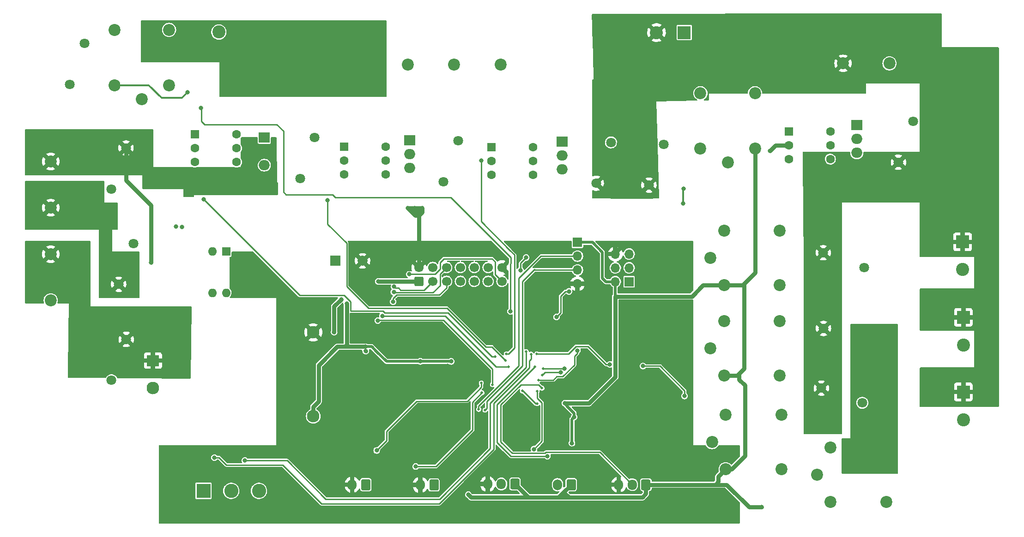
<source format=gbr>
%TF.GenerationSoftware,KiCad,Pcbnew,(6.0.2)*%
%TF.CreationDate,2022-03-02T09:10:53+03:00*%
%TF.ProjectId,Steel_form_Dish_washer PART 1,53746565-6c5f-4666-9f72-6d5f44697368,rev?*%
%TF.SameCoordinates,Original*%
%TF.FileFunction,Copper,L4,Bot*%
%TF.FilePolarity,Positive*%
%FSLAX46Y46*%
G04 Gerber Fmt 4.6, Leading zero omitted, Abs format (unit mm)*
G04 Created by KiCad (PCBNEW (6.0.2)) date 2022-03-02 09:10:53*
%MOMM*%
%LPD*%
G01*
G04 APERTURE LIST*
G04 Aperture macros list*
%AMRoundRect*
0 Rectangle with rounded corners*
0 $1 Rounding radius*
0 $2 $3 $4 $5 $6 $7 $8 $9 X,Y pos of 4 corners*
0 Add a 4 corners polygon primitive as box body*
4,1,4,$2,$3,$4,$5,$6,$7,$8,$9,$2,$3,0*
0 Add four circle primitives for the rounded corners*
1,1,$1+$1,$2,$3*
1,1,$1+$1,$4,$5*
1,1,$1+$1,$6,$7*
1,1,$1+$1,$8,$9*
0 Add four rect primitives between the rounded corners*
20,1,$1+$1,$2,$3,$4,$5,0*
20,1,$1+$1,$4,$5,$6,$7,0*
20,1,$1+$1,$6,$7,$8,$9,0*
20,1,$1+$1,$8,$9,$2,$3,0*%
G04 Aperture macros list end*
%TA.AperFunction,ComponentPad*%
%ADD10R,2.400000X2.400000*%
%TD*%
%TA.AperFunction,ComponentPad*%
%ADD11C,2.400000*%
%TD*%
%TA.AperFunction,ComponentPad*%
%ADD12C,1.800000*%
%TD*%
%TA.AperFunction,ComponentPad*%
%ADD13C,2.200000*%
%TD*%
%TA.AperFunction,ComponentPad*%
%ADD14R,1.700000X1.700000*%
%TD*%
%TA.AperFunction,ComponentPad*%
%ADD15O,1.700000X1.700000*%
%TD*%
%TA.AperFunction,ComponentPad*%
%ADD16R,1.600000X1.600000*%
%TD*%
%TA.AperFunction,ComponentPad*%
%ADD17C,1.600000*%
%TD*%
%TA.AperFunction,ComponentPad*%
%ADD18RoundRect,0.250000X0.600000X-0.600000X0.600000X0.600000X-0.600000X0.600000X-0.600000X-0.600000X0*%
%TD*%
%TA.AperFunction,ComponentPad*%
%ADD19C,1.700000*%
%TD*%
%TA.AperFunction,ComponentPad*%
%ADD20R,2.000000X1.905000*%
%TD*%
%TA.AperFunction,ComponentPad*%
%ADD21O,2.000000X1.905000*%
%TD*%
%TA.AperFunction,ComponentPad*%
%ADD22RoundRect,0.250000X0.600000X0.750000X-0.600000X0.750000X-0.600000X-0.750000X0.600000X-0.750000X0*%
%TD*%
%TA.AperFunction,ComponentPad*%
%ADD23O,1.700000X2.000000*%
%TD*%
%TA.AperFunction,ComponentPad*%
%ADD24R,2.300000X2.000000*%
%TD*%
%TA.AperFunction,ComponentPad*%
%ADD25C,2.300000*%
%TD*%
%TA.AperFunction,ComponentPad*%
%ADD26O,1.600000X1.600000*%
%TD*%
%TA.AperFunction,ComponentPad*%
%ADD27RoundRect,0.250000X0.600000X0.725000X-0.600000X0.725000X-0.600000X-0.725000X0.600000X-0.725000X0*%
%TD*%
%TA.AperFunction,ComponentPad*%
%ADD28O,1.700000X1.950000*%
%TD*%
%TA.AperFunction,ComponentPad*%
%ADD29R,1.850000X1.850000*%
%TD*%
%TA.AperFunction,ComponentPad*%
%ADD30C,1.850000*%
%TD*%
%TA.AperFunction,ComponentPad*%
%ADD31R,2.600000X2.600000*%
%TD*%
%TA.AperFunction,ComponentPad*%
%ADD32C,2.600000*%
%TD*%
%TA.AperFunction,ViaPad*%
%ADD33C,0.800000*%
%TD*%
%TA.AperFunction,ViaPad*%
%ADD34C,0.500000*%
%TD*%
%TA.AperFunction,ViaPad*%
%ADD35C,0.600000*%
%TD*%
%TA.AperFunction,Conductor*%
%ADD36C,0.750000*%
%TD*%
%TA.AperFunction,Conductor*%
%ADD37C,0.740000*%
%TD*%
%TA.AperFunction,Conductor*%
%ADD38C,0.500000*%
%TD*%
%TA.AperFunction,Conductor*%
%ADD39C,0.254000*%
%TD*%
%TA.AperFunction,Conductor*%
%ADD40C,0.250000*%
%TD*%
%TA.AperFunction,Conductor*%
%ADD41C,0.304800*%
%TD*%
%TA.AperFunction,Conductor*%
%ADD42C,0.308000*%
%TD*%
G04 APERTURE END LIST*
D10*
%TO.P,J9,1,Pin_1*%
%TO.N,NEUTRAL*%
X300550000Y-100965000D03*
D11*
%TO.P,J9,2,Pin_2*%
%TO.N,Net-(J9-Pad2)*%
X300550000Y-106045000D03*
%TD*%
D12*
%TO.P,RV10,1*%
%TO.N,Net-(J15-Pad1)*%
X245750000Y-83050000D03*
%TO.P,RV10,2*%
%TO.N,NEUTRAL*%
X243050000Y-90550000D03*
%TD*%
D13*
%TO.P,K2,1*%
%TO.N,+5V*%
X256825000Y-125500000D03*
%TO.P,K2,2*%
%TO.N,Net-(D5-Pad2)*%
X256825000Y-115500000D03*
%TO.P,K2,3*%
%TO.N,unconnected-(K2-Pad3)*%
X267025000Y-125500000D03*
%TO.P,K2,4*%
%TO.N,L3*%
X254325000Y-120500000D03*
%TO.P,K2,5*%
%TO.N,/AC_ACTUATORS/DRAIN_CONN+*%
X267025000Y-115500000D03*
%TD*%
D12*
%TO.P,RV5,1*%
%TO.N,/AC_ACTUATORS/DRAIN_CONN+*%
X282550000Y-119550000D03*
%TO.P,RV5,2*%
%TO.N,NEUTRAL*%
X275050000Y-116850000D03*
%TD*%
D14*
%TO.P,J7,1,Pin_1*%
%TO.N,+5V*%
X229955000Y-101040000D03*
D15*
%TO.P,J7,2,Pin_2*%
%TO.N,/RXD0*%
X229955000Y-103580000D03*
%TO.P,J7,3,Pin_3*%
%TO.N,/TXD0*%
X229955000Y-106120000D03*
%TO.P,J7,4,Pin_4*%
%TO.N,GND*%
X229955000Y-108660000D03*
%TD*%
D10*
%TO.P,J16,1,Pin_1*%
%TO.N,NEUTRAL*%
X169300000Y-62450000D03*
D11*
%TO.P,J16,2,Pin_2*%
%TO.N,Net-(J16-Pad2)*%
X164220000Y-62450000D03*
%TD*%
D12*
%TO.P,RV2,1*%
%TO.N,L2*%
X145850000Y-108750000D03*
%TO.P,RV2,2*%
%TO.N,NEUTRAL*%
X148550000Y-101250000D03*
%TD*%
D16*
%TO.P,U8,1*%
%TO.N,Net-(R44-Pad1)*%
X268690000Y-80695000D03*
D17*
%TO.P,U8,2*%
%TO.N,GND*%
X268690000Y-83235000D03*
%TO.P,U8,3,NC*%
%TO.N,unconnected-(U8-Pad3)*%
X268690000Y-85775000D03*
%TO.P,U8,4*%
%TO.N,Net-(D13-Pad3)*%
X276310000Y-85775000D03*
%TO.P,U8,5,Sub*%
%TO.N,unconnected-(U8-Pad5)*%
X276310000Y-83235000D03*
%TO.P,U8,6*%
%TO.N,Net-(R45-Pad2)*%
X276310000Y-80695000D03*
%TD*%
D13*
%TO.P,K6,1*%
%TO.N,+5V*%
X155100000Y-72250000D03*
%TO.P,K6,2*%
%TO.N,Net-(D12-Pad2)*%
X145100000Y-72250000D03*
%TO.P,K6,3*%
%TO.N,unconnected-(K6-Pad3)*%
X155100000Y-62050000D03*
%TO.P,K6,4*%
%TO.N,L3*%
X150100000Y-74750000D03*
%TO.P,K6,5*%
%TO.N,Net-(J16-Pad2)*%
X145100000Y-62050000D03*
%TD*%
D12*
%TO.P,RV7,1*%
%TO.N,/AC_ACTUATORS/ELEMENT_2*%
X236100000Y-82700000D03*
%TO.P,RV7,2*%
%TO.N,NEUTRAL*%
X233400000Y-90200000D03*
%TD*%
D18*
%TO.P,J5,1,Pin_1*%
%TO.N,+5V*%
X200880000Y-108202500D03*
D19*
%TO.P,J5,2,Pin_2*%
%TO.N,GND*%
X200880000Y-105662500D03*
%TO.P,J5,3,Pin_3*%
%TO.N,/mcu_~{IRQ}*%
X203420000Y-108202500D03*
%TO.P,J5,4,Pin_4*%
%TO.N,+3V3*%
X203420000Y-105662500D03*
%TO.P,J5,5,Pin_5*%
%TO.N,/mcu_SDA*%
X205960000Y-108202500D03*
%TO.P,J5,6,Pin_6*%
%TO.N,/mcu_SCL*%
X205960000Y-105662500D03*
%TO.P,J5,7,Pin_7*%
%TO.N,/RGB_ON{slash}OFF_BLU*%
X208500000Y-108202500D03*
%TO.P,J5,8,Pin_8*%
%TO.N,/RGB_ON{slash}OFF_RED*%
X208500000Y-105662500D03*
%TO.P,J5,9,Pin_9*%
%TO.N,/RGB_ON{slash}OFF_GRN*%
X211040000Y-108202500D03*
%TO.P,J5,10,Pin_10*%
%TO.N,/START_BLU*%
X211040000Y-105662500D03*
%TO.P,J5,11,Pin_11*%
%TO.N,/START_RED*%
X213580000Y-108202500D03*
%TO.P,J5,12,Pin_12*%
%TO.N,/START_GRN*%
X213580000Y-105662500D03*
%TO.P,J5,13,Pin_13*%
%TO.N,/mcu_SCREEN_RST*%
X216120000Y-108202500D03*
%TO.P,J5,14,Pin_14*%
%TO.N,GND*%
X216120000Y-105662500D03*
%TD*%
D20*
%TO.P,D13,1,A1*%
%TO.N,Net-(D13-Pad1)*%
X281150000Y-79560000D03*
D21*
%TO.P,D13,2,A2*%
%TO.N,L1*%
X281150000Y-82100000D03*
%TO.P,D13,3,G*%
%TO.N,Net-(D13-Pad3)*%
X281150000Y-84640000D03*
%TD*%
D22*
%TO.P,J3,1,Pin_1*%
%TO.N,Net-(J3-Pad1)*%
X203650000Y-145567500D03*
D23*
%TO.P,J3,2,Pin_2*%
%TO.N,GND*%
X201150000Y-145567500D03*
%TD*%
D24*
%TO.P,PS1,1,AC/L*%
%TO.N,L3*%
X152137500Y-122750000D03*
D25*
%TO.P,PS1,2,AC/N*%
%TO.N,NEUTRAL*%
X152137500Y-127750000D03*
%TO.P,PS1,3,-Vout*%
%TO.N,GND*%
X181537500Y-117550000D03*
%TO.P,PS1,4,+Vout*%
%TO.N,+5V*%
X181537500Y-132950000D03*
%TD*%
D10*
%TO.P,J10,1,Pin_1*%
%TO.N,NEUTRAL*%
X300700000Y-128500000D03*
D11*
%TO.P,J10,2,Pin_2*%
%TO.N,Net-(J10-Pad2)*%
X300700000Y-133580000D03*
%TD*%
D22*
%TO.P,J4,1,Pin_1*%
%TO.N,+5V*%
X228800000Y-145517500D03*
D23*
%TO.P,J4,2,Pin_2*%
%TO.N,Net-(J4-Pad2)*%
X226300000Y-145517500D03*
%TD*%
D16*
%TO.P,U4,1*%
%TO.N,Net-(D3-Pad3)*%
X165550000Y-102700000D03*
D26*
%TO.P,U4,2*%
%TO.N,GND1*%
X163010000Y-102700000D03*
%TO.P,U4,3*%
%TO.N,/ZERO_CROSS_DETECT*%
X163010000Y-110320000D03*
%TO.P,U4,4*%
%TO.N,+5V*%
X165550000Y-110320000D03*
%TD*%
D13*
%TO.P,K5,1*%
%TO.N,+5V*%
X262500000Y-83875000D03*
%TO.P,K5,2*%
%TO.N,Net-(D11-Pad2)*%
X252500000Y-83875000D03*
%TO.P,K5,3*%
%TO.N,unconnected-(K5-Pad3)*%
X262500000Y-73675000D03*
%TO.P,K5,4*%
%TO.N,L1*%
X257500000Y-86375000D03*
%TO.P,K5,5*%
%TO.N,Net-(J15-Pad1)*%
X252500000Y-73675000D03*
%TD*%
D12*
%TO.P,RV6,1*%
%TO.N,Net-(J10-Pad2)*%
X282170000Y-130500000D03*
%TO.P,RV6,2*%
%TO.N,NEUTRAL*%
X274670000Y-127800000D03*
%TD*%
%TO.P,RV11,1*%
%TO.N,Net-(J16-Pad2)*%
X139625000Y-64550000D03*
%TO.P,RV11,2*%
%TO.N,NEUTRAL*%
X136925000Y-72050000D03*
%TD*%
D20*
%TO.P,D7,1,A1*%
%TO.N,/AC_ACTUATORS/ELEMENT_2*%
X227165000Y-82605000D03*
D21*
%TO.P,D7,2,A2*%
%TO.N,L2*%
X227165000Y-85145000D03*
%TO.P,D7,3,G*%
%TO.N,Net-(D7-Pad3)*%
X227165000Y-87685000D03*
%TD*%
D12*
%TO.P,RV8,1*%
%TO.N,/AC_ACTUATORS/ELEMENT_1*%
X181800000Y-81840000D03*
%TO.P,RV8,2*%
%TO.N,NEUTRAL*%
X179100000Y-89340000D03*
%TD*%
D13*
%TO.P,K1,1*%
%TO.N,+5V*%
X256850000Y-108900000D03*
%TO.P,K1,2*%
%TO.N,Net-(D4-Pad2)*%
X256850000Y-98900000D03*
%TO.P,K1,3*%
%TO.N,unconnected-(K1-Pad3)*%
X267050000Y-108900000D03*
%TO.P,K1,4*%
%TO.N,L1*%
X254350000Y-103900000D03*
%TO.P,K1,5*%
%TO.N,Net-(J9-Pad2)*%
X267050000Y-98900000D03*
%TD*%
D12*
%TO.P,RV1,1*%
%TO.N,L1*%
X147200000Y-83750000D03*
%TO.P,RV1,2*%
%TO.N,NEUTRAL*%
X144500000Y-91250000D03*
%TD*%
D27*
%TO.P,J14,1,Pin_1*%
%TO.N,+5V*%
X218500000Y-145400000D03*
D28*
%TO.P,J14,2,Pin_2*%
%TO.N,/pressure_sw_2*%
X216000000Y-145400000D03*
%TO.P,J14,3,Pin_3*%
%TO.N,GND*%
X213500000Y-145400000D03*
%TD*%
D13*
%TO.P,K4,1*%
%TO.N,Net-(D10-Pad1)*%
X276350000Y-148700000D03*
%TO.P,K4,2*%
%TO.N,GND*%
X276350000Y-138700000D03*
%TO.P,K4,3*%
%TO.N,unconnected-(K4-Pad3)*%
X286550000Y-148700000D03*
%TO.P,K4,4*%
%TO.N,L3*%
X273850000Y-143700000D03*
%TO.P,K4,5*%
%TO.N,/AC_ACTUATORS/DRAIN_CONN+*%
X286550000Y-138700000D03*
%TD*%
D16*
%TO.P,U6,1*%
%TO.N,Net-(R33-Pad1)*%
X159850000Y-81240000D03*
D17*
%TO.P,U6,2*%
%TO.N,GND*%
X159850000Y-83780000D03*
%TO.P,U6,3,NC*%
%TO.N,unconnected-(U6-Pad3)*%
X159850000Y-86320000D03*
%TO.P,U6,4*%
%TO.N,Net-(D8-Pad3)*%
X167470000Y-86320000D03*
%TO.P,U6,5,Sub*%
%TO.N,unconnected-(U6-Pad5)*%
X167470000Y-83780000D03*
%TO.P,U6,6*%
%TO.N,Net-(R36-Pad2)*%
X167470000Y-81240000D03*
%TD*%
D13*
%TO.P,J17,1,Pin_1*%
%TO.N,Net-(D13-Pad1)*%
X287150000Y-68200000D03*
%TO.P,J17,2,Pin_2*%
%TO.N,NEUTRAL*%
X278650000Y-68200000D03*
%TD*%
D20*
%TO.P,D8,1,A1*%
%TO.N,/AC_ACTUATORS/ELEMENT_1*%
X172555000Y-81800000D03*
D21*
%TO.P,D8,2,A2*%
%TO.N,L1*%
X172555000Y-84340000D03*
%TO.P,D8,3,G*%
%TO.N,Net-(D8-Pad3)*%
X172555000Y-86880000D03*
%TD*%
D12*
%TO.P,RV12,1*%
%TO.N,Net-(D13-Pad1)*%
X291500000Y-78850000D03*
%TO.P,RV12,2*%
%TO.N,NEUTRAL*%
X288800000Y-86350000D03*
%TD*%
D14*
%TO.P,J6,1,Pin_1*%
%TO.N,/MISO*%
X239425000Y-108275000D03*
D15*
%TO.P,J6,2,Pin_2*%
%TO.N,+5V*%
X236885000Y-108275000D03*
%TO.P,J6,3,Pin_3*%
%TO.N,/SCK*%
X239425000Y-105735000D03*
%TO.P,J6,4,Pin_4*%
%TO.N,/MOSI*%
X236885000Y-105735000D03*
%TO.P,J6,5,Pin_5*%
%TO.N,/RESET*%
X239425000Y-103195000D03*
%TO.P,J6,6,Pin_6*%
%TO.N,GND*%
X236885000Y-103195000D03*
%TD*%
D16*
%TO.P,U7,1*%
%TO.N,Net-(R34-Pad1)*%
X187140000Y-83525000D03*
D17*
%TO.P,U7,2*%
%TO.N,GND*%
X187140000Y-86065000D03*
%TO.P,U7,3,NC*%
%TO.N,unconnected-(U7-Pad3)*%
X187140000Y-88605000D03*
%TO.P,U7,4*%
%TO.N,Net-(D9-Pad3)*%
X194760000Y-88605000D03*
%TO.P,U7,5,Sub*%
%TO.N,unconnected-(U7-Pad5)*%
X194760000Y-86065000D03*
%TO.P,U7,6*%
%TO.N,Net-(R37-Pad2)*%
X194760000Y-83525000D03*
%TD*%
D13*
%TO.P,K3,1*%
%TO.N,+5V*%
X257125000Y-142700000D03*
%TO.P,K3,2*%
%TO.N,Net-(D6-Pad2)*%
X257125000Y-132700000D03*
%TO.P,K3,3*%
%TO.N,unconnected-(K3-Pad3)*%
X267325000Y-142700000D03*
%TO.P,K3,4*%
%TO.N,L3*%
X254625000Y-137700000D03*
%TO.P,K3,5*%
%TO.N,Net-(J10-Pad2)*%
X267325000Y-132700000D03*
%TD*%
D10*
%TO.P,J11,1,Pin_1*%
%TO.N,NEUTRAL*%
X300700000Y-114815000D03*
D11*
%TO.P,J11,2,Pin_2*%
%TO.N,/AC_ACTUATORS/DRAIN_CONN+*%
X300700000Y-119895000D03*
%TD*%
D22*
%TO.P,J1,1,Pin_1*%
%TO.N,Net-(J1-Pad1)*%
X191150000Y-145517500D03*
D23*
%TO.P,J1,2,Pin_2*%
%TO.N,GND*%
X188650000Y-145517500D03*
%TD*%
D13*
%TO.P,J12,1,Pin_1*%
%TO.N,/AC_ACTUATORS/ELEMENT_2*%
X215850000Y-68450000D03*
%TO.P,J12,2,Pin_2*%
%TO.N,/AC_ACTUATORS/ELEMENT_3*%
X207350000Y-68450000D03*
%TO.P,J12,3,Pin_3*%
%TO.N,/AC_ACTUATORS/ELEMENT_1*%
X198850000Y-68450000D03*
%TO.P,J12,4,Pin_4*%
%TO.N,NEUTRAL*%
X190350000Y-68450000D03*
%TD*%
D27*
%TO.P,J13,1,Pin_1*%
%TO.N,+5V*%
X242500000Y-145517500D03*
D28*
%TO.P,J13,2,Pin_2*%
%TO.N,/pressure_sw_1*%
X240000000Y-145517500D03*
%TO.P,J13,3,Pin_3*%
%TO.N,GND*%
X237500000Y-145517500D03*
%TD*%
D12*
%TO.P,RV4,1*%
%TO.N,Net-(J9-Pad2)*%
X282520000Y-105650000D03*
%TO.P,RV4,2*%
%TO.N,NEUTRAL*%
X275020000Y-102950000D03*
%TD*%
D29*
%TO.P,BZ1,1*%
%TO.N,Net-(BZ1-Pad1)*%
X185550000Y-104450000D03*
D30*
%TO.P,BZ1,2*%
%TO.N,GND*%
X190550000Y-104450000D03*
%TD*%
D12*
%TO.P,RV3,1*%
%TO.N,L3*%
X147250000Y-118850000D03*
%TO.P,RV3,2*%
%TO.N,NEUTRAL*%
X144550000Y-126350000D03*
%TD*%
D13*
%TO.P,J2,1,Pin_1*%
%TO.N,L1*%
X133400000Y-86200000D03*
%TO.P,J2,2,Pin_2*%
%TO.N,L2*%
X133400000Y-94700000D03*
%TO.P,J2,3,Pin_3*%
%TO.N,L3*%
X133400000Y-103200000D03*
%TO.P,J2,4,Pin_4*%
%TO.N,NEUTRAL*%
X133400000Y-111700000D03*
%TD*%
D12*
%TO.P,RV9,1*%
%TO.N,/AC_ACTUATORS/ELEMENT_3*%
X208100000Y-82410000D03*
%TO.P,RV9,2*%
%TO.N,NEUTRAL*%
X205400000Y-89910000D03*
%TD*%
D16*
%TO.P,U5,1*%
%TO.N,Net-(R32-Pad1)*%
X214150000Y-83570000D03*
D17*
%TO.P,U5,2*%
%TO.N,GND*%
X214150000Y-86110000D03*
%TO.P,U5,3,NC*%
%TO.N,unconnected-(U5-Pad3)*%
X214150000Y-88650000D03*
%TO.P,U5,4*%
%TO.N,Net-(D7-Pad3)*%
X221770000Y-88650000D03*
%TO.P,U5,5,Sub*%
%TO.N,unconnected-(U5-Pad5)*%
X221770000Y-86110000D03*
%TO.P,U5,6*%
%TO.N,Net-(R35-Pad2)*%
X221770000Y-83570000D03*
%TD*%
D20*
%TO.P,D9,1,A1*%
%TO.N,/AC_ACTUATORS/ELEMENT_3*%
X199200000Y-82310000D03*
D21*
%TO.P,D9,2,A2*%
%TO.N,L3*%
X199200000Y-84850000D03*
%TO.P,D9,3,G*%
%TO.N,Net-(D9-Pad3)*%
X199200000Y-87390000D03*
%TD*%
D10*
%TO.P,J15,1,Pin_1*%
%TO.N,Net-(J15-Pad1)*%
X249535000Y-62550000D03*
D11*
%TO.P,J15,2,Pin_2*%
%TO.N,NEUTRAL*%
X244455000Y-62550000D03*
%TD*%
D31*
%TO.P,J8,1,Pin_1*%
%TO.N,/AC_ACTUATORS/E2*%
X161400000Y-146650000D03*
D32*
%TO.P,J8,2,Pin_2*%
%TO.N,/AC_ACTUATORS/E3*%
X166480000Y-146650000D03*
%TO.P,J8,3,Pin_3*%
%TO.N,Net-(J8-Pad3)*%
X171560000Y-146650000D03*
%TD*%
D33*
%TO.N,GND*%
X228250000Y-128800000D03*
D34*
X191050000Y-135700000D03*
X197000000Y-135650000D03*
D33*
X265250000Y-84250000D03*
D34*
X155850000Y-151250000D03*
X227750000Y-126550000D03*
D33*
X177750000Y-112400000D03*
D34*
X182500000Y-151400000D03*
X225500000Y-134250000D03*
D33*
X248800000Y-118050000D03*
X249300000Y-132750000D03*
D34*
X208750000Y-151150000D03*
X246200000Y-126600000D03*
X196300000Y-127800000D03*
X216300000Y-120250000D03*
X187650000Y-131100000D03*
X185050000Y-131250000D03*
D33*
X249800000Y-103850000D03*
D34*
X181150000Y-129500000D03*
X186300000Y-131200000D03*
X222350000Y-151450000D03*
X196400000Y-132400000D03*
D33*
X201450000Y-94800000D03*
X216700000Y-132250000D03*
X206145395Y-123749500D03*
D34*
X234300000Y-134250000D03*
D33*
X188500000Y-140650000D03*
D34*
X241350000Y-134250000D03*
X189050000Y-131150000D03*
D33*
X245000000Y-104400000D03*
X200100000Y-94800000D03*
X258600000Y-150650000D03*
D34*
X181200000Y-125200000D03*
D33*
X198850000Y-94800000D03*
D34*
X182350000Y-139400000D03*
X246200000Y-134250000D03*
X186450000Y-121350000D03*
X250250000Y-151600000D03*
X172950000Y-107150000D03*
D33*
X241800000Y-101800000D03*
D34*
X223000000Y-113650000D03*
X233300000Y-151550000D03*
D33*
X223792709Y-129095029D03*
D34*
X185650000Y-126200000D03*
X181250000Y-119800000D03*
D33*
X208351500Y-132161722D03*
D34*
X211950000Y-124500000D03*
X196300000Y-129050000D03*
D33*
X230150000Y-127000000D03*
D34*
X196250000Y-151450000D03*
X156350000Y-139400000D03*
D33*
%TO.N,+5V*%
X193447500Y-108202500D03*
X206800000Y-122900000D03*
X191100000Y-120200000D03*
X263700000Y-149600000D03*
X201150000Y-122900000D03*
X187650000Y-112250000D03*
X228950000Y-137900000D03*
X191150000Y-121000000D03*
X209950000Y-147350000D03*
X227638714Y-130561286D03*
X229350000Y-133100000D03*
%TO.N,+3V3*%
X185350000Y-117500000D03*
X186650000Y-111500000D03*
%TO.N,/mcu_~{IRQ}*%
X196350000Y-109177000D03*
X219500000Y-106150000D03*
X220550000Y-103850000D03*
D35*
%TO.N,L1*%
X141000000Y-82700000D03*
X139100000Y-83800000D03*
D33*
X151800000Y-104750000D03*
D35*
X139000000Y-82550000D03*
X140900000Y-81650000D03*
X139000000Y-81550000D03*
X140850000Y-83700000D03*
D33*
%TO.N,L2*%
X142350000Y-92200000D03*
X142350000Y-98300000D03*
X142350000Y-93200000D03*
X142350000Y-95250000D03*
X142350000Y-97350000D03*
X142350000Y-94200000D03*
X142350000Y-96250000D03*
D35*
%TO.N,L3*%
X153950000Y-116950000D03*
X155450000Y-116900000D03*
X151500000Y-119450000D03*
X152700000Y-116950000D03*
X157350000Y-119550000D03*
X151500000Y-116900000D03*
X152800000Y-119500000D03*
D33*
X157500000Y-98250000D03*
D35*
X156800000Y-116950000D03*
X155700000Y-119500000D03*
D33*
X156350000Y-98150000D03*
D35*
X154350000Y-119500000D03*
D33*
%TO.N,NEUTRAL*%
X189900000Y-71200000D03*
X156650000Y-65550000D03*
X156650000Y-66900000D03*
X155050000Y-65350000D03*
X152900000Y-65350000D03*
X189800000Y-73350000D03*
X187200000Y-69450000D03*
X192450000Y-73250000D03*
X192400000Y-65600000D03*
X187350000Y-73350000D03*
X190150000Y-63600000D03*
X190050000Y-62150000D03*
X155000000Y-66950000D03*
X150950000Y-67000000D03*
X192500000Y-71250000D03*
X187050000Y-62200000D03*
X192450000Y-68950000D03*
X187050000Y-67700000D03*
X192550000Y-67200000D03*
X187250000Y-71200000D03*
X192500000Y-62250000D03*
X150900000Y-65350000D03*
X192500000Y-63700000D03*
X187050000Y-65600000D03*
X153100000Y-66900000D03*
X187050000Y-63850000D03*
X190150000Y-65600000D03*
D34*
%TO.N,/MISO*%
X222850000Y-126300000D03*
D33*
X229950000Y-120900000D03*
%TO.N,/MOSI*%
X226919887Y-124932429D03*
D34*
X223488714Y-125438714D03*
%TO.N,/RXD0*%
X211850000Y-131700000D03*
%TO.N,/TXD0*%
X213000000Y-131850000D03*
D33*
%TO.N,/mcu_SDA*%
X196173500Y-111950000D03*
%TO.N,/mcu_SCREEN_RST*%
X199150000Y-106900000D03*
%TO.N,/mcu_SCL*%
X196284691Y-110190741D03*
%TO.N,/DOOR_SENSOR*%
X224450000Y-140300000D03*
D34*
X222175000Y-123875000D03*
D33*
%TO.N,/SPEAKER*%
X194200000Y-114550000D03*
D34*
X219837299Y-128312701D03*
X222550000Y-130650000D03*
X217350000Y-123900000D03*
D33*
%TO.N,/ZERO_CROSS_DETECT*%
X193350000Y-115400000D03*
D34*
X214350000Y-127150000D03*
%TO.N,/L1_3phase_heater_pwm*%
X214900000Y-122050000D03*
D33*
X161400000Y-93150000D03*
D34*
%TO.N,/L2_3phase_heater_pwm*%
X216900000Y-121500000D03*
D33*
X212300000Y-86000000D03*
%TO.N,/L3_3phase_heater_pwm*%
X184150000Y-93350000D03*
D34*
X216750000Y-122700000D03*
D33*
%TO.N,/WATER_LVL_LOW*%
X163400000Y-140550000D03*
D34*
X221464316Y-121559116D03*
%TO.N,/WATER_LVL_HIGH*%
X220563250Y-121086750D03*
D33*
X169000000Y-141100000D03*
%TO.N,/peristaltic_pump_1*%
X228400000Y-110050000D03*
X226100000Y-114750000D03*
%TO.N,/peristaltic_pump_2*%
X160950000Y-76400000D03*
X217673500Y-113700000D03*
%TO.N,/SOLENOID*%
X235900000Y-123450000D03*
X249600000Y-129250000D03*
D34*
X222511412Y-121488588D03*
D33*
X241973500Y-123750000D03*
D34*
%TO.N,/pressure_sw_1*%
X223450000Y-127800000D03*
%TO.N,/pressure_sw_2*%
X222576500Y-128350000D03*
D33*
X222000000Y-138999500D03*
%TO.N,Net-(D12-Pad2)*%
X158500000Y-73500000D03*
%TO.N,Net-(Q5-Pad1)*%
X249300000Y-93950000D03*
X249400000Y-91200000D03*
%TO.N,/SCK*%
X227600000Y-124200000D03*
D34*
X223700000Y-124200000D03*
D33*
%TO.N,/TANK_RTD*%
X200300000Y-142200000D03*
D34*
X212450000Y-128650000D03*
%TO.N,/BOILER_RTD*%
X212325000Y-126875000D03*
D33*
X193150000Y-139250000D03*
%TD*%
D36*
%TO.N,GND*%
X198850000Y-94800000D02*
X199350000Y-95300000D01*
X198850000Y-94800000D02*
X200100000Y-94800000D01*
X241800000Y-101800000D02*
X241300000Y-101300000D01*
X200650000Y-95300000D02*
X200150000Y-94800000D01*
X198850000Y-94800000D02*
X200180000Y-96130000D01*
X200180000Y-96130000D02*
X200280000Y-96130000D01*
X242400000Y-101800000D02*
X241800000Y-101800000D01*
X266265000Y-83235000D02*
X265250000Y-84250000D01*
X200280000Y-96130000D02*
X200880000Y-95530000D01*
D37*
X238600000Y-101550000D02*
X238530000Y-101550000D01*
D36*
X268690000Y-83235000D02*
X266265000Y-83235000D01*
X199350000Y-95300000D02*
X200650000Y-95300000D01*
X201450000Y-95560000D02*
X200880000Y-96130000D01*
X238550000Y-101300000D02*
X236885000Y-102965000D01*
X236885000Y-102965000D02*
X236885000Y-103195000D01*
X200180000Y-96130000D02*
X200880000Y-96130000D01*
X245000000Y-104400000D02*
X242400000Y-101800000D01*
X200880000Y-96130000D02*
X200880000Y-95530000D01*
X200880000Y-95530000D02*
X200650000Y-95300000D01*
X241300000Y-101300000D02*
X238550000Y-101300000D01*
X201450000Y-94800000D02*
X201450000Y-95560000D01*
X201450000Y-94800000D02*
X200100000Y-94800000D01*
X200880000Y-105662500D02*
X200880000Y-96130000D01*
X201150000Y-94800000D02*
X200650000Y-95300000D01*
X201450000Y-94800000D02*
X201150000Y-94800000D01*
%TO.N,+5V*%
X210450000Y-147850000D02*
X209950000Y-147350000D01*
X236885000Y-110985000D02*
X250915000Y-110985000D01*
X226467500Y-147850000D02*
X227433750Y-146883750D01*
X227300000Y-147850000D02*
X228950000Y-147850000D01*
X200880000Y-108202500D02*
X193447500Y-108202500D01*
X220950000Y-147850000D02*
X210450000Y-147850000D01*
X261400000Y-149600000D02*
X257317500Y-145517500D01*
X182550000Y-123600000D02*
X185950000Y-120200000D01*
X187650000Y-119800000D02*
X187250000Y-120200000D01*
X242500000Y-145517500D02*
X255232500Y-145517500D01*
X227433750Y-146883750D02*
X228400000Y-147850000D01*
X263700000Y-149600000D02*
X261400000Y-149600000D01*
X232088714Y-130561286D02*
X236885000Y-125765000D01*
X258200000Y-142700000D02*
X257125000Y-142700000D01*
X228400000Y-147850000D02*
X228950000Y-147850000D01*
X187250000Y-120200000D02*
X191100000Y-120200000D01*
D38*
X191100000Y-120200000D02*
X192250000Y-120200000D01*
X201150000Y-122900000D02*
X206800000Y-122900000D01*
X228950000Y-133500000D02*
X229350000Y-133100000D01*
D36*
X260650000Y-140250000D02*
X258200000Y-142700000D01*
X259575000Y-126225000D02*
X260650000Y-127300000D01*
X227638714Y-130561286D02*
X232088714Y-130561286D01*
X255750000Y-145000000D02*
X255750000Y-144075000D01*
X259250000Y-125500000D02*
X256825000Y-125500000D01*
D38*
X234500000Y-102850000D02*
X234500000Y-107600000D01*
D36*
X256850000Y-108900000D02*
X260250000Y-108900000D01*
X220950000Y-147850000D02*
X225300000Y-147850000D01*
X181537500Y-131212500D02*
X182550000Y-130200000D01*
X227433750Y-146883750D02*
X228800000Y-145517500D01*
X187650000Y-112250000D02*
X187650000Y-119800000D01*
X191100000Y-120950000D02*
X191150000Y-121000000D01*
D38*
X229350000Y-132400000D02*
X228100000Y-131150000D01*
D36*
X259575000Y-125175000D02*
X259250000Y-125500000D01*
X255232500Y-145517500D02*
X255750000Y-145000000D01*
X225300000Y-147850000D02*
X227300000Y-147850000D01*
D38*
X236885000Y-110985000D02*
X236885000Y-108275000D01*
X193100000Y-121050000D02*
X194950000Y-122900000D01*
D36*
X260525000Y-124225000D02*
X259575000Y-125175000D01*
D38*
X229955000Y-101040000D02*
X232690000Y-101040000D01*
D36*
X260525000Y-108625000D02*
X262500000Y-106650000D01*
X228950000Y-147850000D02*
X241850000Y-147850000D01*
X227300000Y-147017500D02*
X227300000Y-147850000D01*
X241850000Y-147850000D02*
X242500000Y-147200000D01*
X257317500Y-145517500D02*
X255232500Y-145517500D01*
X250915000Y-110985000D02*
X253000000Y-108900000D01*
D38*
X235175000Y-108275000D02*
X236885000Y-108275000D01*
X192250000Y-120200000D02*
X193100000Y-121050000D01*
X229350000Y-133100000D02*
X229350000Y-132400000D01*
X194950000Y-122900000D02*
X201150000Y-122900000D01*
X232690000Y-101040000D02*
X234500000Y-102850000D01*
D36*
X218500000Y-145400000D02*
X220950000Y-147850000D01*
X225300000Y-147850000D02*
X226467500Y-147850000D01*
X262500000Y-106650000D02*
X262500000Y-83875000D01*
X259575000Y-125175000D02*
X259575000Y-126225000D01*
X255750000Y-144075000D02*
X257125000Y-142700000D01*
D38*
X234500000Y-107600000D02*
X235175000Y-108275000D01*
X228950000Y-137900000D02*
X228950000Y-133500000D01*
D36*
X253000000Y-108900000D02*
X256850000Y-108900000D01*
X236885000Y-125765000D02*
X236885000Y-110985000D01*
X260650000Y-127300000D02*
X260650000Y-140250000D01*
X182550000Y-130200000D02*
X182550000Y-123600000D01*
X227433750Y-146883750D02*
X227300000Y-147017500D01*
X260525000Y-108625000D02*
X260525000Y-124225000D01*
X242500000Y-147200000D02*
X242500000Y-145517500D01*
X260250000Y-108900000D02*
X260525000Y-108625000D01*
D38*
X228100000Y-131150000D02*
X227638714Y-130688714D01*
D36*
X185950000Y-120200000D02*
X187250000Y-120200000D01*
X181537500Y-132950000D02*
X181537500Y-131212500D01*
D38*
X227638714Y-130688714D02*
X227638714Y-130561286D01*
D36*
%TO.N,+3V3*%
X185350000Y-117500000D02*
X185350000Y-112800000D01*
X185350000Y-112800000D02*
X186650000Y-111500000D01*
D39*
%TO.N,/mcu_~{IRQ}*%
X201822500Y-109800000D02*
X203420000Y-108202500D01*
X219550000Y-106000000D02*
X219550000Y-106100000D01*
X197150000Y-109400000D02*
X197550000Y-109800000D01*
X197550000Y-109800000D02*
X201822500Y-109800000D01*
X220550000Y-103850000D02*
X219550000Y-104850000D01*
X219550000Y-106100000D02*
X219500000Y-106150000D01*
X219550000Y-104850000D02*
X219550000Y-106000000D01*
D40*
X196573000Y-109400000D02*
X196350000Y-109177000D01*
X197150000Y-109400000D02*
X196573000Y-109400000D01*
D36*
%TO.N,L1*%
X151800000Y-104750000D02*
X151800000Y-94250000D01*
X147200000Y-89650000D02*
X147200000Y-83750000D01*
X151800000Y-94250000D02*
X147200000Y-89650000D01*
D40*
%TO.N,/MISO*%
X229600000Y-121750000D02*
X229400000Y-121950000D01*
X229950000Y-120900000D02*
X229950000Y-121400000D01*
X229400000Y-121950000D02*
X229400000Y-123550000D01*
D39*
X225550000Y-126300000D02*
X226150000Y-125700000D01*
X222850000Y-126300000D02*
X225550000Y-126300000D01*
D40*
X229400000Y-123550000D02*
X227250000Y-125700000D01*
X227250000Y-125700000D02*
X226150000Y-125700000D01*
X229950000Y-121400000D02*
X229600000Y-121750000D01*
D39*
%TO.N,/MOSI*%
X223488714Y-125438714D02*
X223994999Y-124932429D01*
X223994999Y-124932429D02*
X226919887Y-124932429D01*
%TO.N,/RXD0*%
X211850000Y-131050000D02*
X211850000Y-131700000D01*
X223270000Y-103580000D02*
X219200000Y-107650000D01*
X229955000Y-103580000D02*
X223270000Y-103580000D01*
X219200000Y-107650000D02*
X219200000Y-123700000D01*
X219200000Y-123700000D02*
X211850000Y-131050000D01*
%TO.N,/TXD0*%
X222120000Y-106120000D02*
X229955000Y-106120000D01*
X213350000Y-130250000D02*
X219850000Y-123750000D01*
X212950000Y-131900000D02*
X213000000Y-131850000D01*
X213000000Y-131850000D02*
X213350000Y-131500000D01*
X219850000Y-123750000D02*
X219850000Y-108250000D01*
X222050000Y-106050000D02*
X222120000Y-106120000D01*
X219850000Y-108250000D02*
X222050000Y-106050000D01*
X213350000Y-131500000D02*
X213350000Y-130250000D01*
%TO.N,/mcu_SDA*%
X197192978Y-110707022D02*
X204657559Y-110707022D01*
D40*
X196173500Y-111326500D02*
X196792978Y-110707022D01*
X196792978Y-110707022D02*
X197192978Y-110707022D01*
D39*
X204657559Y-110707022D02*
X205960000Y-109404581D01*
X205960000Y-109404581D02*
X205960000Y-108202500D01*
D40*
X196173500Y-111950000D02*
X196173500Y-111326500D01*
D39*
X196992978Y-110707022D02*
X197192978Y-110707022D01*
D40*
%TO.N,/mcu_SCREEN_RST*%
X214850000Y-104600000D02*
X214850000Y-106932500D01*
X214850000Y-106932500D02*
X216120000Y-108202500D01*
X204785489Y-104764511D02*
X205500000Y-104050000D01*
X204785489Y-105958021D02*
X204785489Y-104764511D01*
X199150000Y-106900000D02*
X203843510Y-106900000D01*
X203843510Y-106900000D02*
X204785489Y-105958021D01*
X214300000Y-104050000D02*
X214850000Y-104600000D01*
X205500000Y-104050000D02*
X214300000Y-104050000D01*
D39*
%TO.N,/mcu_SCL*%
X203446489Y-110253511D02*
X204750000Y-108950000D01*
X204750000Y-108950000D02*
X204750000Y-106872500D01*
X196346489Y-110253511D02*
X203446489Y-110253511D01*
X204750000Y-106872500D02*
X205960000Y-105662500D01*
%TO.N,/DOOR_SENSOR*%
X222150000Y-123900000D02*
X215200000Y-130850000D01*
X217750000Y-140300000D02*
X224450000Y-140300000D01*
X215200000Y-130850000D02*
X215200000Y-137750000D01*
X215200000Y-137750000D02*
X217750000Y-140300000D01*
D41*
%TO.N,/SPEAKER*%
X222300000Y-130650000D02*
X219962701Y-128312701D01*
X219962701Y-128312701D02*
X219837299Y-128312701D01*
D40*
X194250000Y-114600000D02*
X205700000Y-114600000D01*
X215000000Y-123900000D02*
X217424500Y-123900000D01*
X194200000Y-114550000D02*
X194250000Y-114600000D01*
D41*
X222550000Y-130650000D02*
X222300000Y-130650000D01*
D40*
X205700000Y-114600000D02*
X215000000Y-123900000D01*
D41*
X222576500Y-130650000D02*
X222550000Y-130650000D01*
D39*
%TO.N,/ZERO_CROSS_DETECT*%
X214400000Y-124300000D02*
X205398121Y-115298121D01*
X214400000Y-127100000D02*
X214400000Y-124300000D01*
X205398121Y-115298121D02*
X193451879Y-115298121D01*
X193451879Y-115298121D02*
X193350000Y-115400000D01*
X214350000Y-127150000D02*
X214400000Y-127100000D01*
%TO.N,/L1_3phase_heater_pwm*%
X206200000Y-113950000D02*
X194627443Y-113950000D01*
X188376511Y-112550932D02*
X188376511Y-111949068D01*
X214900000Y-122000000D02*
X214850000Y-122050000D01*
X194327443Y-113650000D02*
X188351520Y-113650000D01*
X179023489Y-110773489D02*
X161400000Y-93150000D01*
X214300000Y-122050000D02*
X206200000Y-113950000D01*
X188376511Y-111949068D02*
X187200932Y-110773489D01*
X188351520Y-113650000D02*
X188351520Y-112575923D01*
X214850000Y-122050000D02*
X214300000Y-122050000D01*
X188351520Y-112575923D02*
X188376511Y-112550932D01*
X194627443Y-113950000D02*
X194327443Y-113650000D01*
X187200932Y-110773489D02*
X179023489Y-110773489D01*
%TO.N,/L2_3phase_heater_pwm*%
X216900000Y-121500000D02*
X217300000Y-121500000D01*
X217600000Y-102550000D02*
X212300000Y-97250000D01*
X212300000Y-97250000D02*
X212300000Y-86000000D01*
X217300000Y-121500000D02*
X218400000Y-120400000D01*
X218400000Y-103350000D02*
X217600000Y-102550000D01*
X218400000Y-120400000D02*
X218400000Y-103350000D01*
%TO.N,/L3_3phase_heater_pwm*%
X214300000Y-120250000D02*
X213150000Y-120250000D01*
X191650000Y-113150000D02*
X187650000Y-109150000D01*
X213150000Y-120250000D02*
X206050000Y-113150000D01*
X187650000Y-101226500D02*
X184150000Y-97726500D01*
X216750000Y-122700000D02*
X214300000Y-120250000D01*
X184150000Y-97726500D02*
X184150000Y-93350000D01*
X206050000Y-113150000D02*
X191650000Y-113150000D01*
X187650000Y-109150000D02*
X187650000Y-101226500D01*
X216800000Y-122750000D02*
X216750000Y-122700000D01*
%TO.N,/WATER_LVL_LOW*%
X165600000Y-141900000D02*
X164250000Y-140550000D01*
X221464316Y-122435684D02*
X221150000Y-122750000D01*
X214600000Y-139000000D02*
X204600000Y-149000000D01*
X204600000Y-149000000D02*
X183050000Y-149000000D01*
X221464316Y-121559116D02*
X221464316Y-122435684D01*
X214600000Y-130600000D02*
X214600000Y-139000000D01*
X164250000Y-140550000D02*
X163400000Y-140550000D01*
X221150000Y-124050000D02*
X214600000Y-130600000D01*
X183050000Y-149000000D02*
X175950000Y-141900000D01*
X221150000Y-122750000D02*
X221150000Y-124050000D01*
X175950000Y-141900000D02*
X165600000Y-141900000D01*
%TO.N,/WATER_LVL_HIGH*%
X176750000Y-141100000D02*
X183800000Y-148150000D01*
X183800000Y-148150000D02*
X204700000Y-148150000D01*
X204700000Y-148150000D02*
X213950000Y-138900000D01*
X213950000Y-130600000D02*
X220576500Y-123973500D01*
X220576500Y-123973500D02*
X220576500Y-121100000D01*
X169000000Y-141100000D02*
X176750000Y-141100000D01*
X213950000Y-138900000D02*
X213950000Y-130600000D01*
%TO.N,/peristaltic_pump_1*%
X226900000Y-110900000D02*
X227750000Y-110050000D01*
X227750000Y-110050000D02*
X228400000Y-110050000D01*
X226900000Y-113950000D02*
X226900000Y-110900000D01*
X226100000Y-114750000D02*
X226900000Y-113950000D01*
%TO.N,/peristaltic_pump_2*%
X217750000Y-103850000D02*
X217750000Y-104900000D01*
X217673500Y-104976500D02*
X217673500Y-113700000D01*
X176050000Y-91800000D02*
X176550000Y-92300000D01*
X161600000Y-79450000D02*
X174850000Y-79450000D01*
X176550000Y-92300000D02*
X185050000Y-92300000D01*
X176050000Y-80650000D02*
X176050000Y-91800000D01*
X185050000Y-92300000D02*
X185600000Y-92850000D01*
X174850000Y-79450000D02*
X176050000Y-80650000D01*
X206750000Y-92850000D02*
X217750000Y-103850000D01*
X160950000Y-76400000D02*
X161000000Y-76450000D01*
X217750000Y-104900000D02*
X217673500Y-104976500D01*
X185600000Y-92850000D02*
X206750000Y-92850000D01*
X161000000Y-78850000D02*
X161600000Y-79450000D01*
X161000000Y-76450000D02*
X161000000Y-78850000D01*
%TO.N,/SOLENOID*%
X235200000Y-123450000D02*
X235900000Y-123450000D01*
X222511412Y-121488588D02*
X228333969Y-121488588D01*
X222461327Y-121488588D02*
X222511412Y-121488588D01*
X249450000Y-128100000D02*
X249600000Y-128250000D01*
X229672557Y-120150000D02*
X231900000Y-120150000D01*
X249600000Y-128250000D02*
X249600000Y-129250000D01*
X241973500Y-123750000D02*
X245100000Y-123750000D01*
X231900000Y-120150000D02*
X235200000Y-123450000D01*
X228333969Y-121488588D02*
X229672557Y-120150000D01*
X245100000Y-123750000D02*
X249450000Y-128100000D01*
%TO.N,/pressure_sw_1*%
X218000000Y-139750000D02*
X215900000Y-137650000D01*
X215900000Y-130850000D02*
X219600000Y-127150000D01*
X223972557Y-139750000D02*
X218000000Y-139750000D01*
X224149068Y-139573489D02*
X223972557Y-139750000D01*
X234055989Y-139573489D02*
X224149068Y-139573489D01*
X219600000Y-127150000D02*
X222800000Y-127150000D01*
X215900000Y-137650000D02*
X215900000Y-130850000D01*
X240000000Y-145517500D02*
X234055989Y-139573489D01*
X222800000Y-127150000D02*
X223450000Y-127800000D01*
%TO.N,/pressure_sw_2*%
X223450000Y-130496057D02*
X223450000Y-137549500D01*
X223450000Y-137549500D02*
X222000000Y-138999500D01*
X222576500Y-129622557D02*
X223450000Y-130496057D01*
X222576500Y-128350000D02*
X222576500Y-129622557D01*
D42*
%TO.N,Net-(D12-Pad2)*%
X153700000Y-74550000D02*
X157450000Y-74550000D01*
X151400000Y-72250000D02*
X153700000Y-74550000D01*
X157450000Y-74550000D02*
X158500000Y-73500000D01*
X145100000Y-72250000D02*
X151400000Y-72250000D01*
D41*
%TO.N,Net-(Q5-Pad1)*%
X249300000Y-91300000D02*
X249400000Y-91200000D01*
X249300000Y-93950000D02*
X249300000Y-91300000D01*
D39*
%TO.N,/SCK*%
X223700000Y-124200000D02*
X223650000Y-124250000D01*
X227600000Y-124200000D02*
X223700000Y-124200000D01*
%TO.N,/TANK_RTD*%
X204000000Y-142200000D02*
X210700000Y-135500000D01*
X210700000Y-130400000D02*
X212450000Y-128650000D01*
X200300000Y-142200000D02*
X204000000Y-142200000D01*
X210700000Y-135500000D02*
X210700000Y-130400000D01*
X212450000Y-128650000D02*
X212500000Y-128600000D01*
%TO.N,/BOILER_RTD*%
X193150000Y-139250000D02*
X194950000Y-137450000D01*
X212325000Y-126875000D02*
X212300000Y-126850000D01*
X209750000Y-130200000D02*
X212325000Y-127625000D01*
X194950000Y-135700000D02*
X200450000Y-130200000D01*
X212325000Y-127625000D02*
X212325000Y-126875000D01*
X200450000Y-130200000D02*
X209750000Y-130200000D01*
X194950000Y-137450000D02*
X194950000Y-135700000D01*
%TD*%
%TA.AperFunction,Conductor*%
%TO.N,L3*%
G36*
X140642121Y-100770002D02*
G01*
X140688614Y-100823658D01*
X140700000Y-100876000D01*
X140700000Y-112750000D01*
X159073050Y-112750000D01*
X159141171Y-112770002D01*
X159187664Y-112823658D01*
X159199046Y-112876945D01*
X159100947Y-125924113D01*
X159080434Y-125992082D01*
X159026430Y-126038170D01*
X158974115Y-126049163D01*
X148493572Y-125979447D01*
X145662621Y-125960616D01*
X145594635Y-125940161D01*
X145550453Y-125890347D01*
X145545542Y-125880387D01*
X145492351Y-125772527D01*
X145474079Y-125748057D01*
X145374788Y-125615091D01*
X145374787Y-125615090D01*
X145371335Y-125610467D01*
X145348350Y-125589220D01*
X145227053Y-125477094D01*
X145227051Y-125477092D01*
X145222812Y-125473174D01*
X145195374Y-125455862D01*
X145056637Y-125368325D01*
X145051757Y-125365246D01*
X144863898Y-125290298D01*
X144665526Y-125250839D01*
X144659752Y-125250763D01*
X144659748Y-125250763D01*
X144557257Y-125249422D01*
X144463286Y-125248192D01*
X144457589Y-125249171D01*
X144457588Y-125249171D01*
X144269646Y-125281465D01*
X144269645Y-125281465D01*
X144263949Y-125282444D01*
X144074193Y-125352449D01*
X143900371Y-125455862D01*
X143748305Y-125589220D01*
X143623089Y-125748057D01*
X143612649Y-125767900D01*
X143554450Y-125878516D01*
X143505030Y-125929489D01*
X143442104Y-125945845D01*
X138910850Y-125915704D01*
X136676544Y-125900842D01*
X136608559Y-125880387D01*
X136562424Y-125826424D01*
X136551391Y-125773460D01*
X136573136Y-123794669D01*
X150479501Y-123794669D01*
X150479871Y-123801490D01*
X150485395Y-123852352D01*
X150489021Y-123867604D01*
X150534176Y-123988054D01*
X150542714Y-124003649D01*
X150619215Y-124105724D01*
X150631776Y-124118285D01*
X150733851Y-124194786D01*
X150749446Y-124203324D01*
X150869894Y-124248478D01*
X150885149Y-124252105D01*
X150936014Y-124257631D01*
X150942828Y-124258000D01*
X151719385Y-124258000D01*
X151734624Y-124253525D01*
X151735829Y-124252135D01*
X151737500Y-124244452D01*
X151737500Y-124239884D01*
X152537500Y-124239884D01*
X152541975Y-124255123D01*
X152543365Y-124256328D01*
X152551048Y-124257999D01*
X153332169Y-124257999D01*
X153338990Y-124257629D01*
X153389852Y-124252105D01*
X153405104Y-124248479D01*
X153525554Y-124203324D01*
X153541149Y-124194786D01*
X153643224Y-124118285D01*
X153655785Y-124105724D01*
X153732286Y-124003649D01*
X153740824Y-123988054D01*
X153785978Y-123867606D01*
X153789605Y-123852351D01*
X153795131Y-123801486D01*
X153795500Y-123794672D01*
X153795500Y-123168115D01*
X153791025Y-123152876D01*
X153789635Y-123151671D01*
X153781952Y-123150000D01*
X152555615Y-123150000D01*
X152540376Y-123154475D01*
X152539171Y-123155865D01*
X152537500Y-123163548D01*
X152537500Y-124239884D01*
X151737500Y-124239884D01*
X151737500Y-123168115D01*
X151733025Y-123152876D01*
X151731635Y-123151671D01*
X151723952Y-123150000D01*
X150497616Y-123150000D01*
X150482377Y-123154475D01*
X150481172Y-123155865D01*
X150479501Y-123163548D01*
X150479501Y-123794669D01*
X136573136Y-123794669D01*
X136589210Y-122331885D01*
X150479500Y-122331885D01*
X150483975Y-122347124D01*
X150485365Y-122348329D01*
X150493048Y-122350000D01*
X151719385Y-122350000D01*
X151734624Y-122345525D01*
X151735829Y-122344135D01*
X151737500Y-122336452D01*
X151737500Y-122331885D01*
X152537500Y-122331885D01*
X152541975Y-122347124D01*
X152543365Y-122348329D01*
X152551048Y-122350000D01*
X153777384Y-122350000D01*
X153792623Y-122345525D01*
X153793828Y-122344135D01*
X153795499Y-122336452D01*
X153795499Y-121705331D01*
X153795129Y-121698510D01*
X153789605Y-121647648D01*
X153785979Y-121632396D01*
X153740824Y-121511946D01*
X153732286Y-121496351D01*
X153655785Y-121394276D01*
X153643224Y-121381715D01*
X153541149Y-121305214D01*
X153525554Y-121296676D01*
X153405106Y-121251522D01*
X153389851Y-121247895D01*
X153338986Y-121242369D01*
X153332172Y-121242000D01*
X152555615Y-121242000D01*
X152540376Y-121246475D01*
X152539171Y-121247865D01*
X152537500Y-121255548D01*
X152537500Y-122331885D01*
X151737500Y-122331885D01*
X151737500Y-121260116D01*
X151733025Y-121244877D01*
X151731635Y-121243672D01*
X151723952Y-121242001D01*
X150942831Y-121242001D01*
X150936010Y-121242371D01*
X150885148Y-121247895D01*
X150869896Y-121251521D01*
X150749446Y-121296676D01*
X150733851Y-121305214D01*
X150631776Y-121381715D01*
X150619215Y-121394276D01*
X150542714Y-121496351D01*
X150534176Y-121511946D01*
X150489022Y-121632394D01*
X150485395Y-121647649D01*
X150479869Y-121698514D01*
X150479500Y-121705328D01*
X150479500Y-122331885D01*
X136589210Y-122331885D01*
X136613873Y-120087560D01*
X146583745Y-120087560D01*
X146589026Y-120094615D01*
X146635069Y-120121521D01*
X146644370Y-120125977D01*
X146851003Y-120204883D01*
X146860901Y-120207759D01*
X147077653Y-120251857D01*
X147087883Y-120253076D01*
X147308914Y-120261182D01*
X147319223Y-120260714D01*
X147538623Y-120232608D01*
X147548688Y-120230468D01*
X147760557Y-120166905D01*
X147770152Y-120163144D01*
X147906446Y-120096374D01*
X147916853Y-120086851D01*
X147914792Y-120080477D01*
X147262812Y-119428497D01*
X147248868Y-119420883D01*
X147247035Y-119421014D01*
X147240420Y-119425265D01*
X146590505Y-120075180D01*
X146583745Y-120087560D01*
X136613873Y-120087560D01*
X136627795Y-118820638D01*
X145837893Y-118820638D01*
X145850627Y-119041468D01*
X145852061Y-119051670D01*
X145900685Y-119267439D01*
X145903773Y-119277292D01*
X145986986Y-119482220D01*
X145991633Y-119491420D01*
X146001646Y-119507759D01*
X146012102Y-119517219D01*
X146020880Y-119513435D01*
X146671503Y-118862812D01*
X146677881Y-118851132D01*
X147820883Y-118851132D01*
X147821014Y-118852965D01*
X147825265Y-118859580D01*
X148475443Y-119509758D01*
X148487823Y-119516518D01*
X148493256Y-119512451D01*
X148561318Y-119374737D01*
X148565117Y-119365142D01*
X148629415Y-119153517D01*
X148631594Y-119143436D01*
X148660702Y-118922338D01*
X148661221Y-118915663D01*
X148662744Y-118853364D01*
X148662550Y-118846646D01*
X148644279Y-118624400D01*
X148642596Y-118614238D01*
X148588710Y-118399708D01*
X148585389Y-118389953D01*
X148497603Y-118188059D01*
X148489644Y-118181204D01*
X148480080Y-118185605D01*
X147828497Y-118837188D01*
X147820883Y-118851132D01*
X146677881Y-118851132D01*
X146679117Y-118848868D01*
X146678986Y-118847035D01*
X146674735Y-118840420D01*
X146023241Y-118188926D01*
X146010861Y-118182166D01*
X146005894Y-118185885D01*
X145926252Y-118357459D01*
X145922689Y-118367146D01*
X145863581Y-118580280D01*
X145861650Y-118590400D01*
X145838145Y-118810349D01*
X145837893Y-118820638D01*
X136627795Y-118820638D01*
X136641057Y-117613766D01*
X146583945Y-117613766D01*
X146586371Y-117620686D01*
X147237188Y-118271503D01*
X147251132Y-118279117D01*
X147252965Y-118278986D01*
X147259580Y-118274735D01*
X147909012Y-117625303D01*
X147915772Y-117612923D01*
X147910959Y-117606493D01*
X147833679Y-117563833D01*
X147824272Y-117559606D01*
X147615772Y-117485772D01*
X147605809Y-117483140D01*
X147388047Y-117444350D01*
X147377796Y-117443381D01*
X147156616Y-117440679D01*
X147146332Y-117441399D01*
X146927693Y-117474855D01*
X146917666Y-117477244D01*
X146707422Y-117545962D01*
X146697925Y-117549954D01*
X146594113Y-117603994D01*
X146583945Y-117613766D01*
X136641057Y-117613766D01*
X136699801Y-112268116D01*
X136700000Y-112250000D01*
X134763212Y-112250000D01*
X134695091Y-112229998D01*
X134648598Y-112176342D01*
X134638494Y-112106068D01*
X134641505Y-112091389D01*
X134684211Y-111932007D01*
X134684211Y-111932005D01*
X134685635Y-111926692D01*
X134705468Y-111700000D01*
X134685635Y-111473308D01*
X134626739Y-111253504D01*
X134530568Y-111047266D01*
X134400047Y-110860861D01*
X134239139Y-110699953D01*
X134052734Y-110569432D01*
X134047756Y-110567111D01*
X134047753Y-110567109D01*
X133851478Y-110475584D01*
X133851476Y-110475583D01*
X133846496Y-110473261D01*
X133841188Y-110471839D01*
X133841186Y-110471838D01*
X133632007Y-110415789D01*
X133632005Y-110415789D01*
X133626692Y-110414365D01*
X133400000Y-110394532D01*
X133173308Y-110414365D01*
X133167995Y-110415789D01*
X133167993Y-110415789D01*
X132958814Y-110471838D01*
X132958812Y-110471839D01*
X132953504Y-110473261D01*
X132948524Y-110475583D01*
X132948522Y-110475584D01*
X132752247Y-110567109D01*
X132752244Y-110567111D01*
X132747266Y-110569432D01*
X132560861Y-110699953D01*
X132399953Y-110860861D01*
X132269432Y-111047266D01*
X132173261Y-111253504D01*
X132114365Y-111473308D01*
X132094532Y-111700000D01*
X132114365Y-111926692D01*
X132115789Y-111932005D01*
X132115789Y-111932007D01*
X132158495Y-112091389D01*
X132156805Y-112162366D01*
X132117011Y-112221161D01*
X132051746Y-112249109D01*
X132036788Y-112250000D01*
X128826000Y-112250000D01*
X128757879Y-112229998D01*
X128711386Y-112176342D01*
X128700000Y-112124000D01*
X128700000Y-104583842D01*
X132587462Y-104583842D01*
X132593189Y-104591493D01*
X132663506Y-104634583D01*
X132672300Y-104639064D01*
X132896991Y-104732134D01*
X132906376Y-104735183D01*
X133142863Y-104791959D01*
X133152610Y-104793502D01*
X133395070Y-104812584D01*
X133404930Y-104812584D01*
X133647390Y-104793502D01*
X133657137Y-104791959D01*
X133893624Y-104735183D01*
X133903009Y-104732134D01*
X134127700Y-104639064D01*
X134136494Y-104634583D01*
X134203144Y-104593740D01*
X134212604Y-104583284D01*
X134208820Y-104574506D01*
X133412811Y-103778496D01*
X133398868Y-103770883D01*
X133397034Y-103771014D01*
X133390420Y-103775265D01*
X132594219Y-104571467D01*
X132587462Y-104583842D01*
X128700000Y-104583842D01*
X128700000Y-103204930D01*
X131787416Y-103204930D01*
X131806498Y-103447390D01*
X131808041Y-103457137D01*
X131864817Y-103693624D01*
X131867866Y-103703009D01*
X131960936Y-103927700D01*
X131965417Y-103936494D01*
X132006260Y-104003144D01*
X132016716Y-104012604D01*
X132025494Y-104008820D01*
X132821504Y-103212811D01*
X132827881Y-103201132D01*
X133970883Y-103201132D01*
X133971014Y-103202966D01*
X133975265Y-103209580D01*
X134771467Y-104005781D01*
X134783842Y-104012538D01*
X134791493Y-104006811D01*
X134834583Y-103936494D01*
X134839064Y-103927700D01*
X134932134Y-103703009D01*
X134935183Y-103693624D01*
X134991959Y-103457137D01*
X134993502Y-103447390D01*
X135012584Y-103204930D01*
X135012584Y-103195070D01*
X134993502Y-102952610D01*
X134991959Y-102942863D01*
X134935183Y-102706376D01*
X134932134Y-102696991D01*
X134839064Y-102472300D01*
X134834583Y-102463506D01*
X134793740Y-102396856D01*
X134783284Y-102387396D01*
X134774506Y-102391180D01*
X133978496Y-103187189D01*
X133970883Y-103201132D01*
X132827881Y-103201132D01*
X132829117Y-103198868D01*
X132828986Y-103197034D01*
X132824735Y-103190420D01*
X132028533Y-102394219D01*
X132016158Y-102387462D01*
X132008507Y-102393189D01*
X131965417Y-102463506D01*
X131960936Y-102472300D01*
X131867866Y-102696991D01*
X131864817Y-102706376D01*
X131808041Y-102942863D01*
X131806498Y-102952610D01*
X131787416Y-103195070D01*
X131787416Y-103204930D01*
X128700000Y-103204930D01*
X128700000Y-101816716D01*
X132587396Y-101816716D01*
X132591180Y-101825494D01*
X133387189Y-102621504D01*
X133401132Y-102629117D01*
X133402966Y-102628986D01*
X133409580Y-102624735D01*
X134205781Y-101828533D01*
X134212538Y-101816158D01*
X134206811Y-101808507D01*
X134136494Y-101765417D01*
X134127700Y-101760936D01*
X133903009Y-101667866D01*
X133893624Y-101664817D01*
X133657137Y-101608041D01*
X133647390Y-101606498D01*
X133404930Y-101587416D01*
X133395070Y-101587416D01*
X133152610Y-101606498D01*
X133142863Y-101608041D01*
X132906376Y-101664817D01*
X132896991Y-101667866D01*
X132672300Y-101760936D01*
X132663506Y-101765417D01*
X132596856Y-101806260D01*
X132587396Y-101816716D01*
X128700000Y-101816716D01*
X128700000Y-100876000D01*
X128720002Y-100807879D01*
X128773658Y-100761386D01*
X128826000Y-100750000D01*
X140574000Y-100750000D01*
X140642121Y-100770002D01*
G37*
%TD.AperFunction*%
%TD*%
%TA.AperFunction,Conductor*%
%TO.N,/AC_ACTUATORS/DRAIN_CONN+*%
G36*
X288642121Y-116020002D02*
G01*
X288688614Y-116073658D01*
X288700000Y-116126000D01*
X288700000Y-143374000D01*
X288679998Y-143442121D01*
X288626342Y-143488614D01*
X288574000Y-143500000D01*
X278501000Y-143500000D01*
X278432879Y-143479998D01*
X278386386Y-143426342D01*
X278375000Y-143374000D01*
X278375000Y-137126000D01*
X278395002Y-137057879D01*
X278448658Y-137011386D01*
X278501000Y-137000000D01*
X279950000Y-137000000D01*
X279950000Y-130471069D01*
X281065164Y-130471069D01*
X281078392Y-130672894D01*
X281128178Y-130868928D01*
X281212856Y-131052607D01*
X281329588Y-131217780D01*
X281474466Y-131358913D01*
X281642637Y-131471282D01*
X281647940Y-131473560D01*
X281647943Y-131473562D01*
X281736291Y-131511519D01*
X281828470Y-131551122D01*
X282025740Y-131595760D01*
X282031509Y-131595987D01*
X282031512Y-131595987D01*
X282107683Y-131598979D01*
X282227842Y-131603700D01*
X282314132Y-131591189D01*
X282422286Y-131575508D01*
X282422291Y-131575507D01*
X282428007Y-131574678D01*
X282433479Y-131572820D01*
X282433481Y-131572820D01*
X282614067Y-131511519D01*
X282614069Y-131511518D01*
X282619531Y-131509664D01*
X282796001Y-131410837D01*
X282858433Y-131358913D01*
X282947073Y-131285191D01*
X282951505Y-131281505D01*
X283080837Y-131126001D01*
X283179664Y-130949531D01*
X283244678Y-130758007D01*
X283245507Y-130752291D01*
X283245508Y-130752286D01*
X283273167Y-130561516D01*
X283273700Y-130557842D01*
X283275215Y-130500000D01*
X283256708Y-130298591D01*
X283201807Y-130103926D01*
X283112351Y-129922527D01*
X283094079Y-129898057D01*
X282994788Y-129765091D01*
X282994787Y-129765090D01*
X282991335Y-129760467D01*
X282968350Y-129739220D01*
X282847053Y-129627094D01*
X282847051Y-129627092D01*
X282842812Y-129623174D01*
X282815374Y-129605862D01*
X282676637Y-129518325D01*
X282671757Y-129515246D01*
X282483898Y-129440298D01*
X282285526Y-129400839D01*
X282279752Y-129400763D01*
X282279748Y-129400763D01*
X282177257Y-129399422D01*
X282083286Y-129398192D01*
X282077589Y-129399171D01*
X282077588Y-129399171D01*
X281889646Y-129431465D01*
X281889645Y-129431465D01*
X281883949Y-129432444D01*
X281694193Y-129502449D01*
X281520371Y-129605862D01*
X281368305Y-129739220D01*
X281243089Y-129898057D01*
X281148914Y-130077053D01*
X281088937Y-130270213D01*
X281065164Y-130471069D01*
X279950000Y-130471069D01*
X279950000Y-116126000D01*
X279970002Y-116057879D01*
X280023658Y-116011386D01*
X280076000Y-116000000D01*
X288574000Y-116000000D01*
X288642121Y-116020002D01*
G37*
%TD.AperFunction*%
%TD*%
%TA.AperFunction,Conductor*%
%TO.N,L1*%
G36*
X152142121Y-80270002D02*
G01*
X152188614Y-80323658D01*
X152200000Y-80376000D01*
X152200000Y-87250000D01*
X152213613Y-87249970D01*
X152213614Y-87249970D01*
X156461831Y-87240529D01*
X159405772Y-87233987D01*
X159447087Y-87242567D01*
X159447513Y-87241257D01*
X159634118Y-87301889D01*
X159828946Y-87325121D01*
X159835081Y-87324649D01*
X159835083Y-87324649D01*
X160018434Y-87310541D01*
X160018438Y-87310540D01*
X160024576Y-87310068D01*
X160213556Y-87257303D01*
X160219054Y-87254526D01*
X160236828Y-87245548D01*
X160293357Y-87232015D01*
X162262241Y-87227639D01*
X166991245Y-87217131D01*
X167052992Y-87233141D01*
X167067513Y-87241257D01*
X167254118Y-87301889D01*
X167448946Y-87325121D01*
X167455081Y-87324649D01*
X167455083Y-87324649D01*
X167638434Y-87310541D01*
X167638438Y-87310540D01*
X167644576Y-87310068D01*
X167733405Y-87285266D01*
X167827612Y-87258963D01*
X167827615Y-87258962D01*
X167833556Y-87257303D01*
X167856827Y-87245548D01*
X167890496Y-87228541D01*
X167947026Y-87215007D01*
X168060197Y-87214755D01*
X171399212Y-87207335D01*
X171414941Y-87249970D01*
X171462360Y-87378506D01*
X171570707Y-87560620D01*
X171710427Y-87719940D01*
X171714962Y-87723515D01*
X171714963Y-87723516D01*
X171827946Y-87812584D01*
X171876841Y-87851130D01*
X171881957Y-87853821D01*
X171881959Y-87853823D01*
X172059259Y-87947105D01*
X172064376Y-87949797D01*
X172266751Y-88012636D01*
X172272488Y-88013315D01*
X172435118Y-88032564D01*
X172435125Y-88032564D01*
X172438805Y-88033000D01*
X172656261Y-88033000D01*
X172813518Y-88018550D01*
X172819080Y-88016981D01*
X172819082Y-88016981D01*
X172915493Y-87989790D01*
X173017469Y-87961030D01*
X173207522Y-87867306D01*
X173377313Y-87740517D01*
X173463483Y-87647299D01*
X173517237Y-87589149D01*
X173517239Y-87589146D01*
X173521156Y-87584909D01*
X173634232Y-87405694D01*
X173712756Y-87208873D01*
X173713881Y-87203216D01*
X173713883Y-87203210D01*
X173714086Y-87202191D01*
X174700000Y-87200000D01*
X174650000Y-90000000D01*
X174924000Y-90000000D01*
X174992121Y-90020002D01*
X175038614Y-90073658D01*
X175050000Y-90126000D01*
X175050000Y-92224000D01*
X175029998Y-92292121D01*
X174976342Y-92338614D01*
X174924000Y-92350000D01*
X159700000Y-92350000D01*
X159700000Y-92624000D01*
X159679998Y-92692121D01*
X159626342Y-92738614D01*
X159574000Y-92750000D01*
X157826000Y-92750000D01*
X157757879Y-92729998D01*
X157711386Y-92676342D01*
X157700000Y-92624000D01*
X157700000Y-91250000D01*
X150326000Y-91250000D01*
X150257879Y-91229998D01*
X150211386Y-91176342D01*
X150200000Y-91124000D01*
X150200000Y-88750000D01*
X128826000Y-88750000D01*
X128757879Y-88729998D01*
X128711386Y-88676342D01*
X128700000Y-88624000D01*
X128700000Y-87583842D01*
X132587462Y-87583842D01*
X132593189Y-87591493D01*
X132663506Y-87634583D01*
X132672300Y-87639064D01*
X132896991Y-87732134D01*
X132906376Y-87735183D01*
X133142863Y-87791959D01*
X133152610Y-87793502D01*
X133395070Y-87812584D01*
X133404930Y-87812584D01*
X133647390Y-87793502D01*
X133657137Y-87791959D01*
X133893624Y-87735183D01*
X133903009Y-87732134D01*
X134127700Y-87639064D01*
X134136494Y-87634583D01*
X134203144Y-87593740D01*
X134212604Y-87583284D01*
X134208820Y-87574506D01*
X133412811Y-86778496D01*
X133398868Y-86770883D01*
X133397034Y-86771014D01*
X133390420Y-86775265D01*
X132594219Y-87571467D01*
X132587462Y-87583842D01*
X128700000Y-87583842D01*
X128700000Y-86204930D01*
X131787416Y-86204930D01*
X131806498Y-86447390D01*
X131808041Y-86457137D01*
X131864817Y-86693624D01*
X131867866Y-86703009D01*
X131960936Y-86927700D01*
X131965417Y-86936494D01*
X132006260Y-87003144D01*
X132016716Y-87012604D01*
X132025494Y-87008820D01*
X132821504Y-86212811D01*
X132827881Y-86201132D01*
X133970883Y-86201132D01*
X133971014Y-86202966D01*
X133975265Y-86209580D01*
X134771467Y-87005781D01*
X134783842Y-87012538D01*
X134791493Y-87006811D01*
X134834583Y-86936494D01*
X134839064Y-86927700D01*
X134932134Y-86703009D01*
X134935183Y-86693624D01*
X134991959Y-86457137D01*
X134993502Y-86447390D01*
X135012584Y-86204930D01*
X135012584Y-86195070D01*
X134993502Y-85952610D01*
X134991959Y-85942863D01*
X134935183Y-85706376D01*
X134932134Y-85696991D01*
X134839064Y-85472300D01*
X134834583Y-85463506D01*
X134793740Y-85396856D01*
X134783284Y-85387396D01*
X134774506Y-85391180D01*
X133978496Y-86187189D01*
X133970883Y-86201132D01*
X132827881Y-86201132D01*
X132829117Y-86198868D01*
X132828986Y-86197034D01*
X132824735Y-86190420D01*
X132028533Y-85394219D01*
X132016158Y-85387462D01*
X132008507Y-85393189D01*
X131965417Y-85463506D01*
X131960936Y-85472300D01*
X131867866Y-85696991D01*
X131864817Y-85706376D01*
X131808041Y-85942863D01*
X131806498Y-85952610D01*
X131787416Y-86195070D01*
X131787416Y-86204930D01*
X128700000Y-86204930D01*
X128700000Y-84816716D01*
X132587396Y-84816716D01*
X132591180Y-84825494D01*
X133387189Y-85621504D01*
X133401132Y-85629117D01*
X133402966Y-85628986D01*
X133409580Y-85624735D01*
X134046754Y-84987560D01*
X146533745Y-84987560D01*
X146539026Y-84994615D01*
X146585069Y-85021521D01*
X146594370Y-85025977D01*
X146801003Y-85104883D01*
X146810901Y-85107759D01*
X147027653Y-85151857D01*
X147037883Y-85153076D01*
X147258914Y-85161182D01*
X147269223Y-85160714D01*
X147488623Y-85132608D01*
X147498688Y-85130468D01*
X147710557Y-85066905D01*
X147720152Y-85063144D01*
X147856446Y-84996374D01*
X147866853Y-84986851D01*
X147864792Y-84980477D01*
X147212812Y-84328497D01*
X147198868Y-84320883D01*
X147197035Y-84321014D01*
X147190420Y-84325265D01*
X146540505Y-84975180D01*
X146533745Y-84987560D01*
X134046754Y-84987560D01*
X134205781Y-84828533D01*
X134212538Y-84816158D01*
X134206811Y-84808507D01*
X134136494Y-84765417D01*
X134127700Y-84760936D01*
X133903009Y-84667866D01*
X133893624Y-84664817D01*
X133657137Y-84608041D01*
X133647390Y-84606498D01*
X133404930Y-84587416D01*
X133395070Y-84587416D01*
X133152610Y-84606498D01*
X133142863Y-84608041D01*
X132906376Y-84664817D01*
X132896991Y-84667866D01*
X132672300Y-84760936D01*
X132663506Y-84765417D01*
X132596856Y-84806260D01*
X132587396Y-84816716D01*
X128700000Y-84816716D01*
X128700000Y-83720638D01*
X145787893Y-83720638D01*
X145800627Y-83941468D01*
X145802061Y-83951670D01*
X145850685Y-84167439D01*
X145853773Y-84177292D01*
X145936986Y-84382220D01*
X145941633Y-84391420D01*
X145951646Y-84407759D01*
X145962102Y-84417219D01*
X145970880Y-84413435D01*
X146621503Y-83762812D01*
X146627881Y-83751132D01*
X147770883Y-83751132D01*
X147771014Y-83752965D01*
X147775265Y-83759580D01*
X148425443Y-84409758D01*
X148437823Y-84416518D01*
X148443256Y-84412451D01*
X148511318Y-84274737D01*
X148515117Y-84265142D01*
X148579415Y-84053517D01*
X148581594Y-84043436D01*
X148610702Y-83822338D01*
X148611221Y-83815663D01*
X148612744Y-83753364D01*
X148612550Y-83746646D01*
X148594279Y-83524400D01*
X148592596Y-83514238D01*
X148538710Y-83299708D01*
X148535389Y-83289953D01*
X148447603Y-83088059D01*
X148439644Y-83081204D01*
X148430080Y-83085605D01*
X147778497Y-83737188D01*
X147770883Y-83751132D01*
X146627881Y-83751132D01*
X146629117Y-83748868D01*
X146628986Y-83747035D01*
X146624735Y-83740420D01*
X145973241Y-83088926D01*
X145960861Y-83082166D01*
X145955894Y-83085885D01*
X145876252Y-83257459D01*
X145872689Y-83267146D01*
X145813581Y-83480280D01*
X145811650Y-83490400D01*
X145788145Y-83710349D01*
X145787893Y-83720638D01*
X128700000Y-83720638D01*
X128700000Y-82513766D01*
X146533945Y-82513766D01*
X146536371Y-82520686D01*
X147187188Y-83171503D01*
X147201132Y-83179117D01*
X147202965Y-83178986D01*
X147209580Y-83174735D01*
X147859012Y-82525303D01*
X147865772Y-82512923D01*
X147860959Y-82506493D01*
X147783679Y-82463833D01*
X147774272Y-82459606D01*
X147565772Y-82385772D01*
X147555809Y-82383140D01*
X147338047Y-82344350D01*
X147327796Y-82343381D01*
X147106616Y-82340679D01*
X147096332Y-82341399D01*
X146877693Y-82374855D01*
X146867666Y-82377244D01*
X146657422Y-82445962D01*
X146647925Y-82449954D01*
X146544113Y-82503994D01*
X146533945Y-82513766D01*
X128700000Y-82513766D01*
X128700000Y-80376000D01*
X128720002Y-80307879D01*
X128773658Y-80261386D01*
X128826000Y-80250000D01*
X152074000Y-80250000D01*
X152142121Y-80270002D01*
G37*
%TD.AperFunction*%
%TD*%
%TA.AperFunction,Conductor*%
%TO.N,L2*%
G36*
X143142121Y-89770002D02*
G01*
X143188614Y-89823658D01*
X143200000Y-89876000D01*
X143200000Y-93750000D01*
X145574000Y-93750000D01*
X145642121Y-93770002D01*
X145688614Y-93823658D01*
X145700000Y-93876000D01*
X145700000Y-98624000D01*
X145679998Y-98692121D01*
X145626342Y-98738614D01*
X145574000Y-98750000D01*
X144700000Y-98750000D01*
X144700000Y-102750000D01*
X149574000Y-102750000D01*
X149642121Y-102770002D01*
X149688614Y-102823658D01*
X149700000Y-102876000D01*
X149700000Y-111124000D01*
X149679998Y-111192121D01*
X149626342Y-111238614D01*
X149574000Y-111250000D01*
X142326000Y-111250000D01*
X142257879Y-111229998D01*
X142211386Y-111176342D01*
X142200000Y-111124000D01*
X142200000Y-109987560D01*
X145183745Y-109987560D01*
X145189026Y-109994615D01*
X145235069Y-110021521D01*
X145244370Y-110025977D01*
X145451003Y-110104883D01*
X145460901Y-110107759D01*
X145677653Y-110151857D01*
X145687883Y-110153076D01*
X145908914Y-110161182D01*
X145919223Y-110160714D01*
X146138623Y-110132608D01*
X146148688Y-110130468D01*
X146360557Y-110066905D01*
X146370152Y-110063144D01*
X146506446Y-109996374D01*
X146516853Y-109986851D01*
X146514792Y-109980477D01*
X145862812Y-109328497D01*
X145848868Y-109320883D01*
X145847035Y-109321014D01*
X145840420Y-109325265D01*
X145190505Y-109975180D01*
X145183745Y-109987560D01*
X142200000Y-109987560D01*
X142200000Y-108720638D01*
X144437893Y-108720638D01*
X144450627Y-108941468D01*
X144452061Y-108951670D01*
X144500685Y-109167439D01*
X144503773Y-109177292D01*
X144586986Y-109382220D01*
X144591633Y-109391420D01*
X144601646Y-109407759D01*
X144612102Y-109417219D01*
X144620880Y-109413435D01*
X145271503Y-108762812D01*
X145277881Y-108751132D01*
X146420883Y-108751132D01*
X146421014Y-108752965D01*
X146425265Y-108759580D01*
X147075443Y-109409758D01*
X147087823Y-109416518D01*
X147093256Y-109412451D01*
X147161318Y-109274737D01*
X147165117Y-109265142D01*
X147229415Y-109053517D01*
X147231594Y-109043436D01*
X147260702Y-108822338D01*
X147261221Y-108815663D01*
X147262744Y-108753364D01*
X147262550Y-108746646D01*
X147244279Y-108524400D01*
X147242596Y-108514238D01*
X147188710Y-108299708D01*
X147185389Y-108289953D01*
X147097603Y-108088059D01*
X147089644Y-108081204D01*
X147080080Y-108085605D01*
X146428497Y-108737188D01*
X146420883Y-108751132D01*
X145277881Y-108751132D01*
X145279117Y-108748868D01*
X145278986Y-108747035D01*
X145274735Y-108740420D01*
X144623241Y-108088926D01*
X144610861Y-108082166D01*
X144605894Y-108085885D01*
X144526252Y-108257459D01*
X144522689Y-108267146D01*
X144463581Y-108480280D01*
X144461650Y-108490400D01*
X144438145Y-108710349D01*
X144437893Y-108720638D01*
X142200000Y-108720638D01*
X142200000Y-107513766D01*
X145183945Y-107513766D01*
X145186371Y-107520686D01*
X145837188Y-108171503D01*
X145851132Y-108179117D01*
X145852965Y-108178986D01*
X145859580Y-108174735D01*
X146509012Y-107525303D01*
X146515772Y-107512923D01*
X146510959Y-107506493D01*
X146433679Y-107463833D01*
X146424272Y-107459606D01*
X146215772Y-107385772D01*
X146205809Y-107383140D01*
X145988047Y-107344350D01*
X145977796Y-107343381D01*
X145756616Y-107340679D01*
X145746332Y-107341399D01*
X145527693Y-107374855D01*
X145517666Y-107377244D01*
X145307422Y-107445962D01*
X145297925Y-107449954D01*
X145194113Y-107503994D01*
X145183945Y-107513766D01*
X142200000Y-107513766D01*
X142200000Y-98750000D01*
X128826000Y-98750000D01*
X128757879Y-98729998D01*
X128711386Y-98676342D01*
X128700000Y-98624000D01*
X128700000Y-96083842D01*
X132587462Y-96083842D01*
X132593189Y-96091493D01*
X132663506Y-96134583D01*
X132672300Y-96139064D01*
X132896991Y-96232134D01*
X132906376Y-96235183D01*
X133142863Y-96291959D01*
X133152610Y-96293502D01*
X133395070Y-96312584D01*
X133404930Y-96312584D01*
X133647390Y-96293502D01*
X133657137Y-96291959D01*
X133893624Y-96235183D01*
X133903009Y-96232134D01*
X134127700Y-96139064D01*
X134136494Y-96134583D01*
X134203144Y-96093740D01*
X134212604Y-96083284D01*
X134208820Y-96074506D01*
X133412811Y-95278496D01*
X133398868Y-95270883D01*
X133397034Y-95271014D01*
X133390420Y-95275265D01*
X132594219Y-96071467D01*
X132587462Y-96083842D01*
X128700000Y-96083842D01*
X128700000Y-94704930D01*
X131787416Y-94704930D01*
X131806498Y-94947390D01*
X131808041Y-94957137D01*
X131864817Y-95193624D01*
X131867866Y-95203009D01*
X131960936Y-95427700D01*
X131965417Y-95436494D01*
X132006260Y-95503144D01*
X132016716Y-95512604D01*
X132025494Y-95508820D01*
X132821504Y-94712811D01*
X132827881Y-94701132D01*
X133970883Y-94701132D01*
X133971014Y-94702966D01*
X133975265Y-94709580D01*
X134771467Y-95505781D01*
X134783842Y-95512538D01*
X134791493Y-95506811D01*
X134834583Y-95436494D01*
X134839064Y-95427700D01*
X134932134Y-95203009D01*
X134935183Y-95193624D01*
X134991959Y-94957137D01*
X134993502Y-94947390D01*
X135012584Y-94704930D01*
X135012584Y-94695070D01*
X134993502Y-94452610D01*
X134991959Y-94442863D01*
X134935183Y-94206376D01*
X134932134Y-94196991D01*
X134839064Y-93972300D01*
X134834583Y-93963506D01*
X134793740Y-93896856D01*
X134783284Y-93887396D01*
X134774506Y-93891180D01*
X133978496Y-94687189D01*
X133970883Y-94701132D01*
X132827881Y-94701132D01*
X132829117Y-94698868D01*
X132828986Y-94697034D01*
X132824735Y-94690420D01*
X132028533Y-93894219D01*
X132016158Y-93887462D01*
X132008507Y-93893189D01*
X131965417Y-93963506D01*
X131960936Y-93972300D01*
X131867866Y-94196991D01*
X131864817Y-94206376D01*
X131808041Y-94442863D01*
X131806498Y-94452610D01*
X131787416Y-94695070D01*
X131787416Y-94704930D01*
X128700000Y-94704930D01*
X128700000Y-93316716D01*
X132587396Y-93316716D01*
X132591180Y-93325494D01*
X133387189Y-94121504D01*
X133401132Y-94129117D01*
X133402966Y-94128986D01*
X133409580Y-94124735D01*
X134205781Y-93328533D01*
X134212538Y-93316158D01*
X134206811Y-93308507D01*
X134136494Y-93265417D01*
X134127700Y-93260936D01*
X133903009Y-93167866D01*
X133893624Y-93164817D01*
X133657137Y-93108041D01*
X133647390Y-93106498D01*
X133404930Y-93087416D01*
X133395070Y-93087416D01*
X133152610Y-93106498D01*
X133142863Y-93108041D01*
X132906376Y-93164817D01*
X132896991Y-93167866D01*
X132672300Y-93260936D01*
X132663506Y-93265417D01*
X132596856Y-93306260D01*
X132587396Y-93316716D01*
X128700000Y-93316716D01*
X128700000Y-89876000D01*
X128720002Y-89807879D01*
X128773658Y-89761386D01*
X128826000Y-89750000D01*
X143074000Y-89750000D01*
X143142121Y-89770002D01*
G37*
%TD.AperFunction*%
%TD*%
%TA.AperFunction,Conductor*%
%TO.N,GND*%
G36*
X170552776Y-102770002D02*
G01*
X170573750Y-102786905D01*
X178777907Y-110991062D01*
X178785334Y-110999166D01*
X178809729Y-111028239D01*
X178819275Y-111033750D01*
X178819277Y-111033752D01*
X178842591Y-111047212D01*
X178851860Y-111053117D01*
X178882946Y-111074883D01*
X178893597Y-111077737D01*
X178896847Y-111079252D01*
X178900202Y-111080473D01*
X178909750Y-111085986D01*
X178920604Y-111087900D01*
X178920607Y-111087901D01*
X178941276Y-111091545D01*
X178947132Y-111092578D01*
X178957847Y-111094953D01*
X178994505Y-111104775D01*
X179005480Y-111103815D01*
X179005482Y-111103815D01*
X179032304Y-111101468D01*
X179043286Y-111100989D01*
X185930941Y-111100989D01*
X185999062Y-111120991D01*
X186045555Y-111174647D01*
X186055659Y-111244921D01*
X186026165Y-111309501D01*
X186020036Y-111316084D01*
X184975570Y-112360550D01*
X184963179Y-112371417D01*
X184939549Y-112389549D01*
X184916391Y-112419729D01*
X184916388Y-112419732D01*
X184874336Y-112474536D01*
X184847302Y-112509767D01*
X184789313Y-112649764D01*
X184774500Y-112762280D01*
X184774500Y-112762286D01*
X184769535Y-112800000D01*
X184770613Y-112808188D01*
X184770613Y-112808189D01*
X184773422Y-112829526D01*
X184774500Y-112845972D01*
X184774500Y-117295194D01*
X184770207Y-117327803D01*
X184768114Y-117335613D01*
X184764956Y-117343238D01*
X184763879Y-117351422D01*
X184763878Y-117351424D01*
X184750668Y-117451770D01*
X184744318Y-117500000D01*
X184764956Y-117656762D01*
X184825464Y-117802841D01*
X184921718Y-117928282D01*
X185047159Y-118024536D01*
X185193238Y-118085044D01*
X185350000Y-118105682D01*
X185358188Y-118104604D01*
X185498574Y-118086122D01*
X185506762Y-118085044D01*
X185652841Y-118024536D01*
X185778282Y-117928282D01*
X185874536Y-117802841D01*
X185935044Y-117656762D01*
X185955682Y-117500000D01*
X185949332Y-117451770D01*
X185936122Y-117351424D01*
X185936121Y-117351422D01*
X185935044Y-117343238D01*
X185931886Y-117335613D01*
X185929793Y-117327803D01*
X185925500Y-117295194D01*
X185925500Y-113090570D01*
X185945502Y-113022449D01*
X185962405Y-113001475D01*
X186831951Y-112131929D01*
X186894263Y-112097903D01*
X186965078Y-112102968D01*
X187021914Y-112145515D01*
X187046725Y-112212035D01*
X187045968Y-112237465D01*
X187044318Y-112250000D01*
X187047338Y-112272941D01*
X187061207Y-112378282D01*
X187064956Y-112406762D01*
X187068114Y-112414387D01*
X187070207Y-112422197D01*
X187074500Y-112454806D01*
X187074500Y-119498500D01*
X187054498Y-119566621D01*
X187000842Y-119613114D01*
X186948500Y-119624500D01*
X185995972Y-119624500D01*
X185979526Y-119623422D01*
X185958189Y-119620613D01*
X185958188Y-119620613D01*
X185950000Y-119619535D01*
X185941811Y-119620613D01*
X185912291Y-119624499D01*
X185912282Y-119624500D01*
X185912280Y-119624500D01*
X185799764Y-119639313D01*
X185659767Y-119697302D01*
X185569732Y-119766388D01*
X185569729Y-119766391D01*
X185539549Y-119789549D01*
X185534523Y-119796099D01*
X185521417Y-119813179D01*
X185510550Y-119825570D01*
X182175570Y-123160550D01*
X182163179Y-123171417D01*
X182139549Y-123189549D01*
X182116391Y-123219729D01*
X182116388Y-123219732D01*
X182059985Y-123293238D01*
X182047302Y-123309767D01*
X182019645Y-123376537D01*
X181995185Y-123435589D01*
X181989313Y-123449764D01*
X181988235Y-123457952D01*
X181988026Y-123459539D01*
X181974500Y-123562280D01*
X181974500Y-123562286D01*
X181969535Y-123600000D01*
X181970613Y-123608188D01*
X181970613Y-123608189D01*
X181973422Y-123629526D01*
X181974500Y-123645972D01*
X181974500Y-129909430D01*
X181954498Y-129977551D01*
X181937595Y-129998525D01*
X181163070Y-130773050D01*
X181150679Y-130783917D01*
X181127049Y-130802049D01*
X181103891Y-130832229D01*
X181103888Y-130832232D01*
X181039888Y-130915639D01*
X181034802Y-130922267D01*
X180976813Y-131062264D01*
X180975735Y-131070452D01*
X180972292Y-131096601D01*
X180962000Y-131174780D01*
X180962000Y-131174786D01*
X180957035Y-131212500D01*
X180958113Y-131220688D01*
X180958113Y-131220689D01*
X180960922Y-131242026D01*
X180962000Y-131258472D01*
X180962000Y-131647977D01*
X180941998Y-131716098D01*
X180889250Y-131762172D01*
X180864652Y-131773642D01*
X180864649Y-131773644D01*
X180859671Y-131775965D01*
X180666099Y-131911505D01*
X180499005Y-132078599D01*
X180363465Y-132272171D01*
X180361144Y-132277149D01*
X180361142Y-132277152D01*
X180265920Y-132481355D01*
X180263597Y-132486337D01*
X180262175Y-132491645D01*
X180262174Y-132491647D01*
X180203861Y-132709277D01*
X180202437Y-132714592D01*
X180181841Y-132950000D01*
X180202437Y-133185408D01*
X180203861Y-133190722D01*
X180203861Y-133190723D01*
X180235433Y-133308551D01*
X180263597Y-133413663D01*
X180265919Y-133418643D01*
X180265920Y-133418645D01*
X180331282Y-133558812D01*
X180363465Y-133627829D01*
X180499005Y-133821401D01*
X180666099Y-133988495D01*
X180670607Y-133991652D01*
X180670610Y-133991654D01*
X180855161Y-134120878D01*
X180859670Y-134124035D01*
X180864652Y-134126358D01*
X180864657Y-134126361D01*
X181068855Y-134221580D01*
X181073837Y-134223903D01*
X181079145Y-134225325D01*
X181079147Y-134225326D01*
X181296777Y-134283639D01*
X181302092Y-134285063D01*
X181537500Y-134305659D01*
X181772908Y-134285063D01*
X181778223Y-134283639D01*
X181995853Y-134225326D01*
X181995855Y-134225325D01*
X182001163Y-134223903D01*
X182006145Y-134221580D01*
X182210343Y-134126361D01*
X182210348Y-134126358D01*
X182215330Y-134124035D01*
X182219839Y-134120878D01*
X182404390Y-133991654D01*
X182404393Y-133991652D01*
X182408901Y-133988495D01*
X182575995Y-133821401D01*
X182711535Y-133627829D01*
X182743719Y-133558812D01*
X182809080Y-133418645D01*
X182809081Y-133418643D01*
X182811403Y-133413663D01*
X182839568Y-133308551D01*
X182871139Y-133190723D01*
X182871139Y-133190722D01*
X182872563Y-133185408D01*
X182893159Y-132950000D01*
X182872563Y-132714592D01*
X182871139Y-132709277D01*
X182812826Y-132491647D01*
X182812825Y-132491645D01*
X182811403Y-132486337D01*
X182809080Y-132481355D01*
X182713858Y-132277152D01*
X182713856Y-132277149D01*
X182711535Y-132272171D01*
X182575995Y-132078599D01*
X182408901Y-131911505D01*
X182404393Y-131908348D01*
X182404390Y-131908346D01*
X182219839Y-131779122D01*
X182219836Y-131779120D01*
X182215330Y-131775965D01*
X182210345Y-131773640D01*
X182210339Y-131773637D01*
X182185751Y-131762172D01*
X182132466Y-131715256D01*
X182113000Y-131647977D01*
X182113000Y-131503070D01*
X182133002Y-131434949D01*
X182149905Y-131413975D01*
X182924430Y-130639450D01*
X182936821Y-130628583D01*
X182953901Y-130615477D01*
X182960451Y-130610451D01*
X182983609Y-130580271D01*
X182983612Y-130580268D01*
X183052698Y-130490233D01*
X183110687Y-130350236D01*
X183112552Y-130336070D01*
X183125500Y-130237720D01*
X183125500Y-130237715D01*
X183126930Y-130226851D01*
X183129387Y-130208189D01*
X183130465Y-130200000D01*
X183126578Y-130170474D01*
X183125500Y-130154028D01*
X183125500Y-123890570D01*
X183145502Y-123822449D01*
X183162405Y-123801475D01*
X186151475Y-120812405D01*
X186213787Y-120778379D01*
X186240570Y-120775500D01*
X187204028Y-120775500D01*
X187220474Y-120776578D01*
X187241811Y-120779387D01*
X187241812Y-120779387D01*
X187250000Y-120780465D01*
X187258188Y-120779387D01*
X187258189Y-120779387D01*
X187279526Y-120776578D01*
X187295972Y-120775500D01*
X190398833Y-120775500D01*
X190466954Y-120795502D01*
X190513447Y-120849158D01*
X190523755Y-120917945D01*
X190519535Y-120950000D01*
X190520613Y-120958189D01*
X190535420Y-121070660D01*
X190539313Y-121100235D01*
X190542473Y-121107864D01*
X190590140Y-121222942D01*
X190597302Y-121240233D01*
X190600521Y-121244428D01*
X190605187Y-121253889D01*
X190625464Y-121302841D01*
X190721718Y-121428282D01*
X190847159Y-121524536D01*
X190993238Y-121585044D01*
X191150000Y-121605682D01*
X191158188Y-121604604D01*
X191298574Y-121586122D01*
X191306762Y-121585044D01*
X191452841Y-121524536D01*
X191578282Y-121428282D01*
X191674536Y-121302841D01*
X191735044Y-121156762D01*
X191736467Y-121145957D01*
X191754604Y-121008188D01*
X191755682Y-121000000D01*
X191735044Y-120843238D01*
X191731884Y-120835610D01*
X191731883Y-120835605D01*
X191727373Y-120824717D01*
X191719784Y-120754127D01*
X191751564Y-120690640D01*
X191812623Y-120654414D01*
X191843782Y-120650500D01*
X192011206Y-120650500D01*
X192079327Y-120670502D01*
X192100302Y-120687405D01*
X192453029Y-121040133D01*
X192805383Y-121392487D01*
X192805398Y-121392501D01*
X194607247Y-123194350D01*
X194617101Y-123205439D01*
X194628376Y-123219740D01*
X194638128Y-123232110D01*
X194645875Y-123237465D01*
X194645877Y-123237466D01*
X194686375Y-123265455D01*
X194689587Y-123267750D01*
X194736816Y-123302634D01*
X194743632Y-123305027D01*
X194749569Y-123309131D01*
X194758549Y-123311971D01*
X194758551Y-123311972D01*
X194775705Y-123317397D01*
X194805519Y-123326826D01*
X194809250Y-123328071D01*
X194855737Y-123344396D01*
X194855739Y-123344396D01*
X194864631Y-123347519D01*
X194871819Y-123347801D01*
X194871878Y-123347812D01*
X194878730Y-123349980D01*
X194885337Y-123350500D01*
X194938016Y-123350500D01*
X194942962Y-123350597D01*
X194999994Y-123352838D01*
X195007100Y-123350954D01*
X195015347Y-123350500D01*
X200707901Y-123350500D01*
X200776022Y-123370502D01*
X200784605Y-123376537D01*
X200847159Y-123424536D01*
X200993238Y-123485044D01*
X201001426Y-123486122D01*
X201025778Y-123489328D01*
X201150000Y-123505682D01*
X201158188Y-123504604D01*
X201298574Y-123486122D01*
X201306762Y-123485044D01*
X201452841Y-123424536D01*
X201515395Y-123376537D01*
X201581616Y-123350937D01*
X201592099Y-123350500D01*
X206357901Y-123350500D01*
X206426022Y-123370502D01*
X206434605Y-123376537D01*
X206497159Y-123424536D01*
X206643238Y-123485044D01*
X206651426Y-123486122D01*
X206675778Y-123489328D01*
X206800000Y-123505682D01*
X206808188Y-123504604D01*
X206948574Y-123486122D01*
X206956762Y-123485044D01*
X207102841Y-123424536D01*
X207228282Y-123328282D01*
X207324536Y-123202841D01*
X207385044Y-123056762D01*
X207405682Y-122900000D01*
X207385044Y-122743238D01*
X207324536Y-122597159D01*
X207249432Y-122499281D01*
X207233305Y-122478264D01*
X207228282Y-122471718D01*
X207102841Y-122375464D01*
X206956762Y-122314956D01*
X206800000Y-122294318D01*
X206643238Y-122314956D01*
X206497159Y-122375464D01*
X206479139Y-122389291D01*
X206434605Y-122423463D01*
X206368384Y-122449063D01*
X206357901Y-122449500D01*
X201592099Y-122449500D01*
X201523978Y-122429498D01*
X201515395Y-122423463D01*
X201470861Y-122389291D01*
X201452841Y-122375464D01*
X201306762Y-122314956D01*
X201150000Y-122294318D01*
X200993238Y-122314956D01*
X200847159Y-122375464D01*
X200829139Y-122389291D01*
X200784605Y-122423463D01*
X200718384Y-122449063D01*
X200707901Y-122449500D01*
X195188793Y-122449500D01*
X195120672Y-122429498D01*
X195099698Y-122412595D01*
X193464301Y-120777198D01*
X193464276Y-120777172D01*
X192592748Y-119905645D01*
X192582893Y-119894555D01*
X192578549Y-119889045D01*
X192561872Y-119867890D01*
X192554125Y-119862535D01*
X192554123Y-119862534D01*
X192513625Y-119834545D01*
X192510403Y-119832243D01*
X192508603Y-119830913D01*
X192463184Y-119797366D01*
X192456368Y-119794973D01*
X192450431Y-119790869D01*
X192441451Y-119788029D01*
X192441449Y-119788028D01*
X192421283Y-119781650D01*
X192394481Y-119773174D01*
X192390750Y-119771929D01*
X192344263Y-119755604D01*
X192344261Y-119755604D01*
X192335369Y-119752481D01*
X192328181Y-119752199D01*
X192328122Y-119752188D01*
X192321270Y-119750020D01*
X192314663Y-119749500D01*
X192261984Y-119749500D01*
X192257037Y-119749403D01*
X192200006Y-119747162D01*
X192192900Y-119749046D01*
X192184653Y-119749500D01*
X191542099Y-119749500D01*
X191473978Y-119729498D01*
X191465395Y-119723463D01*
X191409392Y-119680491D01*
X191402841Y-119675464D01*
X191256762Y-119614956D01*
X191100000Y-119594318D01*
X191091812Y-119595396D01*
X190951424Y-119613878D01*
X190951422Y-119613879D01*
X190943238Y-119614956D01*
X190935613Y-119618114D01*
X190927803Y-119620207D01*
X190895194Y-119624500D01*
X188351500Y-119624500D01*
X188283379Y-119604498D01*
X188236886Y-119550842D01*
X188225500Y-119498500D01*
X188225500Y-114103500D01*
X188245502Y-114035379D01*
X188299158Y-113988886D01*
X188351500Y-113977500D01*
X193626877Y-113977500D01*
X193694998Y-113997502D01*
X193741491Y-114051158D01*
X193751595Y-114121432D01*
X193726840Y-114180204D01*
X193715846Y-114194532D01*
X193675464Y-114247159D01*
X193614956Y-114393238D01*
X193594318Y-114550000D01*
X193595396Y-114558188D01*
X193609926Y-114668558D01*
X193598986Y-114738707D01*
X193551858Y-114791805D01*
X193483504Y-114810995D01*
X193468558Y-114809926D01*
X193358188Y-114795396D01*
X193350000Y-114794318D01*
X193193238Y-114814956D01*
X193047159Y-114875464D01*
X192921718Y-114971718D01*
X192825464Y-115097159D01*
X192764956Y-115243238D01*
X192744318Y-115400000D01*
X192764956Y-115556762D01*
X192825464Y-115702841D01*
X192921718Y-115828282D01*
X193047159Y-115924536D01*
X193193238Y-115985044D01*
X193350000Y-116005682D01*
X193358188Y-116004604D01*
X193498574Y-115986122D01*
X193506762Y-115985044D01*
X193652841Y-115924536D01*
X193778282Y-115828282D01*
X193874536Y-115702841D01*
X193877695Y-115695215D01*
X193881502Y-115688621D01*
X193932885Y-115639628D01*
X193990621Y-115625621D01*
X205210277Y-115625621D01*
X205278398Y-115645623D01*
X205299372Y-115662526D01*
X214035595Y-124398750D01*
X214069621Y-124461062D01*
X214072500Y-124487845D01*
X214072500Y-126735931D01*
X214052498Y-126804052D01*
X214040941Y-126819339D01*
X213987492Y-126879859D01*
X213969596Y-126900122D01*
X213965782Y-126908245D01*
X213965781Y-126908247D01*
X213954426Y-126932433D01*
X213914754Y-127016932D01*
X213913374Y-127025798D01*
X213896282Y-127135567D01*
X213896282Y-127135571D01*
X213894901Y-127144440D01*
X213896065Y-127153342D01*
X213896065Y-127153345D01*
X213910468Y-127263489D01*
X213910469Y-127263493D01*
X213911633Y-127272394D01*
X213963605Y-127390510D01*
X213969382Y-127397383D01*
X213969383Y-127397384D01*
X214036728Y-127477500D01*
X214046639Y-127489291D01*
X214154060Y-127560796D01*
X214277233Y-127599278D01*
X214286203Y-127599442D01*
X214286207Y-127599443D01*
X214344942Y-127600519D01*
X214406255Y-127601643D01*
X214444422Y-127591237D01*
X214522093Y-127570062D01*
X214522096Y-127570061D01*
X214530755Y-127567700D01*
X214530977Y-127568515D01*
X214594010Y-127560738D01*
X214657988Y-127591518D01*
X214695168Y-127652001D01*
X214693746Y-127722983D01*
X214662680Y-127774166D01*
X211632433Y-130804413D01*
X211624329Y-130811840D01*
X211595250Y-130836240D01*
X211589737Y-130845789D01*
X211576275Y-130869106D01*
X211570377Y-130878365D01*
X211548606Y-130909457D01*
X211545754Y-130920101D01*
X211544240Y-130923347D01*
X211543014Y-130926715D01*
X211537503Y-130936261D01*
X211531466Y-130970496D01*
X211530913Y-130973633D01*
X211528536Y-130984356D01*
X211518713Y-131021016D01*
X211519674Y-131031999D01*
X211522020Y-131058811D01*
X211522500Y-131069794D01*
X211522500Y-131342546D01*
X211502498Y-131410667D01*
X211490942Y-131425953D01*
X211469596Y-131450122D01*
X211414754Y-131566932D01*
X211408321Y-131608247D01*
X211396282Y-131685567D01*
X211396282Y-131685571D01*
X211394901Y-131694440D01*
X211396065Y-131703342D01*
X211396065Y-131703345D01*
X211410468Y-131813489D01*
X211410469Y-131813493D01*
X211411633Y-131822394D01*
X211422218Y-131846450D01*
X211450843Y-131911505D01*
X211463605Y-131940510D01*
X211546639Y-132039291D01*
X211654060Y-132110796D01*
X211777233Y-132149278D01*
X211786203Y-132149442D01*
X211786207Y-132149443D01*
X211844942Y-132150519D01*
X211906255Y-132151643D01*
X212002457Y-132125415D01*
X212022092Y-132120062D01*
X212022093Y-132120062D01*
X212030755Y-132117700D01*
X212038405Y-132113003D01*
X212038407Y-132113002D01*
X212133072Y-132054878D01*
X212133075Y-132054875D01*
X212140724Y-132050179D01*
X212146750Y-132043522D01*
X212221300Y-131961161D01*
X212221303Y-131961157D01*
X212227322Y-131954507D01*
X212283588Y-131838375D01*
X212294479Y-131773642D01*
X212304190Y-131715917D01*
X212304997Y-131711120D01*
X212305133Y-131700000D01*
X212291993Y-131608247D01*
X212288112Y-131581145D01*
X212288111Y-131581142D01*
X212286839Y-131572259D01*
X212233428Y-131454788D01*
X212208046Y-131425330D01*
X212178733Y-131360671D01*
X212177500Y-131343085D01*
X212177500Y-131237844D01*
X212197502Y-131169723D01*
X212214405Y-131148749D01*
X212807405Y-130555749D01*
X212869717Y-130521723D01*
X212940532Y-130526788D01*
X212997368Y-130569335D01*
X213022179Y-130635855D01*
X213022500Y-130644844D01*
X213022500Y-131279960D01*
X213002498Y-131348081D01*
X212948842Y-131394574D01*
X212931124Y-131401109D01*
X212822788Y-131432071D01*
X212822784Y-131432073D01*
X212814155Y-131434539D01*
X212705019Y-131503399D01*
X212699076Y-131510128D01*
X212699075Y-131510129D01*
X212644204Y-131572259D01*
X212619596Y-131600122D01*
X212564754Y-131716932D01*
X212560900Y-131741686D01*
X212546282Y-131835567D01*
X212546282Y-131835571D01*
X212544901Y-131844440D01*
X212546065Y-131853342D01*
X212546065Y-131853345D01*
X212560468Y-131963489D01*
X212560469Y-131963493D01*
X212561633Y-131972394D01*
X212613605Y-132090510D01*
X212619382Y-132097383D01*
X212619383Y-132097384D01*
X212665637Y-132152410D01*
X212696639Y-132189291D01*
X212804060Y-132260796D01*
X212927233Y-132299278D01*
X212936203Y-132299442D01*
X212936207Y-132299443D01*
X212994942Y-132300519D01*
X213056255Y-132301643D01*
X213146086Y-132277152D01*
X213172092Y-132270062D01*
X213172093Y-132270062D01*
X213180755Y-132267700D01*
X213188405Y-132263003D01*
X213188407Y-132263002D01*
X213283072Y-132204878D01*
X213283075Y-132204875D01*
X213290724Y-132200179D01*
X213296750Y-132193522D01*
X213371300Y-132111161D01*
X213371303Y-132111157D01*
X213377322Y-132104507D01*
X213383108Y-132092565D01*
X213385973Y-132089407D01*
X213386257Y-132088986D01*
X213386318Y-132089027D01*
X213430811Y-132039982D01*
X213499370Y-132021537D01*
X213567017Y-132043085D01*
X213612276Y-132097786D01*
X213622500Y-132147504D01*
X213622500Y-138712155D01*
X213602498Y-138780276D01*
X213585595Y-138801250D01*
X204601251Y-147785595D01*
X204538939Y-147819621D01*
X204512156Y-147822500D01*
X183987845Y-147822500D01*
X183919724Y-147802498D01*
X183898750Y-147785595D01*
X182043437Y-145930282D01*
X187315178Y-145930282D01*
X187363130Y-146115035D01*
X187366665Y-146125075D01*
X187456937Y-146325470D01*
X187462106Y-146334756D01*
X187584850Y-146517075D01*
X187591519Y-146525370D01*
X187743228Y-146684400D01*
X187751186Y-146691441D01*
X187927525Y-146822641D01*
X187936562Y-146828245D01*
X188132482Y-146927856D01*
X188142343Y-146931859D01*
X188232697Y-146959915D01*
X188246799Y-146960134D01*
X188250000Y-146953403D01*
X188250000Y-146951512D01*
X189050000Y-146951512D01*
X189053973Y-146965043D01*
X189059570Y-146965848D01*
X189251029Y-146890237D01*
X189260561Y-146885506D01*
X189448462Y-146771484D01*
X189457052Y-146765220D01*
X189623052Y-146621173D01*
X189630472Y-146613542D01*
X189769826Y-146443589D01*
X189775850Y-146434822D01*
X189865216Y-146277829D01*
X189916298Y-146228523D01*
X189985928Y-146214661D01*
X190051999Y-146240644D01*
X190093534Y-146298224D01*
X190100159Y-146328303D01*
X190102481Y-146352869D01*
X190147366Y-146480684D01*
X190152958Y-146488254D01*
X190152959Y-146488257D01*
X190203883Y-146557201D01*
X190227850Y-146589650D01*
X190235421Y-146595242D01*
X190329243Y-146664541D01*
X190329246Y-146664542D01*
X190336816Y-146670134D01*
X190464631Y-146715019D01*
X190472277Y-146715742D01*
X190472278Y-146715742D01*
X190478248Y-146716306D01*
X190496166Y-146718000D01*
X191803834Y-146718000D01*
X191821752Y-146716306D01*
X191827722Y-146715742D01*
X191827723Y-146715742D01*
X191835369Y-146715019D01*
X191963184Y-146670134D01*
X191970754Y-146664542D01*
X191970757Y-146664541D01*
X192064579Y-146595242D01*
X192072150Y-146589650D01*
X192096117Y-146557201D01*
X192147041Y-146488257D01*
X192147042Y-146488254D01*
X192152634Y-146480684D01*
X192197519Y-146352869D01*
X192200500Y-146321334D01*
X192200500Y-145980282D01*
X199815178Y-145980282D01*
X199863130Y-146165035D01*
X199866665Y-146175075D01*
X199956937Y-146375470D01*
X199962106Y-146384756D01*
X200084850Y-146567075D01*
X200091519Y-146575370D01*
X200243228Y-146734400D01*
X200251186Y-146741441D01*
X200427525Y-146872641D01*
X200436562Y-146878245D01*
X200632482Y-146977856D01*
X200642343Y-146981859D01*
X200732697Y-147009915D01*
X200746799Y-147010134D01*
X200750000Y-147003403D01*
X200750000Y-147001512D01*
X201550000Y-147001512D01*
X201553973Y-147015043D01*
X201559570Y-147015848D01*
X201751029Y-146940237D01*
X201760561Y-146935506D01*
X201948462Y-146821484D01*
X201957052Y-146815220D01*
X202123052Y-146671173D01*
X202130472Y-146663542D01*
X202269826Y-146493589D01*
X202275850Y-146484822D01*
X202365216Y-146327829D01*
X202416298Y-146278523D01*
X202485928Y-146264661D01*
X202551999Y-146290644D01*
X202593534Y-146348224D01*
X202600159Y-146378303D01*
X202602481Y-146402869D01*
X202647366Y-146530684D01*
X202652958Y-146538254D01*
X202652959Y-146538257D01*
X202711434Y-146617425D01*
X202727850Y-146639650D01*
X202741863Y-146650000D01*
X202829243Y-146714541D01*
X202829246Y-146714542D01*
X202836816Y-146720134D01*
X202964631Y-146765019D01*
X202972277Y-146765742D01*
X202972278Y-146765742D01*
X202978248Y-146766306D01*
X202996166Y-146768000D01*
X204303834Y-146768000D01*
X204321752Y-146766306D01*
X204327722Y-146765742D01*
X204327723Y-146765742D01*
X204335369Y-146765019D01*
X204463184Y-146720134D01*
X204470754Y-146714542D01*
X204470757Y-146714541D01*
X204558137Y-146650000D01*
X204572150Y-146639650D01*
X204588566Y-146617425D01*
X204647041Y-146538257D01*
X204647042Y-146538254D01*
X204652634Y-146530684D01*
X204697519Y-146402869D01*
X204700500Y-146371334D01*
X204700500Y-144763666D01*
X204697519Y-144732131D01*
X204652634Y-144604316D01*
X204647042Y-144596746D01*
X204647041Y-144596743D01*
X204577742Y-144502921D01*
X204572150Y-144495350D01*
X204539803Y-144471458D01*
X204470757Y-144420459D01*
X204470754Y-144420458D01*
X204463184Y-144414866D01*
X204335369Y-144369981D01*
X204327723Y-144369258D01*
X204327722Y-144369258D01*
X204321752Y-144368694D01*
X204303834Y-144367000D01*
X202996166Y-144367000D01*
X202978248Y-144368694D01*
X202972278Y-144369258D01*
X202972277Y-144369258D01*
X202964631Y-144369981D01*
X202836816Y-144414866D01*
X202829246Y-144420458D01*
X202829243Y-144420459D01*
X202760197Y-144471458D01*
X202727850Y-144495350D01*
X202722258Y-144502921D01*
X202652959Y-144596743D01*
X202652958Y-144596746D01*
X202647366Y-144604316D01*
X202602481Y-144732131D01*
X202601758Y-144739775D01*
X202601758Y-144739777D01*
X202600145Y-144756842D01*
X202573820Y-144822778D01*
X202516027Y-144864014D01*
X202445114Y-144867459D01*
X202383596Y-144832019D01*
X202359822Y-144796734D01*
X202343063Y-144759530D01*
X202337894Y-144750244D01*
X202215150Y-144567925D01*
X202208481Y-144559630D01*
X202056772Y-144400600D01*
X202048814Y-144393559D01*
X201872475Y-144262359D01*
X201863438Y-144256755D01*
X201667518Y-144157144D01*
X201657657Y-144153141D01*
X201567303Y-144125085D01*
X201553201Y-144124866D01*
X201550000Y-144131597D01*
X201550000Y-147001512D01*
X200750000Y-147001512D01*
X200750000Y-145985615D01*
X200745525Y-145970376D01*
X200744135Y-145969171D01*
X200736452Y-145967500D01*
X199829975Y-145967500D01*
X199816444Y-145971473D01*
X199815178Y-145980282D01*
X192200500Y-145980282D01*
X192200500Y-145149674D01*
X199818376Y-145149674D01*
X199819795Y-145162914D01*
X199834430Y-145167500D01*
X200731885Y-145167500D01*
X200747124Y-145163025D01*
X200748329Y-145161635D01*
X200750000Y-145153952D01*
X200750000Y-144133488D01*
X200746027Y-144119957D01*
X200740430Y-144119152D01*
X200548971Y-144194763D01*
X200539439Y-144199494D01*
X200351539Y-144313515D01*
X200342948Y-144319780D01*
X200176948Y-144463827D01*
X200169528Y-144471458D01*
X200030174Y-144641411D01*
X200024150Y-144650178D01*
X199915424Y-144841182D01*
X199910959Y-144850846D01*
X199835969Y-145057441D01*
X199833198Y-145067708D01*
X199818376Y-145149674D01*
X192200500Y-145149674D01*
X192200500Y-144713666D01*
X192197519Y-144682131D01*
X192152634Y-144554316D01*
X192147042Y-144546746D01*
X192147041Y-144546743D01*
X192079320Y-144455057D01*
X192072150Y-144445350D01*
X192039803Y-144421458D01*
X191970757Y-144370459D01*
X191970754Y-144370458D01*
X191963184Y-144364866D01*
X191835369Y-144319981D01*
X191827723Y-144319258D01*
X191827722Y-144319258D01*
X191821752Y-144318694D01*
X191803834Y-144317000D01*
X190496166Y-144317000D01*
X190478248Y-144318694D01*
X190472278Y-144319258D01*
X190472277Y-144319258D01*
X190464631Y-144319981D01*
X190336816Y-144364866D01*
X190329246Y-144370458D01*
X190329243Y-144370459D01*
X190260197Y-144421458D01*
X190227850Y-144445350D01*
X190220680Y-144455057D01*
X190152959Y-144546743D01*
X190152958Y-144546746D01*
X190147366Y-144554316D01*
X190102481Y-144682131D01*
X190101758Y-144689775D01*
X190101758Y-144689777D01*
X190100145Y-144706842D01*
X190073820Y-144772778D01*
X190016027Y-144814014D01*
X189945114Y-144817459D01*
X189883596Y-144782019D01*
X189859822Y-144746734D01*
X189843063Y-144709530D01*
X189837894Y-144700244D01*
X189715150Y-144517925D01*
X189708481Y-144509630D01*
X189556772Y-144350600D01*
X189548814Y-144343559D01*
X189372475Y-144212359D01*
X189363438Y-144206755D01*
X189167518Y-144107144D01*
X189157657Y-144103141D01*
X189067303Y-144075085D01*
X189053201Y-144074866D01*
X189050000Y-144081597D01*
X189050000Y-146951512D01*
X188250000Y-146951512D01*
X188250000Y-145935615D01*
X188245525Y-145920376D01*
X188244135Y-145919171D01*
X188236452Y-145917500D01*
X187329975Y-145917500D01*
X187316444Y-145921473D01*
X187315178Y-145930282D01*
X182043437Y-145930282D01*
X181212829Y-145099674D01*
X187318376Y-145099674D01*
X187319795Y-145112914D01*
X187334430Y-145117500D01*
X188231885Y-145117500D01*
X188247124Y-145113025D01*
X188248329Y-145111635D01*
X188250000Y-145103952D01*
X188250000Y-144083488D01*
X188246027Y-144069957D01*
X188240430Y-144069152D01*
X188048971Y-144144763D01*
X188039439Y-144149494D01*
X187851539Y-144263515D01*
X187842948Y-144269780D01*
X187676948Y-144413827D01*
X187669528Y-144421458D01*
X187530174Y-144591411D01*
X187524150Y-144600178D01*
X187415424Y-144791182D01*
X187410959Y-144800846D01*
X187335969Y-145007441D01*
X187333198Y-145017708D01*
X187318376Y-145099674D01*
X181212829Y-145099674D01*
X176995587Y-140882433D01*
X176988160Y-140874329D01*
X176970846Y-140853695D01*
X176963760Y-140845250D01*
X176930895Y-140826275D01*
X176921635Y-140820377D01*
X176890543Y-140798606D01*
X176879899Y-140795754D01*
X176876653Y-140794240D01*
X176873285Y-140793014D01*
X176863739Y-140787503D01*
X176826368Y-140780913D01*
X176815644Y-140778536D01*
X176778984Y-140768713D01*
X176768000Y-140769674D01*
X176767999Y-140769674D01*
X176741189Y-140772020D01*
X176730206Y-140772500D01*
X169567751Y-140772500D01*
X169499630Y-140752498D01*
X169467789Y-140723204D01*
X169433311Y-140678271D01*
X169433308Y-140678268D01*
X169428282Y-140671718D01*
X169302841Y-140575464D01*
X169156762Y-140514956D01*
X169000000Y-140494318D01*
X168843238Y-140514956D01*
X168697159Y-140575464D01*
X168571718Y-140671718D01*
X168475464Y-140797159D01*
X168414956Y-140943238D01*
X168394318Y-141100000D01*
X168414956Y-141256762D01*
X168472023Y-141394532D01*
X168473576Y-141398282D01*
X168481165Y-141468871D01*
X168449386Y-141532358D01*
X168388328Y-141568586D01*
X168357167Y-141572500D01*
X165787845Y-141572500D01*
X165719724Y-141552498D01*
X165698750Y-141535595D01*
X164495587Y-140332433D01*
X164488160Y-140324329D01*
X164470846Y-140303695D01*
X164463760Y-140295250D01*
X164430895Y-140276275D01*
X164421635Y-140270377D01*
X164390543Y-140248606D01*
X164379899Y-140245754D01*
X164376653Y-140244240D01*
X164373285Y-140243014D01*
X164363739Y-140237503D01*
X164326368Y-140230913D01*
X164315644Y-140228536D01*
X164278984Y-140218713D01*
X164268000Y-140219674D01*
X164267999Y-140219674D01*
X164241189Y-140222020D01*
X164230206Y-140222500D01*
X163967751Y-140222500D01*
X163899630Y-140202498D01*
X163867789Y-140173204D01*
X163833311Y-140128271D01*
X163833308Y-140128268D01*
X163828282Y-140121718D01*
X163702841Y-140025464D01*
X163556762Y-139964956D01*
X163400000Y-139944318D01*
X163243238Y-139964956D01*
X163097159Y-140025464D01*
X162971718Y-140121718D01*
X162875464Y-140247159D01*
X162814956Y-140393238D01*
X162794318Y-140550000D01*
X162814956Y-140706762D01*
X162875464Y-140852841D01*
X162971718Y-140978282D01*
X163097159Y-141074536D01*
X163243238Y-141135044D01*
X163400000Y-141155682D01*
X163408188Y-141154604D01*
X163548574Y-141136122D01*
X163556762Y-141135044D01*
X163702841Y-141074536D01*
X163828282Y-140978282D01*
X163833308Y-140971732D01*
X163833311Y-140971729D01*
X163867789Y-140926796D01*
X163925127Y-140884929D01*
X163967751Y-140877500D01*
X164062156Y-140877500D01*
X164130277Y-140897502D01*
X164151251Y-140914405D01*
X165354418Y-142117573D01*
X165361845Y-142125677D01*
X165386240Y-142154750D01*
X165395786Y-142160261D01*
X165395788Y-142160263D01*
X165419102Y-142173723D01*
X165428372Y-142179628D01*
X165450253Y-142194949D01*
X165459457Y-142201394D01*
X165470106Y-142204248D01*
X165473353Y-142205762D01*
X165476712Y-142206984D01*
X165486261Y-142212497D01*
X165516267Y-142217787D01*
X165523637Y-142219087D01*
X165534370Y-142221467D01*
X165560366Y-142228433D01*
X165560369Y-142228433D01*
X165571015Y-142231286D01*
X165608814Y-142227979D01*
X165619796Y-142227500D01*
X175762156Y-142227500D01*
X175830277Y-142247502D01*
X175851251Y-142264405D01*
X179331313Y-145744468D01*
X182804418Y-149217573D01*
X182811840Y-149225671D01*
X182836240Y-149254750D01*
X182845786Y-149260261D01*
X182845788Y-149260263D01*
X182869102Y-149273723D01*
X182878371Y-149279628D01*
X182909457Y-149301394D01*
X182920106Y-149304248D01*
X182923353Y-149305762D01*
X182926712Y-149306984D01*
X182936261Y-149312497D01*
X182966267Y-149317787D01*
X182973637Y-149319087D01*
X182984370Y-149321467D01*
X183010366Y-149328433D01*
X183010369Y-149328433D01*
X183021015Y-149331286D01*
X183058814Y-149327979D01*
X183069796Y-149327500D01*
X204580206Y-149327500D01*
X204591189Y-149327980D01*
X204617999Y-149330326D01*
X204618000Y-149330326D01*
X204628984Y-149331287D01*
X204665644Y-149321464D01*
X204676367Y-149319087D01*
X204678690Y-149318677D01*
X204713739Y-149312497D01*
X204723285Y-149306986D01*
X204726653Y-149305760D01*
X204729899Y-149304246D01*
X204740543Y-149301394D01*
X204771635Y-149279623D01*
X204780894Y-149273725D01*
X204804211Y-149260263D01*
X204813760Y-149254750D01*
X204838160Y-149225671D01*
X204845587Y-149217567D01*
X208250371Y-145812783D01*
X212171667Y-145812783D01*
X212213130Y-145972535D01*
X212216665Y-145982575D01*
X212306937Y-146182970D01*
X212312106Y-146192256D01*
X212434850Y-146374575D01*
X212441519Y-146382870D01*
X212593228Y-146541900D01*
X212601186Y-146548941D01*
X212777525Y-146680141D01*
X212786562Y-146685745D01*
X212982482Y-146785356D01*
X212992343Y-146789359D01*
X213082697Y-146817415D01*
X213096799Y-146817634D01*
X213100000Y-146810903D01*
X213100000Y-146809012D01*
X213900000Y-146809012D01*
X213903973Y-146822543D01*
X213909570Y-146823348D01*
X214101029Y-146747737D01*
X214110561Y-146743006D01*
X214298462Y-146628984D01*
X214307052Y-146622720D01*
X214473052Y-146478673D01*
X214480472Y-146471042D01*
X214619826Y-146301089D01*
X214625850Y-146292322D01*
X214734576Y-146101318D01*
X214739041Y-146091654D01*
X214793564Y-145941447D01*
X214835609Y-145884239D01*
X214901908Y-145858843D01*
X214971412Y-145873323D01*
X215022055Y-145923081D01*
X215024060Y-145927235D01*
X215024065Y-145927251D01*
X215120782Y-146109151D01*
X215175198Y-146175871D01*
X215247094Y-146264025D01*
X215247097Y-146264028D01*
X215250989Y-146268800D01*
X215255736Y-146272727D01*
X215255738Y-146272729D01*
X215404975Y-146396189D01*
X215404979Y-146396191D01*
X215409725Y-146400118D01*
X215540897Y-146471042D01*
X215582597Y-146493589D01*
X215590945Y-146498103D01*
X215787746Y-146559023D01*
X215793871Y-146559667D01*
X215793872Y-146559667D01*
X215986502Y-146579913D01*
X215986504Y-146579913D01*
X215992631Y-146580557D01*
X216080956Y-146572519D01*
X216191658Y-146562445D01*
X216191661Y-146562444D01*
X216197797Y-146561886D01*
X216395428Y-146503720D01*
X216439492Y-146480684D01*
X216510447Y-146443589D01*
X216577998Y-146408274D01*
X216582799Y-146404414D01*
X216582802Y-146404412D01*
X216733746Y-146283050D01*
X216733747Y-146283050D01*
X216738553Y-146279185D01*
X216870976Y-146121370D01*
X216873944Y-146115972D01*
X216873947Y-146115967D01*
X216967257Y-145946235D01*
X216970224Y-145940838D01*
X217032516Y-145744468D01*
X217033502Y-145735683D01*
X217050107Y-145587636D01*
X217050500Y-145584136D01*
X217050500Y-145223159D01*
X217035480Y-145069970D01*
X216975935Y-144872749D01*
X216879218Y-144690849D01*
X216796666Y-144589631D01*
X216752906Y-144535975D01*
X216752903Y-144535972D01*
X216749011Y-144531200D01*
X216742173Y-144525543D01*
X216595025Y-144403811D01*
X216595021Y-144403809D01*
X216590275Y-144399882D01*
X216441164Y-144319258D01*
X216414474Y-144304827D01*
X216409055Y-144301897D01*
X216212254Y-144240977D01*
X216206129Y-144240333D01*
X216206128Y-144240333D01*
X216013498Y-144220087D01*
X216013496Y-144220087D01*
X216007369Y-144219443D01*
X215926988Y-144226758D01*
X215808342Y-144237555D01*
X215808339Y-144237556D01*
X215802203Y-144238114D01*
X215604572Y-144296280D01*
X215599107Y-144299137D01*
X215556662Y-144321327D01*
X215422002Y-144391726D01*
X215417201Y-144395586D01*
X215417198Y-144395588D01*
X215293119Y-144495350D01*
X215261447Y-144520815D01*
X215129024Y-144678630D01*
X215126056Y-144684028D01*
X215126053Y-144684033D01*
X215071454Y-144783349D01*
X215029776Y-144859162D01*
X215028566Y-144862978D01*
X214983824Y-144917134D01*
X214916193Y-144938732D01*
X214847620Y-144920337D01*
X214799879Y-144867790D01*
X214791271Y-144844421D01*
X214786870Y-144827465D01*
X214783335Y-144817425D01*
X214693063Y-144617030D01*
X214687894Y-144607744D01*
X214565150Y-144425425D01*
X214558481Y-144417130D01*
X214406772Y-144258100D01*
X214398814Y-144251059D01*
X214222475Y-144119859D01*
X214213438Y-144114255D01*
X214017518Y-144014644D01*
X214007657Y-144010641D01*
X213917303Y-143982585D01*
X213903201Y-143982366D01*
X213900000Y-143989097D01*
X213900000Y-146809012D01*
X213100000Y-146809012D01*
X213100000Y-145818115D01*
X213095525Y-145802876D01*
X213094135Y-145801671D01*
X213086452Y-145800000D01*
X212186464Y-145800000D01*
X212172933Y-145803973D01*
X212171667Y-145812783D01*
X208250371Y-145812783D01*
X209080980Y-144982174D01*
X212172897Y-144982174D01*
X212174315Y-144995414D01*
X212188952Y-145000000D01*
X213081885Y-145000000D01*
X213097124Y-144995525D01*
X213098329Y-144994135D01*
X213100000Y-144986452D01*
X213100000Y-143990988D01*
X213096027Y-143977457D01*
X213090430Y-143976652D01*
X212898971Y-144052263D01*
X212889439Y-144056994D01*
X212701539Y-144171015D01*
X212692948Y-144177280D01*
X212526948Y-144321327D01*
X212519528Y-144328958D01*
X212380174Y-144498911D01*
X212374150Y-144507678D01*
X212265424Y-144698682D01*
X212260959Y-144708346D01*
X212185968Y-144914943D01*
X212183199Y-144925207D01*
X212172897Y-144982174D01*
X209080980Y-144982174D01*
X214817573Y-139245582D01*
X214825677Y-139238155D01*
X214846306Y-139220845D01*
X214854750Y-139213760D01*
X214873730Y-139180886D01*
X214879622Y-139171639D01*
X214901395Y-139140543D01*
X214904248Y-139129894D01*
X214905756Y-139126660D01*
X214906983Y-139123288D01*
X214912497Y-139113739D01*
X214919087Y-139076367D01*
X214921462Y-139065653D01*
X214931287Y-139028984D01*
X214929188Y-139004989D01*
X214927980Y-138991189D01*
X214927500Y-138980206D01*
X214927500Y-138244844D01*
X214947502Y-138176723D01*
X215001158Y-138130230D01*
X215071432Y-138120126D01*
X215136012Y-138149620D01*
X215142594Y-138155748D01*
X216334657Y-139347812D01*
X217504418Y-140517573D01*
X217511845Y-140525677D01*
X217536240Y-140554750D01*
X217569114Y-140573730D01*
X217578361Y-140579622D01*
X217609457Y-140601395D01*
X217620106Y-140604248D01*
X217623340Y-140605756D01*
X217626712Y-140606983D01*
X217636261Y-140612497D01*
X217673633Y-140619087D01*
X217684347Y-140621462D01*
X217721016Y-140631287D01*
X217731991Y-140630327D01*
X217731993Y-140630327D01*
X217758827Y-140627979D01*
X217769809Y-140627500D01*
X223882249Y-140627500D01*
X223950370Y-140647502D01*
X223982211Y-140676796D01*
X224016689Y-140721729D01*
X224016692Y-140721732D01*
X224021718Y-140728282D01*
X224147159Y-140824536D01*
X224293238Y-140885044D01*
X224450000Y-140905682D01*
X224458188Y-140904604D01*
X224598574Y-140886122D01*
X224606762Y-140885044D01*
X224752841Y-140824536D01*
X224878282Y-140728282D01*
X224974536Y-140602841D01*
X225035044Y-140456762D01*
X225055682Y-140300000D01*
X225035044Y-140143238D01*
X225028845Y-140128271D01*
X225006865Y-140075207D01*
X224999276Y-140004617D01*
X225031056Y-139941130D01*
X225092114Y-139904903D01*
X225123274Y-139900989D01*
X233868145Y-139900989D01*
X233936266Y-139920991D01*
X233957240Y-139937894D01*
X237923429Y-143904084D01*
X237957455Y-143966396D01*
X237952390Y-144037212D01*
X237909843Y-144094047D01*
X237904104Y-144097967D01*
X237900000Y-144106597D01*
X237900000Y-146926512D01*
X237903973Y-146940043D01*
X237909570Y-146940848D01*
X238101029Y-146865237D01*
X238110561Y-146860506D01*
X238298462Y-146746484D01*
X238307052Y-146740220D01*
X238473052Y-146596173D01*
X238480472Y-146588542D01*
X238619826Y-146418589D01*
X238625850Y-146409822D01*
X238734576Y-146218818D01*
X238739041Y-146209154D01*
X238793564Y-146058947D01*
X238835609Y-146001739D01*
X238901908Y-145976343D01*
X238971412Y-145990823D01*
X239022055Y-146040581D01*
X239024060Y-146044735D01*
X239024065Y-146044751D01*
X239120782Y-146226651D01*
X239188561Y-146309756D01*
X239247094Y-146381525D01*
X239247097Y-146381528D01*
X239250989Y-146386300D01*
X239255736Y-146390227D01*
X239255738Y-146390229D01*
X239404975Y-146513689D01*
X239404979Y-146513691D01*
X239409725Y-146517618D01*
X239590945Y-146615603D01*
X239787746Y-146676523D01*
X239793871Y-146677167D01*
X239793872Y-146677167D01*
X239986502Y-146697413D01*
X239986504Y-146697413D01*
X239992631Y-146698057D01*
X240080956Y-146690019D01*
X240191658Y-146679945D01*
X240191661Y-146679944D01*
X240197797Y-146679386D01*
X240395428Y-146621220D01*
X240412290Y-146612405D01*
X240517884Y-146557201D01*
X240577998Y-146525774D01*
X240582799Y-146521914D01*
X240582802Y-146521912D01*
X240733746Y-146400550D01*
X240733747Y-146400550D01*
X240738553Y-146396685D01*
X240870976Y-146238870D01*
X240873944Y-146233472D01*
X240873947Y-146233467D01*
X240967257Y-146063735D01*
X240970224Y-146058338D01*
X241032516Y-145861968D01*
X241034136Y-145847530D01*
X241045037Y-145750341D01*
X241050500Y-145701636D01*
X241050500Y-145340659D01*
X241035480Y-145187470D01*
X240975935Y-144990249D01*
X240879218Y-144808349D01*
X240796431Y-144706842D01*
X240752906Y-144653475D01*
X240752903Y-144653472D01*
X240749011Y-144648700D01*
X240740200Y-144641411D01*
X240595025Y-144521311D01*
X240595021Y-144521309D01*
X240590275Y-144517382D01*
X240409055Y-144419397D01*
X240212254Y-144358477D01*
X240206129Y-144357833D01*
X240206128Y-144357833D01*
X240013498Y-144337587D01*
X240013496Y-144337587D01*
X240007369Y-144336943D01*
X239926988Y-144344258D01*
X239808342Y-144355055D01*
X239808339Y-144355056D01*
X239802203Y-144355614D01*
X239604572Y-144413780D01*
X239529703Y-144452921D01*
X239525617Y-144455057D01*
X239455982Y-144468892D01*
X239389921Y-144442883D01*
X239378146Y-144432491D01*
X234301576Y-139355922D01*
X234294149Y-139347818D01*
X234276835Y-139327184D01*
X234269749Y-139318739D01*
X234247293Y-139305774D01*
X234236883Y-139299764D01*
X234227624Y-139293866D01*
X234196532Y-139272095D01*
X234185888Y-139269243D01*
X234182642Y-139267729D01*
X234179274Y-139266503D01*
X234169728Y-139260992D01*
X234132357Y-139254402D01*
X234121633Y-139252025D01*
X234084973Y-139242202D01*
X234073989Y-139243163D01*
X234073988Y-139243163D01*
X234047178Y-139245509D01*
X234036195Y-139245989D01*
X224168865Y-139245989D01*
X224157883Y-139245510D01*
X224131061Y-139243163D01*
X224131059Y-139243163D01*
X224120084Y-139242203D01*
X224083426Y-139252025D01*
X224072711Y-139254400D01*
X224066855Y-139255433D01*
X224046186Y-139259077D01*
X224046183Y-139259078D01*
X224035329Y-139260992D01*
X224025781Y-139266505D01*
X224022426Y-139267726D01*
X224019176Y-139269241D01*
X224008525Y-139272095D01*
X223999494Y-139278418D01*
X223999495Y-139278418D01*
X223977440Y-139293861D01*
X223968170Y-139299766D01*
X223944856Y-139313226D01*
X223944854Y-139313228D01*
X223935308Y-139318739D01*
X223928222Y-139327184D01*
X223910913Y-139347812D01*
X223903486Y-139355916D01*
X223873807Y-139385595D01*
X223811495Y-139419621D01*
X223784712Y-139422500D01*
X222663337Y-139422500D01*
X222595216Y-139402498D01*
X222548723Y-139348842D01*
X222538619Y-139278568D01*
X222546928Y-139248282D01*
X222581884Y-139163891D01*
X222585044Y-139156262D01*
X222605682Y-138999500D01*
X222597211Y-138935156D01*
X222608150Y-138865009D01*
X222633038Y-138829616D01*
X223134373Y-138328282D01*
X223667573Y-137795082D01*
X223675677Y-137787655D01*
X223696306Y-137770345D01*
X223704750Y-137763260D01*
X223711583Y-137751426D01*
X223716310Y-137743238D01*
X223723730Y-137730386D01*
X223729622Y-137721139D01*
X223751395Y-137690043D01*
X223754248Y-137679394D01*
X223755756Y-137676160D01*
X223756983Y-137672788D01*
X223762497Y-137663239D01*
X223769087Y-137625867D01*
X223771462Y-137615153D01*
X223781287Y-137578484D01*
X223777980Y-137540689D01*
X223777500Y-137529706D01*
X223777500Y-130515866D01*
X223777979Y-130504884D01*
X223780327Y-130478050D01*
X223780327Y-130478048D01*
X223781287Y-130467073D01*
X223771462Y-130430404D01*
X223769086Y-130419686D01*
X223762497Y-130382318D01*
X223756983Y-130372769D01*
X223755756Y-130369397D01*
X223754248Y-130366163D01*
X223751395Y-130355514D01*
X223729622Y-130324418D01*
X223723730Y-130315171D01*
X223704750Y-130282297D01*
X223675682Y-130257907D01*
X223667576Y-130250479D01*
X222940905Y-129523808D01*
X222906879Y-129461496D01*
X222904000Y-129434713D01*
X222904000Y-128708106D01*
X222924002Y-128639985D01*
X222936585Y-128623550D01*
X222947796Y-128611164D01*
X222953822Y-128604507D01*
X223010088Y-128488375D01*
X223024151Y-128404788D01*
X223030690Y-128365917D01*
X223031497Y-128361120D01*
X223031633Y-128350000D01*
X223026090Y-128311296D01*
X223036232Y-128241028D01*
X223082755Y-128187398D01*
X223150887Y-128167434D01*
X223220635Y-128188547D01*
X223254060Y-128210796D01*
X223337425Y-128236841D01*
X223353045Y-128241721D01*
X223377233Y-128249278D01*
X223386203Y-128249442D01*
X223386207Y-128249443D01*
X223444942Y-128250519D01*
X223506255Y-128251643D01*
X223569978Y-128234270D01*
X223622092Y-128220062D01*
X223622093Y-128220062D01*
X223630755Y-128217700D01*
X223638405Y-128213003D01*
X223638407Y-128213002D01*
X223733072Y-128154878D01*
X223733075Y-128154875D01*
X223740724Y-128150179D01*
X223746750Y-128143522D01*
X223821300Y-128061161D01*
X223821303Y-128061157D01*
X223827322Y-128054507D01*
X223883588Y-127938375D01*
X223890509Y-127897240D01*
X223904190Y-127815917D01*
X223904997Y-127811120D01*
X223905133Y-127800000D01*
X223886839Y-127672259D01*
X223877628Y-127652001D01*
X223837145Y-127562962D01*
X223837143Y-127562959D01*
X223833428Y-127554788D01*
X223786374Y-127500179D01*
X223755051Y-127463826D01*
X223755049Y-127463824D01*
X223749193Y-127457028D01*
X223640906Y-127386841D01*
X223632311Y-127384271D01*
X223632310Y-127384270D01*
X223525874Y-127352438D01*
X223525872Y-127352438D01*
X223517273Y-127349866D01*
X223508298Y-127349811D01*
X223499417Y-127348484D01*
X223499867Y-127345474D01*
X223446443Y-127329440D01*
X223426100Y-127312946D01*
X223045587Y-126932433D01*
X223038160Y-126924329D01*
X223015126Y-126896878D01*
X222986662Y-126831837D01*
X222997879Y-126761733D01*
X223045719Y-126708512D01*
X223140723Y-126650179D01*
X223141793Y-126651921D01*
X223196238Y-126628432D01*
X223211535Y-126627500D01*
X225530206Y-126627500D01*
X225541189Y-126627980D01*
X225567999Y-126630326D01*
X225568000Y-126630326D01*
X225578984Y-126631287D01*
X225615644Y-126621464D01*
X225626367Y-126619087D01*
X225630297Y-126618394D01*
X225663739Y-126612497D01*
X225673285Y-126606986D01*
X225676653Y-126605760D01*
X225679899Y-126604246D01*
X225690543Y-126601394D01*
X225721635Y-126579623D01*
X225730894Y-126573725D01*
X225754211Y-126560263D01*
X225763760Y-126554750D01*
X225788155Y-126525677D01*
X225795581Y-126517573D01*
X226250751Y-126062404D01*
X226313063Y-126028379D01*
X226339846Y-126025500D01*
X227230290Y-126025500D01*
X227241272Y-126025980D01*
X227267820Y-126028303D01*
X227267822Y-126028303D01*
X227278807Y-126029264D01*
X227315215Y-126019508D01*
X227325942Y-126017130D01*
X227329301Y-126016538D01*
X227363045Y-126010588D01*
X227372590Y-126005077D01*
X227375866Y-126003885D01*
X227379034Y-126002408D01*
X227389684Y-125999554D01*
X227420544Y-125977945D01*
X227429815Y-125972039D01*
X227452906Y-125958707D01*
X227462455Y-125953194D01*
X227486685Y-125924317D01*
X227494111Y-125916215D01*
X229616222Y-123794105D01*
X229624326Y-123786678D01*
X229634345Y-123778271D01*
X229653194Y-123762455D01*
X229658704Y-123752912D01*
X229658707Y-123752908D01*
X229672036Y-123729821D01*
X229677941Y-123720551D01*
X229693232Y-123698713D01*
X229699554Y-123689684D01*
X229702407Y-123679036D01*
X229703886Y-123675865D01*
X229705078Y-123672589D01*
X229710588Y-123663045D01*
X229717134Y-123625924D01*
X229719508Y-123615217D01*
X229729263Y-123578807D01*
X229727953Y-123563826D01*
X229725979Y-123541269D01*
X229725500Y-123530288D01*
X229725500Y-122137016D01*
X229745502Y-122068895D01*
X229762405Y-122047921D01*
X230166215Y-121644111D01*
X230174319Y-121636684D01*
X230194749Y-121619541D01*
X230203194Y-121612455D01*
X230210949Y-121599022D01*
X230222039Y-121579815D01*
X230227945Y-121570544D01*
X230239840Y-121553556D01*
X230249554Y-121539684D01*
X230252408Y-121529034D01*
X230253885Y-121525866D01*
X230255077Y-121522590D01*
X230260588Y-121513045D01*
X230267130Y-121475942D01*
X230269509Y-121465213D01*
X230276472Y-121439225D01*
X230313422Y-121378602D01*
X230321476Y-121371871D01*
X230371733Y-121333308D01*
X230371736Y-121333305D01*
X230378282Y-121328282D01*
X230474536Y-121202841D01*
X230535044Y-121056762D01*
X230555682Y-120900000D01*
X230535044Y-120743238D01*
X230497135Y-120651718D01*
X230489546Y-120581128D01*
X230521325Y-120517641D01*
X230582383Y-120481414D01*
X230613544Y-120477500D01*
X231712156Y-120477500D01*
X231780277Y-120497502D01*
X231801251Y-120514405D01*
X233423861Y-122137016D01*
X234954418Y-123667573D01*
X234961845Y-123675677D01*
X234986240Y-123704750D01*
X235019114Y-123723730D01*
X235028361Y-123729622D01*
X235059457Y-123751395D01*
X235070106Y-123754248D01*
X235073340Y-123755756D01*
X235076712Y-123756983D01*
X235086261Y-123762497D01*
X235123633Y-123769087D01*
X235134347Y-123771462D01*
X235171016Y-123781287D01*
X235182000Y-123780326D01*
X235182001Y-123780326D01*
X235208811Y-123777980D01*
X235219794Y-123777500D01*
X235332249Y-123777500D01*
X235400370Y-123797502D01*
X235432211Y-123826796D01*
X235466689Y-123871729D01*
X235466692Y-123871732D01*
X235471718Y-123878282D01*
X235478268Y-123883308D01*
X235478269Y-123883309D01*
X235506263Y-123904789D01*
X235597159Y-123974536D01*
X235743238Y-124035044D01*
X235751426Y-124036122D01*
X235776849Y-124039469D01*
X235900000Y-124055682D01*
X235908188Y-124054604D01*
X235921580Y-124052841D01*
X236023151Y-124039469D01*
X236048574Y-124036122D01*
X236056762Y-124035044D01*
X236064389Y-124031885D01*
X236064392Y-124031884D01*
X236135282Y-124002520D01*
X236205872Y-123994931D01*
X236269359Y-124026710D01*
X236305586Y-124087768D01*
X236309500Y-124118929D01*
X236309500Y-125474430D01*
X236289498Y-125542551D01*
X236272595Y-125563525D01*
X231887239Y-129948881D01*
X231824927Y-129982907D01*
X231798144Y-129985786D01*
X227843520Y-129985786D01*
X227810911Y-129981493D01*
X227803101Y-129979400D01*
X227795476Y-129976242D01*
X227787292Y-129975165D01*
X227787290Y-129975164D01*
X227646902Y-129956682D01*
X227638714Y-129955604D01*
X227481952Y-129976242D01*
X227335873Y-130036750D01*
X227210432Y-130133004D01*
X227114178Y-130258445D01*
X227053670Y-130404524D01*
X227033032Y-130561286D01*
X227053670Y-130718048D01*
X227114178Y-130864127D01*
X227167897Y-130934135D01*
X227202361Y-130979049D01*
X227210432Y-130989568D01*
X227216978Y-130994591D01*
X227224826Y-131000613D01*
X227335873Y-131085822D01*
X227420005Y-131120671D01*
X227460881Y-131147984D01*
X228862595Y-132549698D01*
X228896621Y-132612010D01*
X228899500Y-132638793D01*
X228899500Y-132657901D01*
X228879498Y-132726022D01*
X228873463Y-132734605D01*
X228825464Y-132797159D01*
X228764956Y-132943238D01*
X228763878Y-132951426D01*
X228763878Y-132951427D01*
X228754665Y-133021409D01*
X228725943Y-133086337D01*
X228718838Y-133094059D01*
X228655650Y-133157247D01*
X228644561Y-133167101D01*
X228625291Y-133182293D01*
X228625289Y-133182295D01*
X228617890Y-133188128D01*
X228612535Y-133195875D01*
X228612534Y-133195877D01*
X228584545Y-133236375D01*
X228582250Y-133239587D01*
X228547366Y-133286816D01*
X228544973Y-133293632D01*
X228540869Y-133299569D01*
X228538029Y-133308549D01*
X228538028Y-133308551D01*
X228523182Y-133355495D01*
X228521929Y-133359250D01*
X228509301Y-133395211D01*
X228502481Y-133414631D01*
X228502199Y-133421819D01*
X228502188Y-133421878D01*
X228500020Y-133428730D01*
X228499500Y-133435337D01*
X228499500Y-133488016D01*
X228499403Y-133492962D01*
X228497162Y-133549994D01*
X228499046Y-133557100D01*
X228499500Y-133565347D01*
X228499500Y-137457901D01*
X228479498Y-137526022D01*
X228473463Y-137534605D01*
X228425464Y-137597159D01*
X228364956Y-137743238D01*
X228344318Y-137900000D01*
X228364956Y-138056762D01*
X228425464Y-138202841D01*
X228521718Y-138328282D01*
X228647159Y-138424536D01*
X228793238Y-138485044D01*
X228950000Y-138505682D01*
X228958188Y-138504604D01*
X229098574Y-138486122D01*
X229106762Y-138485044D01*
X229252841Y-138424536D01*
X229378282Y-138328282D01*
X229474536Y-138202841D01*
X229535044Y-138056762D01*
X229555682Y-137900000D01*
X229535044Y-137743238D01*
X229474536Y-137597159D01*
X229426537Y-137534605D01*
X229400937Y-137468384D01*
X229400500Y-137457901D01*
X229400500Y-133809084D01*
X229420502Y-133740963D01*
X229474158Y-133694470D01*
X229493890Y-133687377D01*
X229498574Y-133686122D01*
X229506762Y-133685044D01*
X229652841Y-133624536D01*
X229778282Y-133528282D01*
X229874536Y-133402841D01*
X229935044Y-133256762D01*
X229955682Y-133100000D01*
X229935044Y-132943238D01*
X229874536Y-132797159D01*
X229826537Y-132734605D01*
X229800937Y-132668384D01*
X229800500Y-132657901D01*
X229800500Y-132434220D01*
X229801373Y-132419411D01*
X229804257Y-132395043D01*
X229805364Y-132385690D01*
X229794828Y-132327999D01*
X229794178Y-132324096D01*
X229786850Y-132275355D01*
X229786850Y-132275354D01*
X229785449Y-132266038D01*
X229782321Y-132259525D01*
X229781025Y-132252427D01*
X229753975Y-132200353D01*
X229752225Y-132196850D01*
X229748595Y-132189291D01*
X229726809Y-132143921D01*
X229721923Y-132138635D01*
X229721890Y-132138587D01*
X229718579Y-132132212D01*
X229714275Y-132127172D01*
X229677048Y-132089945D01*
X229673618Y-132086379D01*
X229641246Y-132051359D01*
X229634854Y-132044444D01*
X229628495Y-132040751D01*
X229622337Y-132035234D01*
X228938984Y-131351881D01*
X228904958Y-131289569D01*
X228910023Y-131218754D01*
X228952570Y-131161918D01*
X229019090Y-131137107D01*
X229028079Y-131136786D01*
X232042742Y-131136786D01*
X232059188Y-131137864D01*
X232080525Y-131140673D01*
X232080526Y-131140673D01*
X232088714Y-131141751D01*
X232096902Y-131140673D01*
X232096904Y-131140673D01*
X232126423Y-131136787D01*
X232126433Y-131136786D01*
X232126434Y-131136786D01*
X232175997Y-131130261D01*
X232230762Y-131123051D01*
X232238950Y-131121973D01*
X232378947Y-131063984D01*
X232409234Y-131040744D01*
X232468982Y-130994898D01*
X232468985Y-130994895D01*
X232499165Y-130971737D01*
X232517297Y-130948107D01*
X232528164Y-130935716D01*
X237259430Y-126204450D01*
X237271821Y-126193583D01*
X237288901Y-126180477D01*
X237295451Y-126175451D01*
X237318609Y-126145271D01*
X237318612Y-126145268D01*
X237387699Y-126055232D01*
X237431164Y-125950298D01*
X237432739Y-125946496D01*
X237442527Y-125922866D01*
X237442528Y-125922863D01*
X237445687Y-125915236D01*
X237460500Y-125802720D01*
X237465466Y-125765000D01*
X237461578Y-125735467D01*
X237460500Y-125719021D01*
X237460500Y-123750000D01*
X241367818Y-123750000D01*
X241370418Y-123769748D01*
X241386849Y-123894552D01*
X241388456Y-123906762D01*
X241448964Y-124052841D01*
X241545218Y-124178282D01*
X241551764Y-124183305D01*
X241577846Y-124203318D01*
X241670659Y-124274536D01*
X241816738Y-124335044D01*
X241973500Y-124355682D01*
X241981688Y-124354604D01*
X242122074Y-124336122D01*
X242130262Y-124335044D01*
X242276341Y-124274536D01*
X242369119Y-124203345D01*
X242395231Y-124183309D01*
X242395232Y-124183308D01*
X242401782Y-124178282D01*
X242406808Y-124171732D01*
X242406811Y-124171729D01*
X242441289Y-124126796D01*
X242498627Y-124084929D01*
X242541251Y-124077500D01*
X244912156Y-124077500D01*
X244980277Y-124097502D01*
X245001251Y-124114405D01*
X249235595Y-128348749D01*
X249269621Y-128411061D01*
X249272500Y-128437844D01*
X249272500Y-128682249D01*
X249252498Y-128750370D01*
X249223204Y-128782211D01*
X249178271Y-128816689D01*
X249178268Y-128816692D01*
X249171718Y-128821718D01*
X249075464Y-128947159D01*
X249014956Y-129093238D01*
X248994318Y-129250000D01*
X249014956Y-129406762D01*
X249075464Y-129552841D01*
X249171718Y-129678282D01*
X249297159Y-129774536D01*
X249443238Y-129835044D01*
X249600000Y-129855682D01*
X249608188Y-129854604D01*
X249748574Y-129836122D01*
X249756762Y-129835044D01*
X249902841Y-129774536D01*
X250028282Y-129678282D01*
X250124536Y-129552841D01*
X250185044Y-129406762D01*
X250205682Y-129250000D01*
X250185044Y-129093238D01*
X250124536Y-128947159D01*
X250028282Y-128821718D01*
X250021732Y-128816692D01*
X250021729Y-128816689D01*
X249976796Y-128782211D01*
X249934929Y-128724873D01*
X249927500Y-128682249D01*
X249927500Y-128269794D01*
X249927980Y-128258811D01*
X249930326Y-128231999D01*
X249931287Y-128221016D01*
X249921464Y-128184356D01*
X249919087Y-128173633D01*
X249914411Y-128147117D01*
X249912497Y-128136261D01*
X249906986Y-128126715D01*
X249905760Y-128123347D01*
X249904246Y-128120101D01*
X249901394Y-128109457D01*
X249879623Y-128078365D01*
X249873725Y-128069106D01*
X249860263Y-128045789D01*
X249854750Y-128036240D01*
X249825670Y-128011839D01*
X249817566Y-128004412D01*
X245345588Y-123532434D01*
X245338161Y-123524330D01*
X245320846Y-123503695D01*
X245320847Y-123503695D01*
X245313760Y-123495250D01*
X245280895Y-123476275D01*
X245271635Y-123470377D01*
X245240543Y-123448606D01*
X245229899Y-123445754D01*
X245226653Y-123444240D01*
X245223285Y-123443014D01*
X245213739Y-123437503D01*
X245176368Y-123430913D01*
X245165644Y-123428536D01*
X245128984Y-123418713D01*
X245118000Y-123419674D01*
X245117999Y-123419674D01*
X245091189Y-123422020D01*
X245080206Y-123422500D01*
X242541251Y-123422500D01*
X242473130Y-123402498D01*
X242441289Y-123373204D01*
X242406811Y-123328271D01*
X242406808Y-123328268D01*
X242401782Y-123321718D01*
X242385379Y-123309131D01*
X242282892Y-123230491D01*
X242276341Y-123225464D01*
X242130262Y-123164956D01*
X241973500Y-123144318D01*
X241816738Y-123164956D01*
X241670659Y-123225464D01*
X241545218Y-123321718D01*
X241540195Y-123328264D01*
X241525922Y-123346865D01*
X241448964Y-123447159D01*
X241388456Y-123593238D01*
X241367818Y-123750000D01*
X237460500Y-123750000D01*
X237460500Y-111686500D01*
X237480502Y-111618379D01*
X237534158Y-111571886D01*
X237586500Y-111560500D01*
X250869028Y-111560500D01*
X250885474Y-111561578D01*
X250906811Y-111564387D01*
X250906812Y-111564387D01*
X250915000Y-111565465D01*
X250923188Y-111564387D01*
X250923190Y-111564387D01*
X250952709Y-111560501D01*
X250952722Y-111560500D01*
X250989594Y-111555645D01*
X251057555Y-111546698D01*
X251127702Y-111557637D01*
X251180801Y-111604765D01*
X251200000Y-111671620D01*
X251200000Y-138250000D01*
X253366255Y-138250000D01*
X253434376Y-138270002D01*
X253480449Y-138322749D01*
X253492106Y-138347748D01*
X253492111Y-138347757D01*
X253494432Y-138352734D01*
X253624953Y-138539139D01*
X253785861Y-138700047D01*
X253972266Y-138830568D01*
X253977244Y-138832889D01*
X253977247Y-138832891D01*
X254173522Y-138924416D01*
X254178504Y-138926739D01*
X254183812Y-138928161D01*
X254183814Y-138928162D01*
X254392993Y-138984211D01*
X254392995Y-138984211D01*
X254398308Y-138985635D01*
X254625000Y-139005468D01*
X254851692Y-138985635D01*
X254857005Y-138984211D01*
X254857007Y-138984211D01*
X255066186Y-138928162D01*
X255066188Y-138928161D01*
X255071496Y-138926739D01*
X255076478Y-138924416D01*
X255272753Y-138832891D01*
X255272756Y-138832889D01*
X255277734Y-138830568D01*
X255464139Y-138700047D01*
X255625047Y-138539139D01*
X255755568Y-138352734D01*
X255757889Y-138347757D01*
X255757894Y-138347748D01*
X255769551Y-138322749D01*
X255816468Y-138269465D01*
X255883745Y-138250000D01*
X259574000Y-138250000D01*
X259642121Y-138270002D01*
X259688614Y-138323658D01*
X259700000Y-138376000D01*
X259700000Y-140333930D01*
X259679998Y-140402051D01*
X259663095Y-140423025D01*
X258264248Y-141821872D01*
X258201936Y-141855898D01*
X258131121Y-141850833D01*
X258086058Y-141821872D01*
X257964139Y-141699953D01*
X257777734Y-141569432D01*
X257772756Y-141567111D01*
X257772753Y-141567109D01*
X257576478Y-141475584D01*
X257576476Y-141475583D01*
X257571496Y-141473261D01*
X257566188Y-141471839D01*
X257566186Y-141471838D01*
X257357007Y-141415789D01*
X257357005Y-141415789D01*
X257351692Y-141414365D01*
X257125000Y-141394532D01*
X256898308Y-141414365D01*
X256892995Y-141415789D01*
X256892993Y-141415789D01*
X256683814Y-141471838D01*
X256683812Y-141471839D01*
X256678504Y-141473261D01*
X256673524Y-141475583D01*
X256673522Y-141475584D01*
X256477247Y-141567109D01*
X256477244Y-141567111D01*
X256472266Y-141569432D01*
X256285861Y-141699953D01*
X256124953Y-141860861D01*
X255994432Y-142047266D01*
X255992111Y-142052244D01*
X255992109Y-142052247D01*
X255908621Y-142231286D01*
X255898261Y-142253504D01*
X255896839Y-142258812D01*
X255896838Y-142258814D01*
X255842860Y-142460263D01*
X255839365Y-142473308D01*
X255819532Y-142700000D01*
X255839365Y-142926692D01*
X255840789Y-142932005D01*
X255840789Y-142932007D01*
X255872325Y-143049701D01*
X255870635Y-143120677D01*
X255839713Y-143171407D01*
X255375570Y-143635550D01*
X255363179Y-143646417D01*
X255339549Y-143664549D01*
X255334523Y-143671099D01*
X255316397Y-143694721D01*
X255316388Y-143694732D01*
X255312310Y-143700047D01*
X255312309Y-143700046D01*
X255312307Y-143700051D01*
X255247302Y-143784767D01*
X255189313Y-143924764D01*
X255174500Y-144037280D01*
X255174500Y-144037286D01*
X255169535Y-144075000D01*
X255170613Y-144083188D01*
X255170613Y-144083189D01*
X255173422Y-144104526D01*
X255174500Y-144120972D01*
X255174500Y-144709430D01*
X255154498Y-144777551D01*
X255137595Y-144798525D01*
X255031025Y-144905095D01*
X254968713Y-144939121D01*
X254941930Y-144942000D01*
X243676500Y-144942000D01*
X243608379Y-144921998D01*
X243561886Y-144868342D01*
X243550500Y-144816000D01*
X243550500Y-144738666D01*
X243547519Y-144707131D01*
X243502634Y-144579316D01*
X243497042Y-144571746D01*
X243497041Y-144571743D01*
X243427742Y-144477921D01*
X243422150Y-144470350D01*
X243379472Y-144438827D01*
X243320757Y-144395459D01*
X243320754Y-144395458D01*
X243313184Y-144389866D01*
X243185369Y-144344981D01*
X243177723Y-144344258D01*
X243177722Y-144344258D01*
X243170326Y-144343559D01*
X243153834Y-144342000D01*
X241846166Y-144342000D01*
X241829674Y-144343559D01*
X241822278Y-144344258D01*
X241822277Y-144344258D01*
X241814631Y-144344981D01*
X241686816Y-144389866D01*
X241679246Y-144395458D01*
X241679243Y-144395459D01*
X241620528Y-144438827D01*
X241577850Y-144470350D01*
X241572258Y-144477921D01*
X241502959Y-144571743D01*
X241502958Y-144571746D01*
X241497366Y-144579316D01*
X241452481Y-144707131D01*
X241449500Y-144738666D01*
X241449500Y-146296334D01*
X241452481Y-146327869D01*
X241497366Y-146455684D01*
X241502958Y-146463254D01*
X241502959Y-146463257D01*
X241550509Y-146527634D01*
X241577850Y-146564650D01*
X241585421Y-146570242D01*
X241679243Y-146639541D01*
X241679246Y-146639542D01*
X241686816Y-146645134D01*
X241739235Y-146663542D01*
X241807388Y-146687476D01*
X241807392Y-146687477D01*
X241814631Y-146690019D01*
X241822275Y-146690742D01*
X241825500Y-146691449D01*
X241887753Y-146725584D01*
X241921668Y-146787956D01*
X241924500Y-146814522D01*
X241924500Y-146909430D01*
X241904498Y-146977551D01*
X241887595Y-146998525D01*
X241648525Y-147237595D01*
X241586213Y-147271621D01*
X241559430Y-147274500D01*
X228690570Y-147274500D01*
X228622449Y-147254498D01*
X228601475Y-147237595D01*
X228336725Y-146972845D01*
X228302699Y-146910533D01*
X228307764Y-146839718D01*
X228336725Y-146794655D01*
X228376475Y-146754905D01*
X228438787Y-146720879D01*
X228465570Y-146718000D01*
X229453834Y-146718000D01*
X229471752Y-146716306D01*
X229477722Y-146715742D01*
X229477723Y-146715742D01*
X229485369Y-146715019D01*
X229613184Y-146670134D01*
X229620754Y-146664542D01*
X229620757Y-146664541D01*
X229714579Y-146595242D01*
X229722150Y-146589650D01*
X229746117Y-146557201D01*
X229797041Y-146488257D01*
X229797042Y-146488254D01*
X229802634Y-146480684D01*
X229847519Y-146352869D01*
X229850500Y-146321334D01*
X229850500Y-145930283D01*
X236171667Y-145930283D01*
X236213130Y-146090035D01*
X236216665Y-146100075D01*
X236306937Y-146300470D01*
X236312106Y-146309756D01*
X236434850Y-146492075D01*
X236441519Y-146500370D01*
X236593228Y-146659400D01*
X236601186Y-146666441D01*
X236777525Y-146797641D01*
X236786562Y-146803245D01*
X236982482Y-146902856D01*
X236992343Y-146906859D01*
X237082697Y-146934915D01*
X237096799Y-146935134D01*
X237100000Y-146928403D01*
X237100000Y-145935615D01*
X237095525Y-145920376D01*
X237094135Y-145919171D01*
X237086452Y-145917500D01*
X236186464Y-145917500D01*
X236172933Y-145921473D01*
X236171667Y-145930283D01*
X229850500Y-145930283D01*
X229850500Y-145099674D01*
X236172897Y-145099674D01*
X236174315Y-145112914D01*
X236188952Y-145117500D01*
X237081885Y-145117500D01*
X237097124Y-145113025D01*
X237098329Y-145111635D01*
X237100000Y-145103952D01*
X237100000Y-144108488D01*
X237096027Y-144094957D01*
X237090430Y-144094152D01*
X236898971Y-144169763D01*
X236889439Y-144174494D01*
X236701539Y-144288515D01*
X236692948Y-144294780D01*
X236526948Y-144438827D01*
X236519528Y-144446458D01*
X236380174Y-144616411D01*
X236374150Y-144625178D01*
X236265424Y-144816182D01*
X236260959Y-144825846D01*
X236185968Y-145032443D01*
X236183199Y-145042707D01*
X236172897Y-145099674D01*
X229850500Y-145099674D01*
X229850500Y-144713666D01*
X229847519Y-144682131D01*
X229802634Y-144554316D01*
X229797042Y-144546746D01*
X229797041Y-144546743D01*
X229729320Y-144455057D01*
X229722150Y-144445350D01*
X229689803Y-144421458D01*
X229620757Y-144370459D01*
X229620754Y-144370458D01*
X229613184Y-144364866D01*
X229485369Y-144319981D01*
X229477723Y-144319258D01*
X229477722Y-144319258D01*
X229471752Y-144318694D01*
X229453834Y-144317000D01*
X228146166Y-144317000D01*
X228128248Y-144318694D01*
X228122278Y-144319258D01*
X228122277Y-144319258D01*
X228114631Y-144319981D01*
X227986816Y-144364866D01*
X227979246Y-144370458D01*
X227979243Y-144370459D01*
X227910197Y-144421458D01*
X227877850Y-144445350D01*
X227870680Y-144455057D01*
X227802959Y-144546743D01*
X227802958Y-144546746D01*
X227797366Y-144554316D01*
X227752481Y-144682131D01*
X227749500Y-144713666D01*
X227749500Y-145701930D01*
X227729498Y-145770051D01*
X227712595Y-145791025D01*
X227551035Y-145952585D01*
X227488723Y-145986611D01*
X227417908Y-145981546D01*
X227361072Y-145938999D01*
X227336261Y-145872479D01*
X227336725Y-145849445D01*
X227341948Y-145802876D01*
X227350500Y-145726636D01*
X227350500Y-145315659D01*
X227335480Y-145162470D01*
X227275935Y-144965249D01*
X227179218Y-144783349D01*
X227069401Y-144648700D01*
X227052906Y-144628475D01*
X227052903Y-144628472D01*
X227049011Y-144623700D01*
X227044262Y-144619771D01*
X226895025Y-144496311D01*
X226895021Y-144496309D01*
X226890275Y-144492382D01*
X226709055Y-144394397D01*
X226512254Y-144333477D01*
X226506129Y-144332833D01*
X226506128Y-144332833D01*
X226313498Y-144312587D01*
X226313496Y-144312587D01*
X226307369Y-144311943D01*
X226226988Y-144319258D01*
X226108342Y-144330055D01*
X226108339Y-144330056D01*
X226102203Y-144330614D01*
X225904572Y-144388780D01*
X225899107Y-144391637D01*
X225843976Y-144420459D01*
X225722002Y-144484226D01*
X225717201Y-144488086D01*
X225717198Y-144488088D01*
X225568376Y-144607744D01*
X225561447Y-144613315D01*
X225429024Y-144771130D01*
X225426056Y-144776528D01*
X225426053Y-144776533D01*
X225369915Y-144878649D01*
X225329776Y-144951662D01*
X225327913Y-144957535D01*
X225287834Y-145083882D01*
X225267484Y-145148032D01*
X225266798Y-145154149D01*
X225266797Y-145154153D01*
X225261817Y-145198557D01*
X225249500Y-145308364D01*
X225249500Y-145719341D01*
X225264520Y-145872530D01*
X225324065Y-146069751D01*
X225420782Y-146251651D01*
X225482944Y-146327869D01*
X225547094Y-146406525D01*
X225547097Y-146406528D01*
X225550989Y-146411300D01*
X225555736Y-146415227D01*
X225555738Y-146415229D01*
X225704975Y-146538689D01*
X225704979Y-146538691D01*
X225709725Y-146542618D01*
X225890945Y-146640603D01*
X226087746Y-146701523D01*
X226093871Y-146702167D01*
X226093872Y-146702167D01*
X226286502Y-146722413D01*
X226286504Y-146722413D01*
X226292631Y-146723057D01*
X226422172Y-146711268D01*
X226482777Y-146705753D01*
X226552430Y-146719499D01*
X226603594Y-146768720D01*
X226620025Y-146837789D01*
X226596507Y-146904777D01*
X226583291Y-146920329D01*
X226266025Y-147237595D01*
X226203713Y-147271621D01*
X226176930Y-147274500D01*
X221240570Y-147274500D01*
X221172449Y-147254498D01*
X221151475Y-147237595D01*
X219587405Y-145673525D01*
X219553379Y-145611213D01*
X219550500Y-145584430D01*
X219550500Y-144621166D01*
X219547519Y-144589631D01*
X219502634Y-144461816D01*
X219497042Y-144454246D01*
X219497041Y-144454243D01*
X219427742Y-144360421D01*
X219422150Y-144352850D01*
X219395049Y-144332833D01*
X219320757Y-144277959D01*
X219320754Y-144277958D01*
X219313184Y-144272366D01*
X219185369Y-144227481D01*
X219177723Y-144226758D01*
X219177722Y-144226758D01*
X219171752Y-144226194D01*
X219153834Y-144224500D01*
X217846166Y-144224500D01*
X217828248Y-144226194D01*
X217822278Y-144226758D01*
X217822277Y-144226758D01*
X217814631Y-144227481D01*
X217686816Y-144272366D01*
X217679246Y-144277958D01*
X217679243Y-144277959D01*
X217604951Y-144332833D01*
X217577850Y-144352850D01*
X217572258Y-144360421D01*
X217502959Y-144454243D01*
X217502958Y-144454246D01*
X217497366Y-144461816D01*
X217452481Y-144589631D01*
X217449500Y-144621166D01*
X217449500Y-146178834D01*
X217452481Y-146210369D01*
X217497366Y-146338184D01*
X217502958Y-146345754D01*
X217502959Y-146345757D01*
X217549849Y-146409240D01*
X217577850Y-146447150D01*
X217585421Y-146452742D01*
X217679243Y-146522041D01*
X217679246Y-146522042D01*
X217686816Y-146527634D01*
X217814631Y-146572519D01*
X217822277Y-146573242D01*
X217822278Y-146573242D01*
X217828248Y-146573806D01*
X217846166Y-146575500D01*
X218809430Y-146575500D01*
X218877551Y-146595502D01*
X218898525Y-146612405D01*
X219345525Y-147059405D01*
X219379551Y-147121717D01*
X219374486Y-147192532D01*
X219331939Y-147249368D01*
X219265419Y-147274179D01*
X219256430Y-147274500D01*
X210740570Y-147274500D01*
X210672449Y-147254498D01*
X210651475Y-147237595D01*
X210501761Y-147087881D01*
X210481737Y-147061786D01*
X210477695Y-147054785D01*
X210474536Y-147047159D01*
X210388408Y-146934915D01*
X210383305Y-146928264D01*
X210378282Y-146921718D01*
X210353701Y-146902856D01*
X210259392Y-146830491D01*
X210252841Y-146825464D01*
X210106762Y-146764956D01*
X209950000Y-146744318D01*
X209793238Y-146764956D01*
X209647159Y-146825464D01*
X209640608Y-146830491D01*
X209546300Y-146902856D01*
X209521718Y-146921718D01*
X209516695Y-146928264D01*
X209511138Y-146935506D01*
X209425464Y-147047159D01*
X209364956Y-147193238D01*
X209344318Y-147350000D01*
X209364956Y-147506762D01*
X209425464Y-147652841D01*
X209521718Y-147778282D01*
X209528264Y-147783305D01*
X209544101Y-147795457D01*
X209647159Y-147874536D01*
X209654785Y-147877695D01*
X209661786Y-147881737D01*
X209687881Y-147901761D01*
X210010550Y-148224430D01*
X210021417Y-148236821D01*
X210039549Y-148260451D01*
X210046099Y-148265477D01*
X210069729Y-148283609D01*
X210069732Y-148283612D01*
X210153212Y-148347669D01*
X210159767Y-148352699D01*
X210258760Y-148393703D01*
X210292134Y-148407527D01*
X210292137Y-148407528D01*
X210299764Y-148410687D01*
X210307952Y-148411765D01*
X210412272Y-148425499D01*
X210412280Y-148425500D01*
X210450000Y-148430466D01*
X210458188Y-148429388D01*
X210458189Y-148429388D01*
X210479533Y-148426578D01*
X210495979Y-148425500D01*
X220904029Y-148425500D01*
X220920472Y-148426578D01*
X220950000Y-148430465D01*
X220958188Y-148429387D01*
X220958189Y-148429387D01*
X220979526Y-148426578D01*
X220995972Y-148425500D01*
X226421528Y-148425500D01*
X226437974Y-148426578D01*
X226459311Y-148429387D01*
X226459312Y-148429387D01*
X226467500Y-148430465D01*
X226475688Y-148429387D01*
X226475689Y-148429387D01*
X226497026Y-148426578D01*
X226513472Y-148425500D01*
X227254021Y-148425500D01*
X227270467Y-148426578D01*
X227291811Y-148429388D01*
X227291812Y-148429388D01*
X227300000Y-148430466D01*
X227308188Y-148429388D01*
X227308189Y-148429388D01*
X227329533Y-148426578D01*
X227345979Y-148425500D01*
X228354028Y-148425500D01*
X228370474Y-148426578D01*
X228391811Y-148429387D01*
X228391812Y-148429387D01*
X228400000Y-148430465D01*
X228429528Y-148426578D01*
X228445971Y-148425500D01*
X241804028Y-148425500D01*
X241820474Y-148426578D01*
X241841811Y-148429387D01*
X241841812Y-148429387D01*
X241850000Y-148430465D01*
X241858188Y-148429387D01*
X241858190Y-148429387D01*
X241887709Y-148425501D01*
X241887719Y-148425500D01*
X241887720Y-148425500D01*
X241901203Y-148423725D01*
X241992048Y-148411765D01*
X242000236Y-148410687D01*
X242140233Y-148352698D01*
X242187699Y-148316276D01*
X242230268Y-148283612D01*
X242230271Y-148283609D01*
X242260451Y-148260451D01*
X242278583Y-148236821D01*
X242289450Y-148224430D01*
X242874430Y-147639450D01*
X242886821Y-147628583D01*
X242903901Y-147615477D01*
X242910451Y-147610451D01*
X242933609Y-147580271D01*
X242933615Y-147580265D01*
X242997671Y-147496786D01*
X242997672Y-147496784D01*
X243002699Y-147490233D01*
X243005860Y-147482602D01*
X243057527Y-147357865D01*
X243057528Y-147357862D01*
X243060687Y-147350235D01*
X243061483Y-147344193D01*
X243075500Y-147237720D01*
X243080466Y-147200000D01*
X243076578Y-147170467D01*
X243075500Y-147154021D01*
X243075500Y-146814522D01*
X243095502Y-146746401D01*
X243149158Y-146699908D01*
X243174500Y-146691449D01*
X243177725Y-146690742D01*
X243185369Y-146690019D01*
X243192608Y-146687477D01*
X243192612Y-146687476D01*
X243260765Y-146663542D01*
X243313184Y-146645134D01*
X243320754Y-146639542D01*
X243320757Y-146639541D01*
X243414579Y-146570242D01*
X243422150Y-146564650D01*
X243449491Y-146527634D01*
X243497041Y-146463257D01*
X243497042Y-146463254D01*
X243502634Y-146455684D01*
X243547519Y-146327869D01*
X243550500Y-146296334D01*
X243550500Y-146219000D01*
X243570502Y-146150879D01*
X243624158Y-146104386D01*
X243676500Y-146093000D01*
X255186528Y-146093000D01*
X255202974Y-146094078D01*
X255224311Y-146096887D01*
X255224312Y-146096887D01*
X255232500Y-146097965D01*
X255240688Y-146096887D01*
X255240689Y-146096887D01*
X255262026Y-146094078D01*
X255278472Y-146093000D01*
X257026930Y-146093000D01*
X257095051Y-146113002D01*
X257116025Y-146129905D01*
X259663095Y-148676975D01*
X259697121Y-148739287D01*
X259700000Y-148766070D01*
X259700000Y-152524000D01*
X259679998Y-152592121D01*
X259626342Y-152638614D01*
X259574000Y-152650000D01*
X153326000Y-152650000D01*
X153257879Y-152629998D01*
X153211386Y-152576342D01*
X153200000Y-152524000D01*
X153200000Y-147969748D01*
X159899500Y-147969748D01*
X159900707Y-147975816D01*
X159907077Y-148007838D01*
X159911133Y-148028231D01*
X159955448Y-148094552D01*
X160021769Y-148138867D01*
X160033938Y-148141288D01*
X160033939Y-148141288D01*
X160053818Y-148145242D01*
X160080252Y-148150500D01*
X162719748Y-148150500D01*
X162746182Y-148145242D01*
X162766061Y-148141288D01*
X162766062Y-148141288D01*
X162778231Y-148138867D01*
X162844552Y-148094552D01*
X162888867Y-148028231D01*
X162892924Y-148007838D01*
X162899293Y-147975816D01*
X162900500Y-147969748D01*
X162900500Y-146613214D01*
X164974806Y-146613214D01*
X164975103Y-146618363D01*
X164975103Y-146618370D01*
X164984732Y-146785356D01*
X164989010Y-146859545D01*
X164990147Y-146864591D01*
X164990148Y-146864597D01*
X165021004Y-147001512D01*
X165043255Y-147100249D01*
X165136084Y-147328861D01*
X165138789Y-147333276D01*
X165138790Y-147333277D01*
X165149038Y-147350000D01*
X165265006Y-147539241D01*
X165426557Y-147725741D01*
X165616399Y-147883351D01*
X165829433Y-148007838D01*
X165834253Y-148009678D01*
X165834258Y-148009681D01*
X165948547Y-148053323D01*
X166059939Y-148095859D01*
X166065007Y-148096890D01*
X166065010Y-148096891D01*
X166184587Y-148121219D01*
X166301726Y-148145052D01*
X166306899Y-148145242D01*
X166306902Y-148145242D01*
X166543136Y-148153904D01*
X166543140Y-148153904D01*
X166548300Y-148154093D01*
X166553420Y-148153437D01*
X166553422Y-148153437D01*
X166648259Y-148141288D01*
X166793041Y-148122741D01*
X166797990Y-148121256D01*
X166797996Y-148121255D01*
X167024424Y-148053323D01*
X167024423Y-148053323D01*
X167029374Y-148051838D01*
X167133266Y-148000942D01*
X167246303Y-147945566D01*
X167246308Y-147945563D01*
X167250954Y-147943287D01*
X167255164Y-147940284D01*
X167255169Y-147940281D01*
X167447617Y-147803009D01*
X167447622Y-147803005D01*
X167451829Y-147800004D01*
X167626605Y-147625837D01*
X167634050Y-147615477D01*
X167767570Y-147429663D01*
X167770588Y-147425463D01*
X167879911Y-147204264D01*
X167920643Y-147070200D01*
X167950135Y-146973132D01*
X167950136Y-146973126D01*
X167951639Y-146968180D01*
X167970428Y-146825464D01*
X167983408Y-146726872D01*
X167983409Y-146726866D01*
X167983845Y-146723550D01*
X167983981Y-146718000D01*
X167985561Y-146653364D01*
X167985561Y-146653360D01*
X167985643Y-146650000D01*
X167982619Y-146613214D01*
X170054806Y-146613214D01*
X170055103Y-146618363D01*
X170055103Y-146618370D01*
X170064732Y-146785356D01*
X170069010Y-146859545D01*
X170070147Y-146864591D01*
X170070148Y-146864597D01*
X170101004Y-147001512D01*
X170123255Y-147100249D01*
X170216084Y-147328861D01*
X170218789Y-147333276D01*
X170218790Y-147333277D01*
X170229038Y-147350000D01*
X170345006Y-147539241D01*
X170506557Y-147725741D01*
X170696399Y-147883351D01*
X170909433Y-148007838D01*
X170914253Y-148009678D01*
X170914258Y-148009681D01*
X171028547Y-148053323D01*
X171139939Y-148095859D01*
X171145007Y-148096890D01*
X171145010Y-148096891D01*
X171264587Y-148121219D01*
X171381726Y-148145052D01*
X171386899Y-148145242D01*
X171386902Y-148145242D01*
X171623136Y-148153904D01*
X171623140Y-148153904D01*
X171628300Y-148154093D01*
X171633420Y-148153437D01*
X171633422Y-148153437D01*
X171728259Y-148141288D01*
X171873041Y-148122741D01*
X171877990Y-148121256D01*
X171877996Y-148121255D01*
X172104424Y-148053323D01*
X172104423Y-148053323D01*
X172109374Y-148051838D01*
X172213266Y-148000942D01*
X172326303Y-147945566D01*
X172326308Y-147945563D01*
X172330954Y-147943287D01*
X172335164Y-147940284D01*
X172335169Y-147940281D01*
X172527617Y-147803009D01*
X172527622Y-147803005D01*
X172531829Y-147800004D01*
X172706605Y-147625837D01*
X172714050Y-147615477D01*
X172847570Y-147429663D01*
X172850588Y-147425463D01*
X172959911Y-147204264D01*
X173000643Y-147070200D01*
X173030135Y-146973132D01*
X173030136Y-146973126D01*
X173031639Y-146968180D01*
X173050428Y-146825464D01*
X173063408Y-146726872D01*
X173063409Y-146726866D01*
X173063845Y-146723550D01*
X173063981Y-146718000D01*
X173065561Y-146653364D01*
X173065561Y-146653360D01*
X173065643Y-146650000D01*
X173055833Y-146530684D01*
X173045849Y-146409240D01*
X173045848Y-146409234D01*
X173045425Y-146404089D01*
X172985316Y-146164783D01*
X172886928Y-145938507D01*
X172752905Y-145731339D01*
X172739183Y-145716258D01*
X172700243Y-145673464D01*
X172586846Y-145548842D01*
X172582795Y-145545643D01*
X172582791Y-145545639D01*
X172397264Y-145399119D01*
X172397259Y-145399116D01*
X172393210Y-145395918D01*
X172388694Y-145393425D01*
X172388691Y-145393423D01*
X172181722Y-145279170D01*
X172181718Y-145279168D01*
X172177198Y-145276673D01*
X172172329Y-145274949D01*
X172172325Y-145274947D01*
X171949485Y-145196035D01*
X171949481Y-145196034D01*
X171944610Y-145194309D01*
X171939517Y-145193402D01*
X171939514Y-145193401D01*
X171706783Y-145151945D01*
X171706777Y-145151944D01*
X171701694Y-145151039D01*
X171622324Y-145150069D01*
X171460142Y-145148088D01*
X171460140Y-145148088D01*
X171454972Y-145148025D01*
X171211070Y-145185347D01*
X170976540Y-145262003D01*
X170757679Y-145375935D01*
X170753546Y-145379038D01*
X170753543Y-145379040D01*
X170564499Y-145520978D01*
X170560364Y-145524083D01*
X170389896Y-145702468D01*
X170386982Y-145706740D01*
X170386981Y-145706741D01*
X170367238Y-145735683D01*
X170250851Y-145906300D01*
X170214034Y-145985615D01*
X170153960Y-146115035D01*
X170146965Y-146130104D01*
X170081026Y-146367871D01*
X170054806Y-146613214D01*
X167982619Y-146613214D01*
X167975833Y-146530684D01*
X167965849Y-146409240D01*
X167965848Y-146409234D01*
X167965425Y-146404089D01*
X167905316Y-146164783D01*
X167806928Y-145938507D01*
X167672905Y-145731339D01*
X167659183Y-145716258D01*
X167620243Y-145673464D01*
X167506846Y-145548842D01*
X167502795Y-145545643D01*
X167502791Y-145545639D01*
X167317264Y-145399119D01*
X167317259Y-145399116D01*
X167313210Y-145395918D01*
X167308694Y-145393425D01*
X167308691Y-145393423D01*
X167101722Y-145279170D01*
X167101718Y-145279168D01*
X167097198Y-145276673D01*
X167092329Y-145274949D01*
X167092325Y-145274947D01*
X166869485Y-145196035D01*
X166869481Y-145196034D01*
X166864610Y-145194309D01*
X166859517Y-145193402D01*
X166859514Y-145193401D01*
X166626783Y-145151945D01*
X166626777Y-145151944D01*
X166621694Y-145151039D01*
X166542324Y-145150069D01*
X166380142Y-145148088D01*
X166380140Y-145148088D01*
X166374972Y-145148025D01*
X166131070Y-145185347D01*
X165896540Y-145262003D01*
X165677679Y-145375935D01*
X165673546Y-145379038D01*
X165673543Y-145379040D01*
X165484499Y-145520978D01*
X165480364Y-145524083D01*
X165309896Y-145702468D01*
X165306982Y-145706740D01*
X165306981Y-145706741D01*
X165287238Y-145735683D01*
X165170851Y-145906300D01*
X165134034Y-145985615D01*
X165073960Y-146115035D01*
X165066965Y-146130104D01*
X165001026Y-146367871D01*
X164974806Y-146613214D01*
X162900500Y-146613214D01*
X162900500Y-145330252D01*
X162888867Y-145271769D01*
X162844552Y-145205448D01*
X162796039Y-145173032D01*
X162788547Y-145168026D01*
X162778231Y-145161133D01*
X162766062Y-145158712D01*
X162766061Y-145158712D01*
X162725816Y-145150707D01*
X162719748Y-145149500D01*
X160080252Y-145149500D01*
X160074184Y-145150707D01*
X160033939Y-145158712D01*
X160033938Y-145158712D01*
X160021769Y-145161133D01*
X160011453Y-145168026D01*
X160003961Y-145173032D01*
X159955448Y-145205448D01*
X159911133Y-145271769D01*
X159899500Y-145330252D01*
X159899500Y-147969748D01*
X153200000Y-147969748D01*
X153200000Y-139250000D01*
X192544318Y-139250000D01*
X192564956Y-139406762D01*
X192625464Y-139552841D01*
X192721718Y-139678282D01*
X192847159Y-139774536D01*
X192993238Y-139835044D01*
X193150000Y-139855682D01*
X193158188Y-139854604D01*
X193298574Y-139836122D01*
X193306762Y-139835044D01*
X193452841Y-139774536D01*
X193578282Y-139678282D01*
X193674536Y-139552841D01*
X193735044Y-139406762D01*
X193755682Y-139250000D01*
X193747211Y-139185656D01*
X193758150Y-139115509D01*
X193783038Y-139080116D01*
X194460866Y-138402289D01*
X195167573Y-137695582D01*
X195175677Y-137688155D01*
X195196305Y-137670846D01*
X195204750Y-137663760D01*
X195211320Y-137652382D01*
X195223723Y-137630898D01*
X195229628Y-137621628D01*
X195245072Y-137599572D01*
X195245072Y-137599571D01*
X195251394Y-137590543D01*
X195254248Y-137579894D01*
X195255762Y-137576647D01*
X195256984Y-137573288D01*
X195262497Y-137563739D01*
X195267787Y-137533733D01*
X195269087Y-137526363D01*
X195271467Y-137515630D01*
X195278433Y-137489634D01*
X195278433Y-137489631D01*
X195281286Y-137478985D01*
X195277979Y-137441186D01*
X195277500Y-137430204D01*
X195277500Y-135887844D01*
X195297502Y-135819723D01*
X195314405Y-135798749D01*
X200548750Y-130564405D01*
X200611062Y-130530379D01*
X200637845Y-130527500D01*
X209730206Y-130527500D01*
X209741189Y-130527980D01*
X209767999Y-130530326D01*
X209768000Y-130530326D01*
X209778984Y-130531287D01*
X209815644Y-130521464D01*
X209826367Y-130519087D01*
X209828690Y-130518677D01*
X209863739Y-130512497D01*
X209873285Y-130506986D01*
X209876653Y-130505760D01*
X209879899Y-130504246D01*
X209890543Y-130501394D01*
X209921635Y-130479623D01*
X209930894Y-130473725D01*
X209954211Y-130460263D01*
X209963760Y-130454750D01*
X209988160Y-130425671D01*
X209995587Y-130417567D01*
X210157342Y-130255812D01*
X210219654Y-130221786D01*
X210290469Y-130226851D01*
X210347305Y-130269398D01*
X210372116Y-130335918D01*
X210371958Y-130355885D01*
X210371566Y-130360369D01*
X210368713Y-130371016D01*
X210369674Y-130381999D01*
X210372020Y-130408811D01*
X210372500Y-130419794D01*
X210372500Y-135312155D01*
X210352498Y-135380276D01*
X210335595Y-135401250D01*
X203901251Y-141835595D01*
X203838939Y-141869621D01*
X203812156Y-141872500D01*
X200867751Y-141872500D01*
X200799630Y-141852498D01*
X200767789Y-141823204D01*
X200733311Y-141778271D01*
X200733308Y-141778268D01*
X200728282Y-141771718D01*
X200602841Y-141675464D01*
X200456762Y-141614956D01*
X200300000Y-141594318D01*
X200143238Y-141614956D01*
X199997159Y-141675464D01*
X199871718Y-141771718D01*
X199775464Y-141897159D01*
X199714956Y-142043238D01*
X199694318Y-142200000D01*
X199714956Y-142356762D01*
X199775464Y-142502841D01*
X199871718Y-142628282D01*
X199997159Y-142724536D01*
X200143238Y-142785044D01*
X200300000Y-142805682D01*
X200308188Y-142804604D01*
X200448574Y-142786122D01*
X200456762Y-142785044D01*
X200602841Y-142724536D01*
X200728282Y-142628282D01*
X200733308Y-142621732D01*
X200733311Y-142621729D01*
X200767789Y-142576796D01*
X200825127Y-142534929D01*
X200867751Y-142527500D01*
X203980206Y-142527500D01*
X203991189Y-142527980D01*
X204017999Y-142530326D01*
X204018000Y-142530326D01*
X204028984Y-142531287D01*
X204065644Y-142521464D01*
X204076367Y-142519087D01*
X204078690Y-142518677D01*
X204113739Y-142512497D01*
X204123285Y-142506986D01*
X204126653Y-142505760D01*
X204129899Y-142504246D01*
X204140543Y-142501394D01*
X204171635Y-142479623D01*
X204180894Y-142473725D01*
X204204211Y-142460263D01*
X204213760Y-142454750D01*
X204238160Y-142425671D01*
X204245587Y-142417567D01*
X210917573Y-135745582D01*
X210925677Y-135738155D01*
X210946305Y-135720846D01*
X210954750Y-135713760D01*
X210973723Y-135680898D01*
X210979626Y-135671633D01*
X210995071Y-135649574D01*
X210995072Y-135649572D01*
X211001394Y-135640543D01*
X211004246Y-135629899D01*
X211005760Y-135626653D01*
X211006986Y-135623285D01*
X211012497Y-135613739D01*
X211019087Y-135576367D01*
X211021466Y-135565635D01*
X211023122Y-135559457D01*
X211031287Y-135528984D01*
X211027980Y-135491189D01*
X211027500Y-135480206D01*
X211027500Y-130587844D01*
X211047502Y-130519723D01*
X211064405Y-130498749D01*
X212426019Y-129137136D01*
X212488331Y-129103110D01*
X212497830Y-129101489D01*
X212506255Y-129101643D01*
X212537084Y-129093238D01*
X212622092Y-129070062D01*
X212622093Y-129070062D01*
X212630755Y-129067700D01*
X212638405Y-129063003D01*
X212638407Y-129063002D01*
X212733072Y-129004878D01*
X212733075Y-129004875D01*
X212740724Y-129000179D01*
X212746750Y-128993522D01*
X212821300Y-128911161D01*
X212821303Y-128911157D01*
X212827322Y-128904507D01*
X212883588Y-128788375D01*
X212887720Y-128763818D01*
X212904190Y-128665917D01*
X212904997Y-128661120D01*
X212905133Y-128650000D01*
X212891272Y-128553211D01*
X212888112Y-128531145D01*
X212888111Y-128531142D01*
X212886839Y-128522259D01*
X212883125Y-128514090D01*
X212837145Y-128412962D01*
X212837143Y-128412959D01*
X212833428Y-128404788D01*
X212799935Y-128365917D01*
X212755051Y-128313826D01*
X212755049Y-128313824D01*
X212749193Y-128307028D01*
X212640906Y-128236841D01*
X212632311Y-128234271D01*
X212632310Y-128234270D01*
X212525874Y-128202438D01*
X212525872Y-128202438D01*
X212517273Y-128199866D01*
X212508297Y-128199811D01*
X212499417Y-128198484D01*
X212499965Y-128194820D01*
X212448794Y-128179498D01*
X212402589Y-128125595D01*
X212392860Y-128055268D01*
X212422697Y-127990845D01*
X212428385Y-127984770D01*
X212542573Y-127870582D01*
X212550677Y-127863155D01*
X212571305Y-127845846D01*
X212579750Y-127838760D01*
X212598723Y-127805898D01*
X212604626Y-127796633D01*
X212620071Y-127774574D01*
X212620072Y-127774572D01*
X212626394Y-127765543D01*
X212629246Y-127754899D01*
X212630760Y-127751653D01*
X212631986Y-127748285D01*
X212637497Y-127738739D01*
X212644087Y-127701367D01*
X212646466Y-127690635D01*
X212647100Y-127688271D01*
X212656287Y-127653984D01*
X212652980Y-127616189D01*
X212652500Y-127605206D01*
X212652500Y-127233106D01*
X212672502Y-127164985D01*
X212685085Y-127148550D01*
X212696296Y-127136164D01*
X212702322Y-127129507D01*
X212758588Y-127013375D01*
X212772206Y-126932433D01*
X212779190Y-126890917D01*
X212779997Y-126886120D01*
X212780133Y-126875000D01*
X212770175Y-126805468D01*
X212763112Y-126756145D01*
X212763111Y-126756142D01*
X212761839Y-126747259D01*
X212758125Y-126739090D01*
X212712145Y-126637962D01*
X212712143Y-126637959D01*
X212708428Y-126629788D01*
X212662492Y-126576476D01*
X212630051Y-126538826D01*
X212630049Y-126538824D01*
X212624193Y-126532028D01*
X212515906Y-126461841D01*
X212507311Y-126459271D01*
X212507310Y-126459270D01*
X212400874Y-126427438D01*
X212400872Y-126427438D01*
X212392273Y-126424866D01*
X212383298Y-126424811D01*
X212383297Y-126424811D01*
X212328641Y-126424477D01*
X212263231Y-126424078D01*
X212201193Y-126441808D01*
X212147786Y-126457072D01*
X212147784Y-126457073D01*
X212139155Y-126459539D01*
X212030019Y-126528399D01*
X212024076Y-126535128D01*
X212024075Y-126535129D01*
X211971134Y-126595073D01*
X211944596Y-126625122D01*
X211940782Y-126633245D01*
X211940781Y-126633247D01*
X211932832Y-126650179D01*
X211889754Y-126741932D01*
X211881901Y-126792369D01*
X211871282Y-126860567D01*
X211871282Y-126860571D01*
X211869901Y-126869440D01*
X211871065Y-126878342D01*
X211871065Y-126878345D01*
X211885468Y-126988489D01*
X211885469Y-126988493D01*
X211886633Y-126997394D01*
X211938605Y-127115510D01*
X211967952Y-127150423D01*
X211996472Y-127215436D01*
X211997500Y-127231496D01*
X211997500Y-127437155D01*
X211977498Y-127505276D01*
X211960595Y-127526250D01*
X209651251Y-129835595D01*
X209588939Y-129869620D01*
X209562156Y-129872500D01*
X200469809Y-129872500D01*
X200458827Y-129872021D01*
X200431993Y-129869673D01*
X200431991Y-129869673D01*
X200421016Y-129868713D01*
X200384347Y-129878538D01*
X200373633Y-129880913D01*
X200336261Y-129887503D01*
X200326712Y-129893017D01*
X200323340Y-129894244D01*
X200320106Y-129895752D01*
X200309457Y-129898605D01*
X200278361Y-129920378D01*
X200269114Y-129926270D01*
X200236240Y-129945250D01*
X200222504Y-129961620D01*
X200211845Y-129974323D01*
X200204418Y-129982427D01*
X194732433Y-135454413D01*
X194724329Y-135461840D01*
X194695250Y-135486240D01*
X194689737Y-135495789D01*
X194676275Y-135519106D01*
X194670377Y-135528365D01*
X194648606Y-135559457D01*
X194645754Y-135570101D01*
X194644240Y-135573347D01*
X194643014Y-135576715D01*
X194637503Y-135586261D01*
X194635589Y-135597117D01*
X194630913Y-135623633D01*
X194628536Y-135634356D01*
X194618713Y-135671016D01*
X194619674Y-135681999D01*
X194622020Y-135708811D01*
X194622500Y-135719794D01*
X194622500Y-137262155D01*
X194602498Y-137330276D01*
X194585595Y-137351250D01*
X193319884Y-138616962D01*
X193257572Y-138650987D01*
X193214344Y-138652789D01*
X193150000Y-138644318D01*
X192993238Y-138664956D01*
X192847159Y-138725464D01*
X192721718Y-138821718D01*
X192625464Y-138947159D01*
X192564956Y-139093238D01*
X192544318Y-139250000D01*
X153200000Y-139250000D01*
X153200000Y-138376000D01*
X153220002Y-138307879D01*
X153273658Y-138261386D01*
X153326000Y-138250000D01*
X174700000Y-138250000D01*
X174700000Y-118970203D01*
X180688602Y-118970203D01*
X180694329Y-118977853D01*
X180778237Y-119029271D01*
X180787027Y-119033750D01*
X181018992Y-119129834D01*
X181028377Y-119132883D01*
X181272517Y-119191496D01*
X181282264Y-119193039D01*
X181532570Y-119212739D01*
X181542430Y-119212739D01*
X181792736Y-119193039D01*
X181802483Y-119191496D01*
X182046623Y-119132883D01*
X182056008Y-119129834D01*
X182287973Y-119033750D01*
X182296763Y-119029271D01*
X182377004Y-118980100D01*
X182386465Y-118969644D01*
X182382681Y-118960866D01*
X181550312Y-118128497D01*
X181536368Y-118120883D01*
X181534535Y-118121014D01*
X181527920Y-118125265D01*
X180695362Y-118957823D01*
X180688602Y-118970203D01*
X174700000Y-118970203D01*
X174700000Y-117554930D01*
X179874761Y-117554930D01*
X179894461Y-117805236D01*
X179896004Y-117814983D01*
X179954617Y-118059123D01*
X179957666Y-118068508D01*
X180053750Y-118300473D01*
X180058229Y-118309263D01*
X180107400Y-118389504D01*
X180117856Y-118398965D01*
X180126634Y-118395181D01*
X180959003Y-117562812D01*
X180965381Y-117551132D01*
X182108383Y-117551132D01*
X182108514Y-117552965D01*
X182112765Y-117559580D01*
X182945323Y-118392138D01*
X182957703Y-118398898D01*
X182965353Y-118393171D01*
X183016771Y-118309263D01*
X183021250Y-118300473D01*
X183117334Y-118068508D01*
X183120383Y-118059123D01*
X183178996Y-117814983D01*
X183180539Y-117805236D01*
X183200239Y-117554930D01*
X183200239Y-117545070D01*
X183180539Y-117294764D01*
X183178996Y-117285017D01*
X183120383Y-117040877D01*
X183117334Y-117031492D01*
X183021250Y-116799527D01*
X183016771Y-116790737D01*
X182967600Y-116710496D01*
X182957144Y-116701035D01*
X182948366Y-116704819D01*
X182115997Y-117537188D01*
X182108383Y-117551132D01*
X180965381Y-117551132D01*
X180966617Y-117548868D01*
X180966486Y-117547035D01*
X180962235Y-117540420D01*
X180129677Y-116707862D01*
X180117297Y-116701102D01*
X180109647Y-116706829D01*
X180058229Y-116790737D01*
X180053750Y-116799527D01*
X179957666Y-117031492D01*
X179954617Y-117040877D01*
X179896004Y-117285017D01*
X179894461Y-117294764D01*
X179874761Y-117545070D01*
X179874761Y-117554930D01*
X174700000Y-117554930D01*
X174700000Y-116130356D01*
X180688535Y-116130356D01*
X180692319Y-116139134D01*
X181524688Y-116971503D01*
X181538632Y-116979117D01*
X181540465Y-116978986D01*
X181547080Y-116974735D01*
X182379638Y-116142177D01*
X182386398Y-116129797D01*
X182380671Y-116122147D01*
X182296763Y-116070729D01*
X182287973Y-116066250D01*
X182056008Y-115970166D01*
X182046623Y-115967117D01*
X181802483Y-115908504D01*
X181792736Y-115906961D01*
X181542430Y-115887261D01*
X181532570Y-115887261D01*
X181282264Y-115906961D01*
X181272517Y-115908504D01*
X181028377Y-115967117D01*
X181018992Y-115970166D01*
X180787027Y-116066250D01*
X180778237Y-116070729D01*
X180697996Y-116119900D01*
X180688535Y-116130356D01*
X174700000Y-116130356D01*
X174700000Y-111250000D01*
X166344184Y-111250000D01*
X166276063Y-111229998D01*
X166229570Y-111176342D01*
X166219466Y-111106068D01*
X166248802Y-111041669D01*
X166251703Y-111038309D01*
X166371509Y-110899511D01*
X166468425Y-110728909D01*
X166530358Y-110542732D01*
X166554949Y-110348071D01*
X166555341Y-110320000D01*
X166536194Y-110124728D01*
X166534413Y-110118829D01*
X166534412Y-110118824D01*
X166481265Y-109942793D01*
X166479484Y-109936894D01*
X166387370Y-109763653D01*
X166263361Y-109611602D01*
X166258619Y-109607679D01*
X166258615Y-109607675D01*
X166245684Y-109596978D01*
X166205946Y-109538144D01*
X166200000Y-109499894D01*
X166200000Y-103826500D01*
X166220002Y-103758379D01*
X166273658Y-103711886D01*
X166326000Y-103700500D01*
X166369748Y-103700500D01*
X166406257Y-103693238D01*
X166416061Y-103691288D01*
X166416062Y-103691288D01*
X166428231Y-103688867D01*
X166494552Y-103644552D01*
X166538867Y-103578231D01*
X166550500Y-103519748D01*
X166550500Y-102876000D01*
X166570502Y-102807879D01*
X166624158Y-102761386D01*
X166676500Y-102750000D01*
X170484655Y-102750000D01*
X170552776Y-102770002D01*
G37*
%TD.AperFunction*%
%TA.AperFunction,Conductor*%
G36*
X219352152Y-127965168D02*
G01*
X219408988Y-128007715D01*
X219433799Y-128074235D01*
X219422176Y-128136771D01*
X219413675Y-128154878D01*
X219402053Y-128179633D01*
X219396784Y-128213473D01*
X219383581Y-128298268D01*
X219383581Y-128298272D01*
X219382200Y-128307141D01*
X219383364Y-128316043D01*
X219383364Y-128316046D01*
X219397767Y-128426190D01*
X219397768Y-128426194D01*
X219398932Y-128435095D01*
X219450904Y-128553211D01*
X219456681Y-128560084D01*
X219456682Y-128560085D01*
X219510030Y-128623550D01*
X219533938Y-128651992D01*
X219641359Y-128723497D01*
X219764532Y-128761979D01*
X219773504Y-128762143D01*
X219773507Y-128762144D01*
X219864841Y-128763818D01*
X219932583Y-128785066D01*
X219951626Y-128800702D01*
X222014339Y-130863415D01*
X222026672Y-130878684D01*
X222029724Y-130882038D01*
X222035375Y-130890790D01*
X222059499Y-130909808D01*
X222063466Y-130913334D01*
X222063552Y-130913233D01*
X222067515Y-130916591D01*
X222071193Y-130920269D01*
X222085627Y-130930584D01*
X222090357Y-130934135D01*
X222127638Y-130963525D01*
X222135673Y-130966347D01*
X222142599Y-130971296D01*
X222152570Y-130974278D01*
X222152574Y-130974280D01*
X222188076Y-130984897D01*
X222193692Y-130986721D01*
X222238487Y-131002452D01*
X222243659Y-131002900D01*
X222245290Y-131002900D01*
X222254120Y-131004801D01*
X222297416Y-131023091D01*
X222354060Y-131060796D01*
X222477233Y-131099278D01*
X222486203Y-131099442D01*
X222486207Y-131099443D01*
X222544942Y-131100519D01*
X222606255Y-131101643D01*
X222720661Y-131070452D01*
X222722092Y-131070062D01*
X222722093Y-131070062D01*
X222730755Y-131067700D01*
X222738405Y-131063003D01*
X222738407Y-131063002D01*
X222833072Y-131004878D01*
X222833075Y-131004875D01*
X222840724Y-131000179D01*
X222903086Y-130931282D01*
X222963628Y-130894202D01*
X223034608Y-130895740D01*
X223093489Y-130935408D01*
X223121577Y-131000613D01*
X223122500Y-131015839D01*
X223122500Y-137361655D01*
X223102498Y-137429776D01*
X223085600Y-137450745D01*
X222169883Y-138366463D01*
X222107572Y-138400487D01*
X222064344Y-138402289D01*
X222000000Y-138393818D01*
X221843238Y-138414456D01*
X221697159Y-138474964D01*
X221571718Y-138571218D01*
X221475464Y-138696659D01*
X221414956Y-138842738D01*
X221394318Y-138999500D01*
X221414956Y-139156262D01*
X221418116Y-139163891D01*
X221453072Y-139248282D01*
X221460661Y-139318872D01*
X221428882Y-139382359D01*
X221367824Y-139418586D01*
X221336663Y-139422500D01*
X218187845Y-139422500D01*
X218119724Y-139402498D01*
X218098750Y-139385595D01*
X216264405Y-137551251D01*
X216230380Y-137488939D01*
X216227500Y-137462156D01*
X216227500Y-131037844D01*
X216247502Y-130969723D01*
X216264405Y-130948749D01*
X217971342Y-129241812D01*
X219219027Y-127994128D01*
X219281337Y-127960103D01*
X219352152Y-127965168D01*
G37*
%TD.AperFunction*%
%TA.AperFunction,Conductor*%
G36*
X228846621Y-100770002D02*
G01*
X228893114Y-100823658D01*
X228904500Y-100876000D01*
X228904500Y-101909748D01*
X228916133Y-101968231D01*
X228960448Y-102034552D01*
X229026769Y-102078867D01*
X229038938Y-102081288D01*
X229038939Y-102081288D01*
X229079184Y-102089293D01*
X229085252Y-102090500D01*
X230824748Y-102090500D01*
X230830816Y-102089293D01*
X230871061Y-102081288D01*
X230871062Y-102081288D01*
X230883231Y-102078867D01*
X230949552Y-102034552D01*
X230993867Y-101968231D01*
X231005500Y-101909748D01*
X231005500Y-101616500D01*
X231025502Y-101548379D01*
X231079158Y-101501886D01*
X231131500Y-101490500D01*
X232451207Y-101490500D01*
X232519328Y-101510502D01*
X232540302Y-101527405D01*
X234012595Y-102999698D01*
X234046621Y-103062010D01*
X234049500Y-103088793D01*
X234049500Y-107565780D01*
X234048627Y-107580589D01*
X234044636Y-107614310D01*
X234046328Y-107623574D01*
X234046328Y-107623575D01*
X234055172Y-107672001D01*
X234055822Y-107675904D01*
X234064551Y-107733962D01*
X234067679Y-107740475D01*
X234068975Y-107747573D01*
X234096025Y-107799647D01*
X234097768Y-107803137D01*
X234123191Y-107856079D01*
X234128077Y-107861365D01*
X234128110Y-107861413D01*
X234131421Y-107867788D01*
X234135725Y-107872828D01*
X234172952Y-107910055D01*
X234176381Y-107913620D01*
X234215146Y-107955556D01*
X234221505Y-107959249D01*
X234227663Y-107964766D01*
X234832247Y-108569350D01*
X234842101Y-108580439D01*
X234857293Y-108599709D01*
X234863128Y-108607110D01*
X234870875Y-108612465D01*
X234870877Y-108612466D01*
X234890447Y-108625991D01*
X234898916Y-108631844D01*
X234911375Y-108640455D01*
X234914587Y-108642750D01*
X234961816Y-108677634D01*
X234968632Y-108680027D01*
X234974569Y-108684131D01*
X234983549Y-108686971D01*
X234983551Y-108686972D01*
X235003717Y-108693350D01*
X235030519Y-108701826D01*
X235034250Y-108703071D01*
X235080737Y-108719396D01*
X235080739Y-108719396D01*
X235089631Y-108722519D01*
X235096819Y-108722801D01*
X235096878Y-108722812D01*
X235103730Y-108724980D01*
X235110337Y-108725500D01*
X235163016Y-108725500D01*
X235167962Y-108725597D01*
X235224994Y-108727838D01*
X235232100Y-108725954D01*
X235240344Y-108725500D01*
X235858453Y-108725500D01*
X235926574Y-108745502D01*
X235970518Y-108793903D01*
X235997712Y-108846818D01*
X236125677Y-109008270D01*
X236130370Y-109012264D01*
X236130371Y-109012265D01*
X236275411Y-109135703D01*
X236282564Y-109141791D01*
X236369971Y-109190641D01*
X236419676Y-109241333D01*
X236434500Y-109300628D01*
X236434500Y-110583971D01*
X236414498Y-110652092D01*
X236408462Y-110660675D01*
X236382302Y-110694767D01*
X236324313Y-110834764D01*
X236323235Y-110842952D01*
X236314424Y-110909882D01*
X236304534Y-110985000D01*
X236305612Y-110993188D01*
X236305612Y-110993189D01*
X236308422Y-111014533D01*
X236309500Y-111030979D01*
X236309500Y-122781071D01*
X236289498Y-122849192D01*
X236235842Y-122895685D01*
X236165568Y-122905789D01*
X236135282Y-122897480D01*
X236064392Y-122868116D01*
X236064389Y-122868115D01*
X236056762Y-122864956D01*
X235900000Y-122844318D01*
X235743238Y-122864956D01*
X235597159Y-122925464D01*
X235471718Y-123021718D01*
X235466692Y-123028268D01*
X235466689Y-123028271D01*
X235463510Y-123032415D01*
X235456351Y-123041745D01*
X235399015Y-123083613D01*
X235328145Y-123087837D01*
X235267293Y-123054138D01*
X232145587Y-119932433D01*
X232138160Y-119924329D01*
X232120846Y-119903695D01*
X232113760Y-119895250D01*
X232080895Y-119876275D01*
X232071635Y-119870377D01*
X232040543Y-119848606D01*
X232029899Y-119845754D01*
X232026653Y-119844240D01*
X232023285Y-119843014D01*
X232013739Y-119837503D01*
X231976368Y-119830913D01*
X231965644Y-119828536D01*
X231928984Y-119818713D01*
X231918000Y-119819674D01*
X231917999Y-119819674D01*
X231891189Y-119822020D01*
X231880206Y-119822500D01*
X229692353Y-119822500D01*
X229681371Y-119822021D01*
X229681360Y-119822020D01*
X229643572Y-119818714D01*
X229632926Y-119821567D01*
X229632923Y-119821567D01*
X229606927Y-119828533D01*
X229596194Y-119830913D01*
X229588824Y-119832213D01*
X229558818Y-119837503D01*
X229549269Y-119843016D01*
X229545910Y-119844238D01*
X229542663Y-119845752D01*
X229532014Y-119848606D01*
X229522987Y-119854927D01*
X229522985Y-119854928D01*
X229500929Y-119870372D01*
X229491659Y-119876277D01*
X229468345Y-119889737D01*
X229468343Y-119889739D01*
X229458797Y-119895250D01*
X229451711Y-119903695D01*
X229434402Y-119924323D01*
X229426975Y-119932427D01*
X228818860Y-120540543D01*
X228235220Y-121124183D01*
X228172908Y-121158208D01*
X228146125Y-121161088D01*
X222871739Y-121161088D01*
X222803207Y-121140821D01*
X222797614Y-121137196D01*
X222702318Y-121075429D01*
X222693723Y-121072859D01*
X222693722Y-121072858D01*
X222587286Y-121041026D01*
X222587284Y-121041026D01*
X222578685Y-121038454D01*
X222569710Y-121038399D01*
X222569709Y-121038399D01*
X222515053Y-121038065D01*
X222449643Y-121037666D01*
X222406956Y-121049866D01*
X222334198Y-121070660D01*
X222334196Y-121070661D01*
X222325567Y-121073127D01*
X222317977Y-121077916D01*
X222244649Y-121124183D01*
X222216431Y-121141987D01*
X222210488Y-121148716D01*
X222210487Y-121148717D01*
X222154143Y-121212515D01*
X222131008Y-121238710D01*
X222127194Y-121246833D01*
X222127193Y-121246835D01*
X222085625Y-121335372D01*
X222038568Y-121388534D01*
X221970240Y-121407816D01*
X221902334Y-121387096D01*
X221856869Y-121333973D01*
X221851462Y-121322080D01*
X221851460Y-121322077D01*
X221847744Y-121313904D01*
X221786989Y-121243394D01*
X221769367Y-121222942D01*
X221769365Y-121222940D01*
X221763509Y-121216144D01*
X221655222Y-121145957D01*
X221646627Y-121143387D01*
X221646626Y-121143386D01*
X221540190Y-121111554D01*
X221540188Y-121111554D01*
X221531589Y-121108982D01*
X221522614Y-121108927D01*
X221522613Y-121108927D01*
X221467957Y-121108593D01*
X221402547Y-121108194D01*
X221340509Y-121125924D01*
X221287102Y-121141188D01*
X221287100Y-121141189D01*
X221278471Y-121143655D01*
X221270880Y-121148445D01*
X221270877Y-121148446D01*
X221211045Y-121186197D01*
X221142760Y-121205631D01*
X221074809Y-121185062D01*
X221028764Y-121131021D01*
X221018356Y-121088957D01*
X221018383Y-121086750D01*
X221007132Y-121008188D01*
X221001362Y-120967895D01*
X221001361Y-120967892D01*
X221000089Y-120959009D01*
X220976982Y-120908188D01*
X220950395Y-120849712D01*
X220950393Y-120849709D01*
X220946678Y-120841538D01*
X220904506Y-120792595D01*
X220868301Y-120750576D01*
X220868299Y-120750574D01*
X220862443Y-120743778D01*
X220754156Y-120673591D01*
X220745561Y-120671021D01*
X220745560Y-120671020D01*
X220639124Y-120639188D01*
X220639122Y-120639188D01*
X220630523Y-120636616D01*
X220621548Y-120636561D01*
X220621547Y-120636561D01*
X220566891Y-120636227D01*
X220501481Y-120635828D01*
X220450145Y-120650500D01*
X220386036Y-120668822D01*
X220386034Y-120668823D01*
X220377405Y-120671289D01*
X220369815Y-120676078D01*
X220361617Y-120679745D01*
X220360961Y-120678278D01*
X220302453Y-120694931D01*
X220234501Y-120674363D01*
X220188455Y-120620323D01*
X220177500Y-120568935D01*
X220177500Y-114750000D01*
X225494318Y-114750000D01*
X225514956Y-114906762D01*
X225575464Y-115052841D01*
X225671718Y-115178282D01*
X225797159Y-115274536D01*
X225943238Y-115335044D01*
X226100000Y-115355682D01*
X226108188Y-115354604D01*
X226248574Y-115336122D01*
X226256762Y-115335044D01*
X226402841Y-115274536D01*
X226528282Y-115178282D01*
X226624536Y-115052841D01*
X226685044Y-114906762D01*
X226705682Y-114750000D01*
X226697211Y-114685658D01*
X226708150Y-114615511D01*
X226733037Y-114580118D01*
X227117581Y-114195573D01*
X227125688Y-114188145D01*
X227146304Y-114170847D01*
X227146305Y-114170846D01*
X227154750Y-114163760D01*
X227173723Y-114130898D01*
X227179626Y-114121633D01*
X227195071Y-114099574D01*
X227195072Y-114099572D01*
X227201394Y-114090543D01*
X227204246Y-114079899D01*
X227205760Y-114076653D01*
X227206986Y-114073285D01*
X227212497Y-114063739D01*
X227219087Y-114026367D01*
X227221466Y-114015635D01*
X227224895Y-114002841D01*
X227231287Y-113978984D01*
X227230287Y-113967549D01*
X227227980Y-113941189D01*
X227227500Y-113930206D01*
X227227500Y-111087845D01*
X227247502Y-111019724D01*
X227264405Y-110998749D01*
X227789963Y-110473192D01*
X227852275Y-110439167D01*
X227923091Y-110444232D01*
X227967482Y-110472762D01*
X227971718Y-110478282D01*
X227978268Y-110483308D01*
X227978269Y-110483309D01*
X227991657Y-110493582D01*
X228097159Y-110574536D01*
X228243238Y-110635044D01*
X228400000Y-110655682D01*
X228408188Y-110654604D01*
X228548574Y-110636122D01*
X228556762Y-110635044D01*
X228702841Y-110574536D01*
X228828282Y-110478282D01*
X228924536Y-110352841D01*
X228985044Y-110206762D01*
X229005682Y-110050000D01*
X228986226Y-109902217D01*
X228997165Y-109832069D01*
X229044293Y-109778970D01*
X229112647Y-109759780D01*
X229174718Y-109776983D01*
X229361756Y-109886279D01*
X229371043Y-109890729D01*
X229538078Y-109954513D01*
X229552134Y-109955628D01*
X229555000Y-109950475D01*
X229555000Y-109939754D01*
X230355000Y-109939754D01*
X230358973Y-109953285D01*
X230366617Y-109954384D01*
X230447255Y-109930191D01*
X230456842Y-109926433D01*
X230648095Y-109832739D01*
X230656945Y-109827464D01*
X230830328Y-109703792D01*
X230838200Y-109697139D01*
X230989052Y-109546812D01*
X230995730Y-109538965D01*
X231120003Y-109366020D01*
X231125313Y-109357183D01*
X231219670Y-109166268D01*
X231223468Y-109156675D01*
X231247574Y-109077331D01*
X231247706Y-109063233D01*
X231240800Y-109060000D01*
X230373115Y-109060000D01*
X230357876Y-109064475D01*
X230356671Y-109065865D01*
X230355000Y-109073548D01*
X230355000Y-109939754D01*
X229555000Y-109939754D01*
X229555000Y-109078115D01*
X229550525Y-109062876D01*
X229549135Y-109061671D01*
X229541452Y-109060000D01*
X228671128Y-109060000D01*
X228657597Y-109063973D01*
X228656480Y-109071747D01*
X228656647Y-109072281D01*
X228736770Y-109269603D01*
X228741414Y-109278797D01*
X228754495Y-109300142D01*
X228773034Y-109368675D01*
X228751579Y-109436352D01*
X228696940Y-109481686D01*
X228626466Y-109490283D01*
X228598846Y-109482387D01*
X228564395Y-109468117D01*
X228564390Y-109468116D01*
X228556762Y-109464956D01*
X228400000Y-109444318D01*
X228243238Y-109464956D01*
X228097159Y-109525464D01*
X228080634Y-109538144D01*
X227997792Y-109601711D01*
X227971718Y-109621718D01*
X227966692Y-109628268D01*
X227966689Y-109628271D01*
X227932211Y-109673204D01*
X227874873Y-109715071D01*
X227832249Y-109722500D01*
X227769809Y-109722500D01*
X227758827Y-109722021D01*
X227731993Y-109719673D01*
X227731991Y-109719673D01*
X227721016Y-109718713D01*
X227684347Y-109728538D01*
X227673633Y-109730913D01*
X227636261Y-109737503D01*
X227626712Y-109743017D01*
X227623340Y-109744244D01*
X227620106Y-109745752D01*
X227609457Y-109748605D01*
X227578361Y-109770378D01*
X227569114Y-109776270D01*
X227536240Y-109795250D01*
X227529154Y-109803695D01*
X227511850Y-109824318D01*
X227504422Y-109832424D01*
X226682433Y-110654413D01*
X226674329Y-110661840D01*
X226645250Y-110686240D01*
X226639737Y-110695789D01*
X226626275Y-110719106D01*
X226620377Y-110728365D01*
X226598606Y-110759457D01*
X226595754Y-110770101D01*
X226594240Y-110773347D01*
X226593014Y-110776715D01*
X226587503Y-110786261D01*
X226585589Y-110797117D01*
X226580913Y-110823633D01*
X226578536Y-110834356D01*
X226568713Y-110871016D01*
X226569674Y-110881999D01*
X226572020Y-110908811D01*
X226572500Y-110919794D01*
X226572500Y-113762155D01*
X226552498Y-113830276D01*
X226535595Y-113851250D01*
X226269883Y-114116962D01*
X226207571Y-114150988D01*
X226164343Y-114152789D01*
X226100000Y-114144318D01*
X226091812Y-114145396D01*
X225952323Y-114163760D01*
X225943238Y-114164956D01*
X225797159Y-114225464D01*
X225671718Y-114321718D01*
X225575464Y-114447159D01*
X225514956Y-114593238D01*
X225494318Y-114750000D01*
X220177500Y-114750000D01*
X220177500Y-108437844D01*
X220197502Y-108369723D01*
X220214405Y-108348749D01*
X222078750Y-106484405D01*
X222141062Y-106450379D01*
X222167845Y-106447500D01*
X228865239Y-106447500D01*
X228933360Y-106467502D01*
X228977306Y-106515906D01*
X229046221Y-106650000D01*
X229067712Y-106691818D01*
X229195677Y-106853270D01*
X229200370Y-106857264D01*
X229200371Y-106857265D01*
X229317486Y-106956937D01*
X229352564Y-106986791D01*
X229357942Y-106989797D01*
X229357944Y-106989798D01*
X229401308Y-107014033D01*
X229532398Y-107087297D01*
X229597437Y-107108429D01*
X229656042Y-107148502D01*
X229683680Y-107213898D01*
X229671574Y-107283855D01*
X229623568Y-107336162D01*
X229597646Y-107348027D01*
X229431868Y-107402212D01*
X229422359Y-107406209D01*
X229233463Y-107504542D01*
X229224738Y-107510036D01*
X229054433Y-107637905D01*
X229046726Y-107644748D01*
X228899590Y-107798717D01*
X228893104Y-107806727D01*
X228773098Y-107982649D01*
X228768000Y-107991623D01*
X228678337Y-108184786D01*
X228674776Y-108194464D01*
X228661443Y-108242542D01*
X228661655Y-108256644D01*
X228669307Y-108260000D01*
X231236671Y-108260000D01*
X231250202Y-108256027D01*
X231251507Y-108246947D01*
X231246213Y-108225869D01*
X231242896Y-108216128D01*
X231157972Y-108020814D01*
X231153105Y-108011739D01*
X231037426Y-107832926D01*
X231031136Y-107824757D01*
X230887806Y-107667240D01*
X230880273Y-107660215D01*
X230713139Y-107528222D01*
X230704552Y-107522517D01*
X230518117Y-107419599D01*
X230508705Y-107415369D01*
X230317031Y-107347493D01*
X230259495Y-107305899D01*
X230233579Y-107239801D01*
X230247513Y-107170185D01*
X230296872Y-107119154D01*
X230325206Y-107107362D01*
X230330790Y-107105803D01*
X230330799Y-107105800D01*
X230336725Y-107104145D01*
X230342214Y-107101372D01*
X230342220Y-107101370D01*
X230515116Y-107014033D01*
X230520610Y-107011258D01*
X230682951Y-106884424D01*
X230755621Y-106800235D01*
X230813540Y-106733134D01*
X230813540Y-106733133D01*
X230817564Y-106728472D01*
X230821923Y-106720800D01*
X230877782Y-106622469D01*
X230919323Y-106549344D01*
X230984351Y-106353863D01*
X231010171Y-106149474D01*
X231010583Y-106120000D01*
X230990480Y-105914970D01*
X230930935Y-105717749D01*
X230834218Y-105535849D01*
X230725201Y-105402181D01*
X230707906Y-105380975D01*
X230707903Y-105380972D01*
X230704011Y-105376200D01*
X230651488Y-105332749D01*
X230550025Y-105248811D01*
X230550021Y-105248809D01*
X230545275Y-105244882D01*
X230364055Y-105146897D01*
X230167254Y-105085977D01*
X230161129Y-105085333D01*
X230161128Y-105085333D01*
X229968498Y-105065087D01*
X229968496Y-105065087D01*
X229962369Y-105064443D01*
X229884461Y-105071533D01*
X229763342Y-105082555D01*
X229763339Y-105082556D01*
X229757203Y-105083114D01*
X229559572Y-105141280D01*
X229377002Y-105236726D01*
X229372201Y-105240586D01*
X229372198Y-105240588D01*
X229250235Y-105338649D01*
X229216447Y-105365815D01*
X229084024Y-105523630D01*
X229081056Y-105529028D01*
X229081053Y-105529033D01*
X229002413Y-105672080D01*
X228984776Y-105704162D01*
X228982913Y-105710035D01*
X228980486Y-105715698D01*
X228977892Y-105714586D01*
X228945037Y-105763431D01*
X228879853Y-105791566D01*
X228864536Y-105792500D01*
X222298430Y-105792500D01*
X222242074Y-105774731D01*
X222240742Y-105777588D01*
X222224361Y-105769949D01*
X222205344Y-105758969D01*
X222199577Y-105754931D01*
X222199574Y-105754930D01*
X222190543Y-105748606D01*
X222178489Y-105745376D01*
X222173084Y-105743927D01*
X222152457Y-105736420D01*
X222146062Y-105733438D01*
X222146059Y-105733437D01*
X222136071Y-105728780D01*
X222125091Y-105727819D01*
X222125090Y-105727819D01*
X222118073Y-105727205D01*
X222096448Y-105723392D01*
X222089635Y-105721567D01*
X222078984Y-105718713D01*
X222068000Y-105719674D01*
X222067999Y-105719674D01*
X222060982Y-105720288D01*
X222039018Y-105720288D01*
X222032002Y-105719674D01*
X222032001Y-105719674D01*
X222021016Y-105718713D01*
X222010369Y-105721566D01*
X222010366Y-105721566D01*
X222003553Y-105723392D01*
X221981928Y-105727205D01*
X221963930Y-105728780D01*
X221947552Y-105736417D01*
X221926920Y-105743926D01*
X221920105Y-105745752D01*
X221920101Y-105745754D01*
X221909457Y-105748606D01*
X221904117Y-105752345D01*
X221836666Y-105762588D01*
X221771854Y-105733607D01*
X221732999Y-105674186D01*
X221732438Y-105603192D01*
X221764515Y-105548639D01*
X223368750Y-103944405D01*
X223431062Y-103910379D01*
X223457845Y-103907500D01*
X228865239Y-103907500D01*
X228933360Y-103927502D01*
X228977306Y-103975906D01*
X229019393Y-104057798D01*
X229067712Y-104151818D01*
X229195677Y-104313270D01*
X229200370Y-104317264D01*
X229200371Y-104317265D01*
X229318581Y-104417869D01*
X229352564Y-104446791D01*
X229357942Y-104449797D01*
X229357944Y-104449798D01*
X229401891Y-104474359D01*
X229532398Y-104547297D01*
X229627238Y-104578113D01*
X229722471Y-104609056D01*
X229722475Y-104609057D01*
X229728329Y-104610959D01*
X229932894Y-104635351D01*
X229939029Y-104634879D01*
X229939031Y-104634879D01*
X229998551Y-104630299D01*
X230138300Y-104619546D01*
X230144230Y-104617890D01*
X230144232Y-104617890D01*
X230268104Y-104583304D01*
X230336725Y-104564145D01*
X230342214Y-104561372D01*
X230342220Y-104561370D01*
X230496070Y-104483654D01*
X230520610Y-104471258D01*
X230528376Y-104465191D01*
X230605787Y-104404711D01*
X230682951Y-104344424D01*
X230688022Y-104338550D01*
X230813540Y-104193134D01*
X230813540Y-104193133D01*
X230817564Y-104188472D01*
X230821923Y-104180800D01*
X230882613Y-104073965D01*
X230919323Y-104009344D01*
X230984351Y-103813863D01*
X231010171Y-103609474D01*
X231010464Y-103588547D01*
X231010534Y-103583522D01*
X231010534Y-103583518D01*
X231010583Y-103580000D01*
X230990480Y-103374970D01*
X230930935Y-103177749D01*
X230834218Y-102995849D01*
X230736471Y-102876000D01*
X230707906Y-102840975D01*
X230707903Y-102840972D01*
X230704011Y-102836200D01*
X230699262Y-102832271D01*
X230550025Y-102708811D01*
X230550021Y-102708809D01*
X230545275Y-102704882D01*
X230364055Y-102606897D01*
X230167254Y-102545977D01*
X230161129Y-102545333D01*
X230161128Y-102545333D01*
X229968498Y-102525087D01*
X229968496Y-102525087D01*
X229962369Y-102524443D01*
X229875529Y-102532346D01*
X229763342Y-102542555D01*
X229763339Y-102542556D01*
X229757203Y-102543114D01*
X229559572Y-102601280D01*
X229377002Y-102696726D01*
X229372201Y-102700586D01*
X229372198Y-102700588D01*
X229267171Y-102785032D01*
X229216447Y-102825815D01*
X229084024Y-102983630D01*
X229081056Y-102989028D01*
X229081053Y-102989033D01*
X228997536Y-103140952D01*
X228984776Y-103164162D01*
X228982913Y-103170035D01*
X228980486Y-103175698D01*
X228977892Y-103174586D01*
X228945037Y-103223431D01*
X228879853Y-103251566D01*
X228864536Y-103252500D01*
X223289797Y-103252500D01*
X223278815Y-103252021D01*
X223251993Y-103249674D01*
X223251991Y-103249674D01*
X223241016Y-103248714D01*
X223204358Y-103258536D01*
X223193643Y-103260911D01*
X223187787Y-103261944D01*
X223167118Y-103265588D01*
X223167115Y-103265589D01*
X223156261Y-103267503D01*
X223146713Y-103273016D01*
X223143358Y-103274237D01*
X223140108Y-103275752D01*
X223129457Y-103278606D01*
X223120426Y-103284929D01*
X223120427Y-103284929D01*
X223098372Y-103300372D01*
X223089102Y-103306277D01*
X223065788Y-103319737D01*
X223065786Y-103319739D01*
X223056240Y-103325250D01*
X223049154Y-103333695D01*
X223031845Y-103354323D01*
X223024418Y-103362427D01*
X221559916Y-104826930D01*
X220301609Y-106085237D01*
X220239297Y-106119263D01*
X220168482Y-106114198D01*
X220111646Y-106071651D01*
X220087592Y-106012592D01*
X220087569Y-106012420D01*
X220085044Y-105993238D01*
X220024536Y-105847159D01*
X219965291Y-105769949D01*
X219933309Y-105728269D01*
X219933308Y-105728268D01*
X219928282Y-105721718D01*
X219921729Y-105716690D01*
X219915891Y-105710852D01*
X219918092Y-105708651D01*
X219884937Y-105663265D01*
X219877500Y-105620616D01*
X219877500Y-105037845D01*
X219897502Y-104969724D01*
X219914405Y-104948749D01*
X220380118Y-104483037D01*
X220442430Y-104449012D01*
X220485657Y-104447211D01*
X220550000Y-104455682D01*
X220558188Y-104454604D01*
X220566058Y-104453568D01*
X220706762Y-104435044D01*
X220852841Y-104374536D01*
X220978282Y-104278282D01*
X221074536Y-104152841D01*
X221135044Y-104006762D01*
X221155682Y-103850000D01*
X221135044Y-103693238D01*
X221074536Y-103547159D01*
X220978282Y-103421718D01*
X220852841Y-103325464D01*
X220706762Y-103264956D01*
X220550000Y-103244318D01*
X220393238Y-103264956D01*
X220247159Y-103325464D01*
X220121718Y-103421718D01*
X220025464Y-103547159D01*
X219964956Y-103693238D01*
X219944318Y-103850000D01*
X219952789Y-103914342D01*
X219941850Y-103984489D01*
X219916963Y-104019882D01*
X219332427Y-104604419D01*
X219324323Y-104611845D01*
X219295250Y-104636240D01*
X219289737Y-104645789D01*
X219276275Y-104669106D01*
X219270377Y-104678365D01*
X219248606Y-104709457D01*
X219245754Y-104720101D01*
X219244240Y-104723347D01*
X219243014Y-104726715D01*
X219237503Y-104736261D01*
X219232834Y-104762740D01*
X219230913Y-104773633D01*
X219228536Y-104784356D01*
X219218713Y-104821016D01*
X219219674Y-104831999D01*
X219222020Y-104858811D01*
X219222500Y-104869794D01*
X219222500Y-105543882D01*
X219202498Y-105612003D01*
X219173204Y-105643844D01*
X219078268Y-105716691D01*
X219078264Y-105716695D01*
X219071718Y-105721718D01*
X218975464Y-105847159D01*
X218969909Y-105860570D01*
X218925361Y-105915851D01*
X218857997Y-105938272D01*
X218789206Y-105920714D01*
X218740828Y-105868752D01*
X218727500Y-105812352D01*
X218727500Y-103369794D01*
X218727980Y-103358811D01*
X218730326Y-103331999D01*
X218731287Y-103321016D01*
X218721464Y-103284356D01*
X218719087Y-103273633D01*
X218714693Y-103248714D01*
X218712497Y-103236261D01*
X218706986Y-103226715D01*
X218705760Y-103223347D01*
X218704246Y-103220101D01*
X218701394Y-103209457D01*
X218695071Y-103200426D01*
X218679626Y-103178367D01*
X218673721Y-103169099D01*
X218660261Y-103145786D01*
X218654750Y-103136240D01*
X218625682Y-103111850D01*
X218617576Y-103104422D01*
X217851840Y-102338686D01*
X217851838Y-102338683D01*
X216478250Y-100965095D01*
X216444224Y-100902783D01*
X216449289Y-100831968D01*
X216491836Y-100775132D01*
X216558356Y-100750321D01*
X216567345Y-100750000D01*
X228778500Y-100750000D01*
X228846621Y-100770002D01*
G37*
%TD.AperFunction*%
%TA.AperFunction,Conductor*%
G36*
X214202776Y-100770002D02*
G01*
X214223750Y-100786905D01*
X217385595Y-103948750D01*
X217419621Y-104011062D01*
X217422500Y-104037845D01*
X217422500Y-104722483D01*
X217405622Y-104785478D01*
X217399777Y-104795603D01*
X217393877Y-104804865D01*
X217372106Y-104835957D01*
X217369254Y-104846601D01*
X217367740Y-104849847D01*
X217366514Y-104853215D01*
X217361003Y-104862761D01*
X217354823Y-104897810D01*
X217354413Y-104900133D01*
X217352036Y-104910856D01*
X217342213Y-104947516D01*
X217343174Y-104958500D01*
X217342712Y-104963783D01*
X217316850Y-105029902D01*
X217306286Y-105041899D01*
X216698497Y-105649688D01*
X216690883Y-105663632D01*
X216691014Y-105665465D01*
X216695265Y-105672080D01*
X217309095Y-106285910D01*
X217343121Y-106348222D01*
X217346000Y-106375005D01*
X217346000Y-107775235D01*
X217325998Y-107843356D01*
X217272342Y-107889849D01*
X217202068Y-107899953D01*
X217137488Y-107870459D01*
X217099378Y-107811652D01*
X217097717Y-107806152D01*
X217097716Y-107806149D01*
X217095935Y-107800249D01*
X216999218Y-107618349D01*
X216906399Y-107504542D01*
X216872906Y-107463475D01*
X216872903Y-107463472D01*
X216869011Y-107458700D01*
X216851786Y-107444450D01*
X216715025Y-107331311D01*
X216715021Y-107331309D01*
X216710275Y-107327382D01*
X216540080Y-107235358D01*
X216534474Y-107232327D01*
X216529055Y-107229397D01*
X216478183Y-107213650D01*
X216419025Y-107174399D01*
X216390477Y-107109395D01*
X216401605Y-107039276D01*
X216448876Y-106986304D01*
X216479235Y-106972599D01*
X216612255Y-106932691D01*
X216621842Y-106928934D01*
X216739074Y-106871501D01*
X216749480Y-106861978D01*
X216747419Y-106855604D01*
X215643410Y-105751595D01*
X215609384Y-105689283D01*
X215614449Y-105618468D01*
X215643410Y-105573405D01*
X216742210Y-104474605D01*
X216748970Y-104462225D01*
X216744156Y-104455795D01*
X216683116Y-104422099D01*
X216673705Y-104417869D01*
X216472959Y-104346780D01*
X216462989Y-104344146D01*
X216253327Y-104306801D01*
X216243073Y-104305831D01*
X216030116Y-104303228D01*
X216019832Y-104303948D01*
X215809321Y-104336161D01*
X215799293Y-104338550D01*
X215596868Y-104404712D01*
X215587359Y-104408709D01*
X215398463Y-104507042D01*
X215389745Y-104512532D01*
X215351405Y-104541319D01*
X215284920Y-104566225D01*
X215215525Y-104551233D01*
X215165250Y-104501103D01*
X215161700Y-104493262D01*
X215160588Y-104486955D01*
X215155078Y-104477411D01*
X215153885Y-104474133D01*
X215152405Y-104470959D01*
X215149553Y-104460316D01*
X215127942Y-104429452D01*
X215122038Y-104420184D01*
X215121946Y-104420025D01*
X215103194Y-104387545D01*
X215092271Y-104378379D01*
X215074330Y-104363325D01*
X215066227Y-104355900D01*
X214544104Y-103833778D01*
X214536677Y-103825673D01*
X214519541Y-103805251D01*
X214512455Y-103796806D01*
X214497594Y-103788226D01*
X214479815Y-103777961D01*
X214470544Y-103772055D01*
X214458101Y-103763342D01*
X214439684Y-103750446D01*
X214429034Y-103747592D01*
X214425866Y-103746115D01*
X214422590Y-103744923D01*
X214413045Y-103739412D01*
X214379301Y-103733462D01*
X214375942Y-103732870D01*
X214365215Y-103730492D01*
X214328807Y-103720736D01*
X214317822Y-103721697D01*
X214317820Y-103721697D01*
X214291272Y-103724020D01*
X214280290Y-103724500D01*
X205519713Y-103724500D01*
X205508732Y-103724021D01*
X205482170Y-103721697D01*
X205482168Y-103721697D01*
X205471193Y-103720737D01*
X205434783Y-103730492D01*
X205424076Y-103732866D01*
X205386955Y-103739412D01*
X205377412Y-103744921D01*
X205374140Y-103746112D01*
X205370967Y-103747592D01*
X205360316Y-103750446D01*
X205336935Y-103766818D01*
X205329456Y-103772055D01*
X205320185Y-103777961D01*
X205302406Y-103788226D01*
X205287545Y-103796806D01*
X205268322Y-103819715D01*
X205263315Y-103825682D01*
X205255889Y-103833785D01*
X204569274Y-104520400D01*
X204561170Y-104527827D01*
X204532295Y-104552056D01*
X204526782Y-104561605D01*
X204513450Y-104584696D01*
X204507544Y-104593967D01*
X204485935Y-104624827D01*
X204483081Y-104635477D01*
X204481604Y-104638645D01*
X204480412Y-104641921D01*
X204474901Y-104651466D01*
X204468951Y-104685210D01*
X204468359Y-104688569D01*
X204465981Y-104699296D01*
X204456225Y-104735704D01*
X204457186Y-104746689D01*
X204457186Y-104746691D01*
X204459509Y-104773239D01*
X204459989Y-104784221D01*
X204459989Y-104921625D01*
X204439987Y-104989746D01*
X204386331Y-105036239D01*
X204316057Y-105046343D01*
X204251477Y-105016849D01*
X204236346Y-105001261D01*
X204223618Y-104985654D01*
X204204142Y-104961775D01*
X204172906Y-104923475D01*
X204172903Y-104923472D01*
X204169011Y-104918700D01*
X204156458Y-104908315D01*
X204015025Y-104791311D01*
X204015021Y-104791308D01*
X204010275Y-104787382D01*
X203829055Y-104689397D01*
X203632254Y-104628477D01*
X203626129Y-104627833D01*
X203626128Y-104627833D01*
X203433498Y-104607587D01*
X203433496Y-104607587D01*
X203427369Y-104606943D01*
X203347604Y-104614202D01*
X203228342Y-104625055D01*
X203228339Y-104625056D01*
X203222203Y-104625614D01*
X203024572Y-104683780D01*
X203019107Y-104686637D01*
X203013828Y-104689397D01*
X202842002Y-104779226D01*
X202837201Y-104783086D01*
X202837198Y-104783088D01*
X202692613Y-104899337D01*
X202681447Y-104908315D01*
X202549024Y-105066130D01*
X202546056Y-105071528D01*
X202546053Y-105071533D01*
X202465190Y-105218624D01*
X202449776Y-105246662D01*
X202447914Y-105252532D01*
X202431068Y-105305638D01*
X202391405Y-105364522D01*
X202326202Y-105392614D01*
X202256163Y-105380997D01*
X202203523Y-105333357D01*
X202188762Y-105298235D01*
X202171214Y-105228375D01*
X202167894Y-105218624D01*
X202090770Y-105041251D01*
X202081732Y-105030428D01*
X202076258Y-105031927D01*
X200969095Y-106139090D01*
X200906783Y-106173116D01*
X200835968Y-106168051D01*
X200790905Y-106139090D01*
X199690892Y-105039077D01*
X199678512Y-105032317D01*
X199673545Y-105036036D01*
X199603338Y-105187283D01*
X199599775Y-105196970D01*
X199542864Y-105402181D01*
X199540933Y-105412300D01*
X199518302Y-105624074D01*
X199518050Y-105634363D01*
X199530309Y-105846977D01*
X199531745Y-105857197D01*
X199578565Y-106064946D01*
X199581644Y-106074775D01*
X199643171Y-106226297D01*
X199650267Y-106296938D01*
X199618045Y-106360201D01*
X199556735Y-106396002D01*
X199485804Y-106392972D01*
X199463431Y-106382822D01*
X199459389Y-106380488D01*
X199452841Y-106375464D01*
X199445215Y-106372305D01*
X199445213Y-106372304D01*
X199314391Y-106318116D01*
X199306762Y-106314956D01*
X199150000Y-106294318D01*
X198993238Y-106314956D01*
X198847159Y-106375464D01*
X198721718Y-106471718D01*
X198716695Y-106478264D01*
X198704033Y-106494766D01*
X198625464Y-106597159D01*
X198564956Y-106743238D01*
X198544318Y-106900000D01*
X198564956Y-107056762D01*
X198625464Y-107202841D01*
X198721718Y-107328282D01*
X198728264Y-107333305D01*
X198728268Y-107333309D01*
X198816534Y-107401038D01*
X198858401Y-107458376D01*
X198862623Y-107529247D01*
X198827859Y-107591149D01*
X198765146Y-107624431D01*
X198739830Y-107627000D01*
X193652306Y-107627000D01*
X193619697Y-107622707D01*
X193611887Y-107620614D01*
X193604262Y-107617456D01*
X193596078Y-107616379D01*
X193596076Y-107616378D01*
X193455688Y-107597896D01*
X193447500Y-107596818D01*
X193439312Y-107597896D01*
X193314217Y-107614365D01*
X193290738Y-107617456D01*
X193144659Y-107677964D01*
X193019218Y-107774218D01*
X192922964Y-107899659D01*
X192862456Y-108045738D01*
X192841818Y-108202500D01*
X192842896Y-108210688D01*
X192857880Y-108324500D01*
X192862456Y-108359262D01*
X192922964Y-108505341D01*
X192938098Y-108525064D01*
X192997827Y-108602904D01*
X193019218Y-108630782D01*
X193144659Y-108727036D01*
X193290738Y-108787544D01*
X193447500Y-108808182D01*
X193455688Y-108807104D01*
X193596076Y-108788622D01*
X193596078Y-108788621D01*
X193604262Y-108787544D01*
X193611887Y-108784386D01*
X193619697Y-108782293D01*
X193652306Y-108778000D01*
X195676722Y-108778000D01*
X195744843Y-108798002D01*
X195791336Y-108851658D01*
X195801440Y-108921932D01*
X195793131Y-108952217D01*
X195776478Y-108992422D01*
X195768259Y-109012265D01*
X195764956Y-109020238D01*
X195763878Y-109028426D01*
X195757812Y-109074500D01*
X195744318Y-109177000D01*
X195745396Y-109185188D01*
X195762656Y-109316288D01*
X195764956Y-109333762D01*
X195825464Y-109479841D01*
X195830492Y-109486394D01*
X195830494Y-109486397D01*
X195896721Y-109572706D01*
X195922322Y-109638926D01*
X195908057Y-109708475D01*
X195873463Y-109749373D01*
X195856409Y-109762459D01*
X195760155Y-109887900D01*
X195699647Y-110033979D01*
X195679009Y-110190741D01*
X195699647Y-110347503D01*
X195760155Y-110493582D01*
X195856409Y-110619023D01*
X195981850Y-110715277D01*
X195989478Y-110718436D01*
X195989482Y-110718439D01*
X196049849Y-110743443D01*
X196105131Y-110787991D01*
X196127552Y-110855354D01*
X196109994Y-110924145D01*
X196090727Y-110948947D01*
X195957284Y-111082390D01*
X195949180Y-111089817D01*
X195920306Y-111114045D01*
X195914793Y-111123594D01*
X195901461Y-111146685D01*
X195895555Y-111155956D01*
X195873946Y-111186816D01*
X195871092Y-111197466D01*
X195869615Y-111200634D01*
X195868423Y-111203910D01*
X195862912Y-111213455D01*
X195858010Y-111241257D01*
X195856370Y-111250558D01*
X195853992Y-111261285D01*
X195844236Y-111297693D01*
X195845197Y-111308678D01*
X195845197Y-111308680D01*
X195847520Y-111335228D01*
X195848000Y-111346210D01*
X195848000Y-111380714D01*
X195827998Y-111448835D01*
X195798704Y-111480677D01*
X195745218Y-111521718D01*
X195648964Y-111647159D01*
X195588456Y-111793238D01*
X195567818Y-111950000D01*
X195588456Y-112106762D01*
X195648964Y-112252841D01*
X195745218Y-112378282D01*
X195870659Y-112474536D01*
X196016738Y-112535044D01*
X196173500Y-112555682D01*
X196181688Y-112554604D01*
X196322074Y-112536122D01*
X196330262Y-112535044D01*
X196476341Y-112474536D01*
X196601782Y-112378282D01*
X196698036Y-112252841D01*
X196758544Y-112106762D01*
X196779182Y-111950000D01*
X196758544Y-111793238D01*
X196698036Y-111647159D01*
X196601782Y-111521718D01*
X196603354Y-111520512D01*
X196574503Y-111467676D01*
X196579568Y-111396861D01*
X196608529Y-111351797D01*
X196719070Y-111241257D01*
X196888901Y-111071426D01*
X196951213Y-111037401D01*
X196977996Y-111034522D01*
X204637765Y-111034522D01*
X204648748Y-111035002D01*
X204675558Y-111037348D01*
X204675559Y-111037348D01*
X204686543Y-111038309D01*
X204723203Y-111028486D01*
X204733926Y-111026109D01*
X204736249Y-111025699D01*
X204771298Y-111019519D01*
X204780844Y-111014008D01*
X204784212Y-111012782D01*
X204787458Y-111011268D01*
X204798102Y-111008416D01*
X204829194Y-110986645D01*
X204838453Y-110980747D01*
X204861770Y-110967285D01*
X204871319Y-110961772D01*
X204895719Y-110932693D01*
X204903146Y-110924589D01*
X206177573Y-109650163D01*
X206185677Y-109642736D01*
X206206306Y-109625426D01*
X206214750Y-109618341D01*
X206233730Y-109585467D01*
X206239622Y-109576220D01*
X206261395Y-109545124D01*
X206264248Y-109534475D01*
X206265756Y-109531241D01*
X206266983Y-109527869D01*
X206272497Y-109518320D01*
X206279087Y-109480948D01*
X206281462Y-109470234D01*
X206291287Y-109433565D01*
X206287980Y-109395770D01*
X206287500Y-109384787D01*
X206287500Y-109291552D01*
X206307502Y-109223431D01*
X206356690Y-109179086D01*
X206520112Y-109096536D01*
X206520118Y-109096532D01*
X206525610Y-109093758D01*
X206533623Y-109087498D01*
X206628924Y-109013041D01*
X206687951Y-108966924D01*
X206705563Y-108946521D01*
X206818540Y-108815634D01*
X206818540Y-108815633D01*
X206822564Y-108810972D01*
X206843387Y-108774318D01*
X206874586Y-108719396D01*
X206924323Y-108631844D01*
X206989351Y-108436363D01*
X207015171Y-108231974D01*
X207015583Y-108202500D01*
X207014138Y-108187762D01*
X207444520Y-108187762D01*
X207445036Y-108193906D01*
X207461138Y-108385654D01*
X207461759Y-108393053D01*
X207463458Y-108398978D01*
X207516845Y-108585160D01*
X207518544Y-108591086D01*
X207521359Y-108596563D01*
X207521360Y-108596566D01*
X207609897Y-108768841D01*
X207612712Y-108774318D01*
X207740677Y-108935770D01*
X207745370Y-108939764D01*
X207745371Y-108939765D01*
X207888611Y-109061671D01*
X207897564Y-109069291D01*
X207902942Y-109072297D01*
X207902944Y-109072298D01*
X207983070Y-109117079D01*
X208077398Y-109169797D01*
X208156753Y-109195581D01*
X208267471Y-109231556D01*
X208267475Y-109231557D01*
X208273329Y-109233459D01*
X208477894Y-109257851D01*
X208484029Y-109257379D01*
X208484031Y-109257379D01*
X208542459Y-109252883D01*
X208683300Y-109242046D01*
X208689230Y-109240390D01*
X208689232Y-109240390D01*
X208827499Y-109201785D01*
X208881725Y-109186645D01*
X208887214Y-109183872D01*
X208887220Y-109183870D01*
X209054096Y-109099574D01*
X209065610Y-109093758D01*
X209073623Y-109087498D01*
X209168924Y-109013041D01*
X209227951Y-108966924D01*
X209245563Y-108946521D01*
X209358540Y-108815634D01*
X209358540Y-108815633D01*
X209362564Y-108810972D01*
X209383387Y-108774318D01*
X209414586Y-108719396D01*
X209464323Y-108631844D01*
X209529351Y-108436363D01*
X209555171Y-108231974D01*
X209555583Y-108202500D01*
X209554138Y-108187762D01*
X209984520Y-108187762D01*
X209985036Y-108193906D01*
X210001138Y-108385654D01*
X210001759Y-108393053D01*
X210003458Y-108398978D01*
X210056845Y-108585160D01*
X210058544Y-108591086D01*
X210061359Y-108596563D01*
X210061360Y-108596566D01*
X210149897Y-108768841D01*
X210152712Y-108774318D01*
X210280677Y-108935770D01*
X210285370Y-108939764D01*
X210285371Y-108939765D01*
X210428611Y-109061671D01*
X210437564Y-109069291D01*
X210442942Y-109072297D01*
X210442944Y-109072298D01*
X210523070Y-109117079D01*
X210617398Y-109169797D01*
X210696753Y-109195581D01*
X210807471Y-109231556D01*
X210807475Y-109231557D01*
X210813329Y-109233459D01*
X211017894Y-109257851D01*
X211024029Y-109257379D01*
X211024031Y-109257379D01*
X211082459Y-109252883D01*
X211223300Y-109242046D01*
X211229230Y-109240390D01*
X211229232Y-109240390D01*
X211367499Y-109201785D01*
X211421725Y-109186645D01*
X211427214Y-109183872D01*
X211427220Y-109183870D01*
X211594096Y-109099574D01*
X211605610Y-109093758D01*
X211613623Y-109087498D01*
X211708924Y-109013041D01*
X211767951Y-108966924D01*
X211785563Y-108946521D01*
X211898540Y-108815634D01*
X211898540Y-108815633D01*
X211902564Y-108810972D01*
X211923387Y-108774318D01*
X211954586Y-108719396D01*
X212004323Y-108631844D01*
X212069351Y-108436363D01*
X212095171Y-108231974D01*
X212095583Y-108202500D01*
X212094138Y-108187762D01*
X212524520Y-108187762D01*
X212525036Y-108193906D01*
X212541138Y-108385654D01*
X212541759Y-108393053D01*
X212543458Y-108398978D01*
X212596845Y-108585160D01*
X212598544Y-108591086D01*
X212601359Y-108596563D01*
X212601360Y-108596566D01*
X212689897Y-108768841D01*
X212692712Y-108774318D01*
X212820677Y-108935770D01*
X212825370Y-108939764D01*
X212825371Y-108939765D01*
X212968611Y-109061671D01*
X212977564Y-109069291D01*
X212982942Y-109072297D01*
X212982944Y-109072298D01*
X213063070Y-109117079D01*
X213157398Y-109169797D01*
X213236753Y-109195581D01*
X213347471Y-109231556D01*
X213347475Y-109231557D01*
X213353329Y-109233459D01*
X213557894Y-109257851D01*
X213564029Y-109257379D01*
X213564031Y-109257379D01*
X213622459Y-109252883D01*
X213763300Y-109242046D01*
X213769230Y-109240390D01*
X213769232Y-109240390D01*
X213907499Y-109201785D01*
X213961725Y-109186645D01*
X213967214Y-109183872D01*
X213967220Y-109183870D01*
X214134096Y-109099574D01*
X214145610Y-109093758D01*
X214153623Y-109087498D01*
X214248924Y-109013041D01*
X214307951Y-108966924D01*
X214325563Y-108946521D01*
X214438540Y-108815634D01*
X214438540Y-108815633D01*
X214442564Y-108810972D01*
X214463387Y-108774318D01*
X214494586Y-108719396D01*
X214544323Y-108631844D01*
X214609351Y-108436363D01*
X214635171Y-108231974D01*
X214635583Y-108202500D01*
X214615480Y-107997470D01*
X214555935Y-107800249D01*
X214459218Y-107618349D01*
X214366399Y-107504542D01*
X214332906Y-107463475D01*
X214332903Y-107463472D01*
X214329011Y-107458700D01*
X214311786Y-107444450D01*
X214175025Y-107331311D01*
X214175021Y-107331309D01*
X214170275Y-107327382D01*
X214000080Y-107235358D01*
X213994474Y-107232327D01*
X213989055Y-107229397D01*
X213792254Y-107168477D01*
X213786129Y-107167833D01*
X213786128Y-107167833D01*
X213593498Y-107147587D01*
X213593496Y-107147587D01*
X213587369Y-107146943D01*
X213500529Y-107154846D01*
X213388342Y-107165055D01*
X213388339Y-107165056D01*
X213382203Y-107165614D01*
X213184572Y-107223780D01*
X213179107Y-107226637D01*
X213174082Y-107229264D01*
X213002002Y-107319226D01*
X212997201Y-107323086D01*
X212997198Y-107323088D01*
X212871022Y-107424536D01*
X212841447Y-107448315D01*
X212709024Y-107606130D01*
X212706056Y-107611528D01*
X212706053Y-107611533D01*
X212619248Y-107769432D01*
X212609776Y-107786662D01*
X212547484Y-107983032D01*
X212546798Y-107989149D01*
X212546797Y-107989153D01*
X212541306Y-108038109D01*
X212524520Y-108187762D01*
X212094138Y-108187762D01*
X212075480Y-107997470D01*
X212015935Y-107800249D01*
X211919218Y-107618349D01*
X211826399Y-107504542D01*
X211792906Y-107463475D01*
X211792903Y-107463472D01*
X211789011Y-107458700D01*
X211771786Y-107444450D01*
X211635025Y-107331311D01*
X211635021Y-107331309D01*
X211630275Y-107327382D01*
X211460080Y-107235358D01*
X211454474Y-107232327D01*
X211449055Y-107229397D01*
X211252254Y-107168477D01*
X211246129Y-107167833D01*
X211246128Y-107167833D01*
X211053498Y-107147587D01*
X211053496Y-107147587D01*
X211047369Y-107146943D01*
X210960529Y-107154846D01*
X210848342Y-107165055D01*
X210848339Y-107165056D01*
X210842203Y-107165614D01*
X210644572Y-107223780D01*
X210639107Y-107226637D01*
X210634082Y-107229264D01*
X210462002Y-107319226D01*
X210457201Y-107323086D01*
X210457198Y-107323088D01*
X210331022Y-107424536D01*
X210301447Y-107448315D01*
X210169024Y-107606130D01*
X210166056Y-107611528D01*
X210166053Y-107611533D01*
X210079248Y-107769432D01*
X210069776Y-107786662D01*
X210007484Y-107983032D01*
X210006798Y-107989149D01*
X210006797Y-107989153D01*
X210001306Y-108038109D01*
X209984520Y-108187762D01*
X209554138Y-108187762D01*
X209535480Y-107997470D01*
X209475935Y-107800249D01*
X209379218Y-107618349D01*
X209286399Y-107504542D01*
X209252906Y-107463475D01*
X209252903Y-107463472D01*
X209249011Y-107458700D01*
X209231786Y-107444450D01*
X209095025Y-107331311D01*
X209095021Y-107331309D01*
X209090275Y-107327382D01*
X208920080Y-107235358D01*
X208914474Y-107232327D01*
X208909055Y-107229397D01*
X208712254Y-107168477D01*
X208706129Y-107167833D01*
X208706128Y-107167833D01*
X208513498Y-107147587D01*
X208513496Y-107147587D01*
X208507369Y-107146943D01*
X208420529Y-107154846D01*
X208308342Y-107165055D01*
X208308339Y-107165056D01*
X208302203Y-107165614D01*
X208104572Y-107223780D01*
X208099107Y-107226637D01*
X208094082Y-107229264D01*
X207922002Y-107319226D01*
X207917201Y-107323086D01*
X207917198Y-107323088D01*
X207791022Y-107424536D01*
X207761447Y-107448315D01*
X207629024Y-107606130D01*
X207626056Y-107611528D01*
X207626053Y-107611533D01*
X207539248Y-107769432D01*
X207529776Y-107786662D01*
X207467484Y-107983032D01*
X207466798Y-107989149D01*
X207466797Y-107989153D01*
X207461306Y-108038109D01*
X207444520Y-108187762D01*
X207014138Y-108187762D01*
X206995480Y-107997470D01*
X206935935Y-107800249D01*
X206839218Y-107618349D01*
X206746399Y-107504542D01*
X206712906Y-107463475D01*
X206712903Y-107463472D01*
X206709011Y-107458700D01*
X206691786Y-107444450D01*
X206555025Y-107331311D01*
X206555021Y-107331309D01*
X206550275Y-107327382D01*
X206380080Y-107235358D01*
X206374474Y-107232327D01*
X206369055Y-107229397D01*
X206172254Y-107168477D01*
X206166129Y-107167833D01*
X206166128Y-107167833D01*
X205973498Y-107147587D01*
X205973496Y-107147587D01*
X205967369Y-107146943D01*
X205880529Y-107154846D01*
X205768342Y-107165055D01*
X205768339Y-107165056D01*
X205762203Y-107165614D01*
X205564572Y-107223780D01*
X205559107Y-107226637D01*
X205554082Y-107229264D01*
X205382002Y-107319226D01*
X205377201Y-107323086D01*
X205377198Y-107323088D01*
X205282452Y-107399266D01*
X205216829Y-107426362D01*
X205146975Y-107413679D01*
X205095067Y-107365242D01*
X205077500Y-107301069D01*
X205077500Y-107060345D01*
X205097502Y-106992224D01*
X205114405Y-106971250D01*
X205421257Y-106664398D01*
X205483569Y-106630372D01*
X205549287Y-106633660D01*
X205628103Y-106659269D01*
X205727471Y-106691556D01*
X205727475Y-106691557D01*
X205733329Y-106693459D01*
X205937894Y-106717851D01*
X205944029Y-106717379D01*
X205944031Y-106717379D01*
X206000039Y-106713069D01*
X206143300Y-106702046D01*
X206149230Y-106700390D01*
X206149232Y-106700390D01*
X206278141Y-106664398D01*
X206341725Y-106646645D01*
X206347214Y-106643872D01*
X206347220Y-106643870D01*
X206490020Y-106571736D01*
X206525610Y-106553758D01*
X206687951Y-106426924D01*
X206713857Y-106396912D01*
X206818540Y-106275634D01*
X206818540Y-106275633D01*
X206822564Y-106270972D01*
X206843387Y-106234318D01*
X206878154Y-106173116D01*
X206924323Y-106091844D01*
X206989351Y-105896363D01*
X207015171Y-105691974D01*
X207015583Y-105662500D01*
X206995480Y-105457470D01*
X206935935Y-105260249D01*
X206839218Y-105078349D01*
X206744142Y-104961775D01*
X206712906Y-104923475D01*
X206712903Y-104923472D01*
X206709011Y-104918700D01*
X206696458Y-104908315D01*
X206555025Y-104791311D01*
X206555021Y-104791308D01*
X206550275Y-104787382D01*
X206369055Y-104689397D01*
X206172254Y-104628477D01*
X206166131Y-104627834D01*
X206166129Y-104627833D01*
X206156393Y-104626810D01*
X206090736Y-104599797D01*
X206050106Y-104541576D01*
X206047403Y-104470630D01*
X206083485Y-104409486D01*
X206146896Y-104377556D01*
X206169563Y-104375500D01*
X208283616Y-104375500D01*
X208351737Y-104395502D01*
X208398230Y-104449158D01*
X208408334Y-104519432D01*
X208378840Y-104584012D01*
X208319114Y-104622396D01*
X208307964Y-104625090D01*
X208302203Y-104625614D01*
X208296297Y-104627352D01*
X208296293Y-104627353D01*
X208117120Y-104680087D01*
X208104572Y-104683780D01*
X208099107Y-104686637D01*
X208093828Y-104689397D01*
X207922002Y-104779226D01*
X207917201Y-104783086D01*
X207917198Y-104783088D01*
X207772613Y-104899337D01*
X207761447Y-104908315D01*
X207629024Y-105066130D01*
X207626056Y-105071528D01*
X207626053Y-105071533D01*
X207545190Y-105218624D01*
X207529776Y-105246662D01*
X207467484Y-105443032D01*
X207466798Y-105449149D01*
X207466797Y-105449153D01*
X207447806Y-105618468D01*
X207444520Y-105647762D01*
X207445036Y-105653906D01*
X207459252Y-105823194D01*
X207461759Y-105853053D01*
X207463458Y-105858978D01*
X207504304Y-106001424D01*
X207518544Y-106051086D01*
X207521359Y-106056563D01*
X207521360Y-106056566D01*
X207603497Y-106216388D01*
X207612712Y-106234318D01*
X207740677Y-106395770D01*
X207745370Y-106399764D01*
X207745371Y-106399765D01*
X207881837Y-106515906D01*
X207897564Y-106529291D01*
X207902942Y-106532297D01*
X207902944Y-106532298D01*
X207943040Y-106554707D01*
X208077398Y-106629797D01*
X208172238Y-106660613D01*
X208267471Y-106691556D01*
X208267475Y-106691557D01*
X208273329Y-106693459D01*
X208477894Y-106717851D01*
X208484029Y-106717379D01*
X208484031Y-106717379D01*
X208540039Y-106713069D01*
X208683300Y-106702046D01*
X208689230Y-106700390D01*
X208689232Y-106700390D01*
X208818141Y-106664398D01*
X208881725Y-106646645D01*
X208887214Y-106643872D01*
X208887220Y-106643870D01*
X209030020Y-106571736D01*
X209065610Y-106553758D01*
X209227951Y-106426924D01*
X209253857Y-106396912D01*
X209358540Y-106275634D01*
X209358540Y-106275633D01*
X209362564Y-106270972D01*
X209383387Y-106234318D01*
X209418154Y-106173116D01*
X209464323Y-106091844D01*
X209529351Y-105896363D01*
X209555171Y-105691974D01*
X209555583Y-105662500D01*
X209535480Y-105457470D01*
X209475935Y-
... [78851 chars truncated]
</source>
